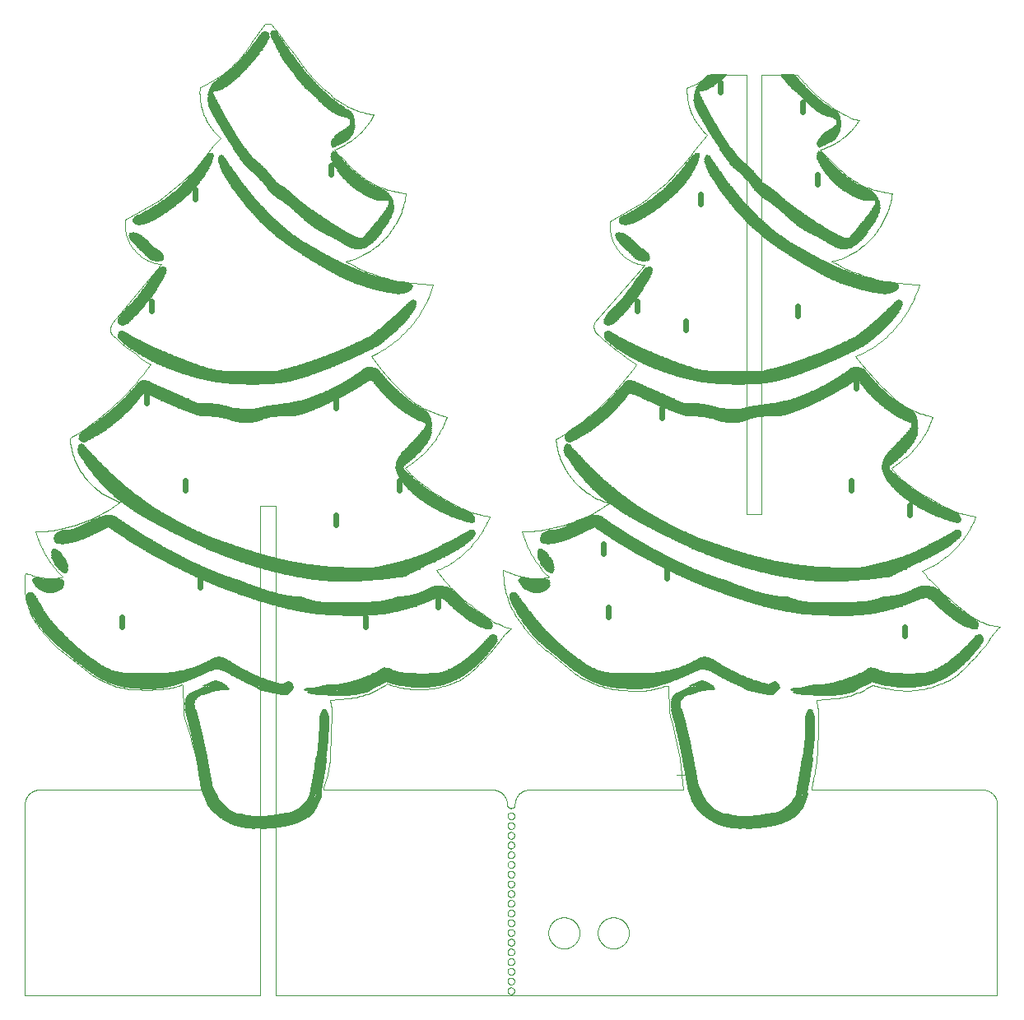
<source format=gbo>
G75*
%MOIN*%
%OFA0B0*%
%FSLAX25Y25*%
%IPPOS*%
%LPD*%
%AMOC8*
5,1,8,0,0,1.08239X$1,22.5*
%
%ADD10C,0.00000*%
%ADD11R,0.01200X0.00100*%
%ADD12R,0.02901X0.00100*%
%ADD13R,0.09102X0.00100*%
%ADD14R,0.11103X0.00100*%
%ADD15R,0.12803X0.00100*%
%ADD16R,0.14804X0.00100*%
%ADD17R,0.15404X0.00100*%
%ADD18R,0.16604X0.00100*%
%ADD19R,0.17705X0.00100*%
%ADD20R,0.18605X0.00100*%
%ADD21R,0.19505X0.00100*%
%ADD22R,0.20305X0.00100*%
%ADD23R,0.21005X0.00100*%
%ADD24R,0.21806X0.00100*%
%ADD25R,0.22506X0.00100*%
%ADD26R,0.23206X0.00100*%
%ADD27R,0.23806X0.00100*%
%ADD28R,0.24406X0.00100*%
%ADD29R,0.24907X0.00100*%
%ADD30R,0.25507X0.00100*%
%ADD31R,0.26107X0.00100*%
%ADD32R,0.26507X0.00100*%
%ADD33R,0.27107X0.00100*%
%ADD34R,0.27607X0.00100*%
%ADD35R,0.28007X0.00100*%
%ADD36R,0.28507X0.00100*%
%ADD37R,0.28907X0.00100*%
%ADD38R,0.29207X0.00100*%
%ADD39R,0.29707X0.00100*%
%ADD40R,0.30108X0.00100*%
%ADD41R,0.30608X0.00100*%
%ADD42R,0.30908X0.00100*%
%ADD43R,0.31308X0.00100*%
%ADD44R,0.31708X0.00100*%
%ADD45R,0.32008X0.00100*%
%ADD46R,0.32308X0.00100*%
%ADD47R,0.32608X0.00100*%
%ADD48R,0.33009X0.00100*%
%ADD49R,0.33209X0.00100*%
%ADD50R,0.33609X0.00100*%
%ADD51R,0.33909X0.00100*%
%ADD52R,0.34309X0.00100*%
%ADD53R,0.34509X0.00100*%
%ADD54R,0.34809X0.00100*%
%ADD55R,0.35009X0.00100*%
%ADD56R,0.35309X0.00100*%
%ADD57R,0.35509X0.00100*%
%ADD58R,0.35909X0.00100*%
%ADD59R,0.36109X0.00100*%
%ADD60R,0.36409X0.00100*%
%ADD61R,0.36609X0.00100*%
%ADD62R,0.14604X0.00100*%
%ADD63R,0.18305X0.00100*%
%ADD64R,0.13203X0.00100*%
%ADD65R,0.17104X0.00100*%
%ADD66R,0.12603X0.00100*%
%ADD67R,0.16204X0.00100*%
%ADD68R,0.12003X0.00100*%
%ADD69R,0.15504X0.00100*%
%ADD70R,0.11603X0.00100*%
%ADD71R,0.14704X0.00100*%
%ADD72R,0.11303X0.00100*%
%ADD73R,0.14004X0.00100*%
%ADD74R,0.11003X0.00100*%
%ADD75R,0.13503X0.00100*%
%ADD76R,0.10803X0.00100*%
%ADD77R,0.13103X0.00100*%
%ADD78R,0.12203X0.00100*%
%ADD79R,0.11803X0.00100*%
%ADD80R,0.11503X0.00100*%
%ADD81R,0.04801X0.00100*%
%ADD82R,0.04801X0.00100*%
%ADD83R,0.04801X0.00100*%
%ADD84R,0.04701X0.00100*%
%ADD85R,0.04701X0.00100*%
%ADD86R,0.04701X0.00100*%
%ADD87R,0.04601X0.00100*%
%ADD88R,0.04601X0.00100*%
%ADD89R,0.04501X0.00100*%
%ADD90R,0.04501X0.00100*%
%ADD91R,0.04601X0.00100*%
%ADD92R,0.04501X0.00100*%
%ADD93R,0.04501X0.00100*%
%ADD94R,0.04501X0.00100*%
%ADD95R,0.04501X0.00100*%
%ADD96R,0.04401X0.00100*%
%ADD97R,0.04401X0.00100*%
%ADD98R,0.04401X0.00100*%
%ADD99R,0.04401X0.00100*%
%ADD100R,0.04301X0.00100*%
%ADD101R,0.04401X0.00100*%
%ADD102R,0.04401X0.00100*%
%ADD103R,0.04301X0.00100*%
%ADD104R,0.04301X0.00100*%
%ADD105R,0.04301X0.00100*%
%ADD106R,0.04301X0.00100*%
%ADD107R,0.04201X0.00100*%
%ADD108R,0.04201X0.00100*%
%ADD109R,0.04201X0.00100*%
%ADD110R,0.04702X0.00100*%
%ADD111R,0.04301X0.00100*%
%ADD112R,0.04101X0.00100*%
%ADD113R,0.04802X0.00100*%
%ADD114R,0.04802X0.00100*%
%ADD115R,0.04802X0.00100*%
%ADD116R,0.04101X0.00100*%
%ADD117R,0.04101X0.00100*%
%ADD118R,0.04001X0.00100*%
%ADD119R,0.04001X0.00100*%
%ADD120R,0.04001X0.00100*%
%ADD121R,0.03901X0.00100*%
%ADD122R,0.03901X0.00100*%
%ADD123R,0.03901X0.00100*%
%ADD124R,0.03701X0.00100*%
%ADD125R,0.03701X0.00100*%
%ADD126R,0.03701X0.00100*%
%ADD127R,0.03601X0.00100*%
%ADD128R,0.03501X0.00100*%
%ADD129R,0.03501X0.00100*%
%ADD130R,0.03401X0.00100*%
%ADD131R,0.03301X0.00100*%
%ADD132R,0.03301X0.00100*%
%ADD133R,0.03301X0.00100*%
%ADD134R,0.03201X0.00100*%
%ADD135R,0.03101X0.00100*%
%ADD136R,0.03101X0.00100*%
%ADD137R,0.03001X0.00100*%
%ADD138R,0.02901X0.00100*%
%ADD139R,0.02901X0.00100*%
%ADD140R,0.02801X0.00100*%
%ADD141R,0.02801X0.00100*%
%ADD142R,0.02501X0.00100*%
%ADD143R,0.02401X0.00100*%
%ADD144R,0.02201X0.00100*%
%ADD145R,0.02201X0.00100*%
%ADD146R,0.02000X0.00100*%
%ADD147R,0.01800X0.00100*%
%ADD148R,0.01800X0.00100*%
%ADD149R,0.01700X0.00100*%
%ADD150R,0.01500X0.00100*%
%ADD151R,0.01200X0.00100*%
%ADD152R,0.01000X0.00100*%
%ADD153R,0.00200X0.00100*%
%ADD154R,0.03901X0.00100*%
%ADD155R,0.03901X0.00100*%
%ADD156R,0.03901X0.00100*%
%ADD157R,0.03801X0.00100*%
%ADD158R,0.03801X0.00100*%
%ADD159R,0.03701X0.00100*%
%ADD160R,0.03701X0.00100*%
%ADD161R,0.03801X0.00100*%
%ADD162R,0.04702X0.00100*%
%ADD163R,0.04901X0.00100*%
%ADD164R,0.04901X0.00100*%
%ADD165R,0.05001X0.00100*%
%ADD166R,0.05101X0.00100*%
%ADD167R,0.05201X0.00100*%
%ADD168R,0.03001X0.00100*%
%ADD169R,0.05201X0.00100*%
%ADD170R,0.06202X0.00100*%
%ADD171R,0.07702X0.00100*%
%ADD172R,0.05301X0.00100*%
%ADD173R,0.09202X0.00100*%
%ADD174R,0.10403X0.00100*%
%ADD175R,0.05402X0.00100*%
%ADD176R,0.11603X0.00100*%
%ADD177R,0.05502X0.00100*%
%ADD178R,0.05902X0.00100*%
%ADD179R,0.14404X0.00100*%
%ADD180R,0.05902X0.00100*%
%ADD181R,0.06102X0.00100*%
%ADD182R,0.16504X0.00100*%
%ADD183R,0.06102X0.00100*%
%ADD184R,0.06302X0.00100*%
%ADD185R,0.06502X0.00100*%
%ADD186R,0.06602X0.00100*%
%ADD187R,0.09002X0.00100*%
%ADD188R,0.11003X0.00100*%
%ADD189R,0.27007X0.00100*%
%ADD190R,0.12603X0.00100*%
%ADD191R,0.25407X0.00100*%
%ADD192R,0.14204X0.00100*%
%ADD193R,0.24606X0.00100*%
%ADD194R,0.15404X0.00100*%
%ADD195R,0.24206X0.00100*%
%ADD196R,0.16504X0.00100*%
%ADD197R,0.23806X0.00100*%
%ADD198R,0.17705X0.00100*%
%ADD199R,0.23406X0.00100*%
%ADD200R,0.07902X0.00100*%
%ADD201R,0.18705X0.00100*%
%ADD202R,0.23206X0.00100*%
%ADD203R,0.09802X0.00100*%
%ADD204R,0.22906X0.00100*%
%ADD205R,0.11503X0.00100*%
%ADD206R,0.20405X0.00100*%
%ADD207R,0.22606X0.00100*%
%ADD208R,0.12903X0.00100*%
%ADD209R,0.21206X0.00100*%
%ADD210R,0.22706X0.00100*%
%ADD211R,0.14104X0.00100*%
%ADD212R,0.22106X0.00100*%
%ADD213R,0.09702X0.00100*%
%ADD214R,0.22706X0.00100*%
%ADD215R,0.15204X0.00100*%
%ADD216R,0.09202X0.00100*%
%ADD217R,0.14304X0.00100*%
%ADD218R,0.22006X0.00100*%
%ADD219R,0.16304X0.00100*%
%ADD220R,0.08902X0.00100*%
%ADD221R,0.14504X0.00100*%
%ADD222R,0.21706X0.00100*%
%ADD223R,0.17205X0.00100*%
%ADD224R,0.24206X0.00100*%
%ADD225R,0.08602X0.00100*%
%ADD226R,0.14704X0.00100*%
%ADD227R,0.21906X0.00100*%
%ADD228R,0.18105X0.00100*%
%ADD229R,0.24906X0.00100*%
%ADD230R,0.08302X0.00100*%
%ADD231R,0.13504X0.00100*%
%ADD232R,0.17905X0.00100*%
%ADD233R,0.19005X0.00100*%
%ADD234R,0.07802X0.00100*%
%ADD235R,0.13304X0.00100*%
%ADD236R,0.17505X0.00100*%
%ADD237R,0.19705X0.00100*%
%ADD238R,0.26107X0.00100*%
%ADD239R,0.07402X0.00100*%
%ADD240R,0.13004X0.00100*%
%ADD241R,0.17104X0.00100*%
%ADD242R,0.20505X0.00100*%
%ADD243R,0.27107X0.00100*%
%ADD244R,0.07102X0.00100*%
%ADD245R,0.13103X0.00100*%
%ADD246R,0.16704X0.00100*%
%ADD247R,0.21106X0.00100*%
%ADD248R,0.27307X0.00100*%
%ADD249R,0.06702X0.00100*%
%ADD250R,0.12703X0.00100*%
%ADD251R,0.16504X0.00100*%
%ADD252R,0.21806X0.00100*%
%ADD253R,0.27807X0.00100*%
%ADD254R,0.06302X0.00100*%
%ADD255R,0.22406X0.00100*%
%ADD256R,0.28507X0.00100*%
%ADD257R,0.06002X0.00100*%
%ADD258R,0.12804X0.00100*%
%ADD259R,0.15904X0.00100*%
%ADD260R,0.23106X0.00100*%
%ADD261R,0.05602X0.00100*%
%ADD262R,0.12403X0.00100*%
%ADD263R,0.15704X0.00100*%
%ADD264R,0.23706X0.00100*%
%ADD265R,0.29407X0.00100*%
%ADD266R,0.12103X0.00100*%
%ADD267R,0.15504X0.00100*%
%ADD268R,0.24106X0.00100*%
%ADD269R,0.30008X0.00100*%
%ADD270R,0.11903X0.00100*%
%ADD271R,0.15304X0.00100*%
%ADD272R,0.24706X0.00100*%
%ADD273R,0.30608X0.00100*%
%ADD274R,0.12103X0.00100*%
%ADD275R,0.15004X0.00100*%
%ADD276R,0.25307X0.00100*%
%ADD277R,0.31008X0.00100*%
%ADD278R,0.14804X0.00100*%
%ADD279R,0.25907X0.00100*%
%ADD280R,0.31508X0.00100*%
%ADD281R,0.11703X0.00100*%
%ADD282R,0.40910X0.00100*%
%ADD283R,0.32008X0.00100*%
%ADD284R,0.02701X0.00100*%
%ADD285R,0.11503X0.00100*%
%ADD286R,0.00300X0.00100*%
%ADD287R,0.40810X0.00100*%
%ADD288R,0.32408X0.00100*%
%ADD289R,0.02100X0.00100*%
%ADD290R,0.11403X0.00100*%
%ADD291R,0.40611X0.00100*%
%ADD292R,0.32909X0.00100*%
%ADD293R,0.01500X0.00100*%
%ADD294R,0.11303X0.00100*%
%ADD295R,0.40511X0.00100*%
%ADD296R,0.33409X0.00100*%
%ADD297R,0.11103X0.00100*%
%ADD298R,0.40410X0.00100*%
%ADD299R,0.40310X0.00100*%
%ADD300R,0.34309X0.00100*%
%ADD301R,0.11003X0.00100*%
%ADD302R,0.40210X0.00100*%
%ADD303R,0.34809X0.00100*%
%ADD304R,0.10903X0.00100*%
%ADD305R,0.40110X0.00100*%
%ADD306R,0.35209X0.00100*%
%ADD307R,0.10903X0.00100*%
%ADD308R,0.40111X0.00100*%
%ADD309R,0.35709X0.00100*%
%ADD310R,0.39910X0.00100*%
%ADD311R,0.36009X0.00100*%
%ADD312R,0.10702X0.00100*%
%ADD313R,0.36509X0.00100*%
%ADD314R,0.10603X0.00100*%
%ADD315R,0.39710X0.00100*%
%ADD316R,0.37009X0.00100*%
%ADD317R,0.10503X0.00100*%
%ADD318R,0.39610X0.00100*%
%ADD319R,0.37209X0.00100*%
%ADD320R,0.10503X0.00100*%
%ADD321R,0.39510X0.00100*%
%ADD322R,0.37709X0.00100*%
%ADD323R,0.39410X0.00100*%
%ADD324R,0.38110X0.00100*%
%ADD325R,0.39410X0.00100*%
%ADD326R,0.38610X0.00100*%
%ADD327R,0.10402X0.00100*%
%ADD328R,0.39510X0.00100*%
%ADD329R,0.39010X0.00100*%
%ADD330R,0.10202X0.00100*%
%ADD331R,0.39610X0.00100*%
%ADD332R,0.10002X0.00100*%
%ADD333R,0.39010X0.00100*%
%ADD334R,0.39810X0.00100*%
%ADD335R,0.09903X0.00100*%
%ADD336R,0.38910X0.00100*%
%ADD337R,0.40110X0.00100*%
%ADD338R,0.09903X0.00100*%
%ADD339R,0.38910X0.00100*%
%ADD340R,0.40510X0.00100*%
%ADD341R,0.09903X0.00100*%
%ADD342R,0.38810X0.00100*%
%ADD343R,0.41011X0.00100*%
%ADD344R,0.09802X0.00100*%
%ADD345R,0.38810X0.00100*%
%ADD346R,0.41311X0.00100*%
%ADD347R,0.38610X0.00100*%
%ADD348R,0.41811X0.00100*%
%ADD349R,0.42211X0.00100*%
%ADD350R,0.09702X0.00100*%
%ADD351R,0.38510X0.00100*%
%ADD352R,0.42511X0.00100*%
%ADD353R,0.09703X0.00100*%
%ADD354R,0.38310X0.00100*%
%ADD355R,0.42911X0.00100*%
%ADD356R,0.09603X0.00100*%
%ADD357R,0.38210X0.00100*%
%ADD358R,0.43311X0.00100*%
%ADD359R,0.09603X0.00100*%
%ADD360R,0.38110X0.00100*%
%ADD361R,0.43711X0.00100*%
%ADD362R,0.09502X0.00100*%
%ADD363R,0.38110X0.00100*%
%ADD364R,0.44011X0.00100*%
%ADD365R,0.09502X0.00100*%
%ADD366R,0.44411X0.00100*%
%ADD367R,0.09302X0.00100*%
%ADD368R,0.37910X0.00100*%
%ADD369R,0.44811X0.00100*%
%ADD370R,0.09302X0.00100*%
%ADD371R,0.38010X0.00100*%
%ADD372R,0.45211X0.00100*%
%ADD373R,0.18005X0.00100*%
%ADD374R,0.15004X0.00100*%
%ADD375R,0.45511X0.00100*%
%ADD376R,0.15804X0.00100*%
%ADD377R,0.13704X0.00100*%
%ADD378R,0.17405X0.00100*%
%ADD379R,0.14504X0.00100*%
%ADD380R,0.13804X0.00100*%
%ADD381R,0.16104X0.00100*%
%ADD382R,0.09102X0.00100*%
%ADD383R,0.12503X0.00100*%
%ADD384R,0.12303X0.00100*%
%ADD385R,0.12904X0.00100*%
%ADD386R,0.15204X0.00100*%
%ADD387R,0.09102X0.00100*%
%ADD388R,0.11503X0.00100*%
%ADD389R,0.11403X0.00100*%
%ADD390R,0.12203X0.00100*%
%ADD391R,0.14604X0.00100*%
%ADD392R,0.10603X0.00100*%
%ADD393R,0.11103X0.00100*%
%ADD394R,0.11603X0.00100*%
%ADD395R,0.14104X0.00100*%
%ADD396R,0.10703X0.00100*%
%ADD397R,0.11203X0.00100*%
%ADD398R,0.13604X0.00100*%
%ADD399R,0.09002X0.00100*%
%ADD400R,0.08902X0.00100*%
%ADD401R,0.10403X0.00100*%
%ADD402R,0.08202X0.00100*%
%ADD403R,0.10303X0.00100*%
%ADD404R,0.12904X0.00100*%
%ADD405R,0.07702X0.00100*%
%ADD406R,0.10103X0.00100*%
%ADD407R,0.10303X0.00100*%
%ADD408R,0.12603X0.00100*%
%ADD409R,0.09002X0.00100*%
%ADD410R,0.07102X0.00100*%
%ADD411R,0.10002X0.00100*%
%ADD412R,0.10002X0.00100*%
%ADD413R,0.12203X0.00100*%
%ADD414R,0.09002X0.00100*%
%ADD415R,0.06702X0.00100*%
%ADD416R,0.09902X0.00100*%
%ADD417R,0.10102X0.00100*%
%ADD418R,0.12103X0.00100*%
%ADD419R,0.06302X0.00100*%
%ADD420R,0.11903X0.00100*%
%ADD421R,0.09602X0.00100*%
%ADD422R,0.11603X0.00100*%
%ADD423R,0.09503X0.00100*%
%ADD424R,0.09402X0.00100*%
%ADD425R,0.11303X0.00100*%
%ADD426R,0.09502X0.00100*%
%ADD427R,0.05202X0.00100*%
%ADD428R,0.09403X0.00100*%
%ADD429R,0.11403X0.00100*%
%ADD430R,0.09803X0.00100*%
%ADD431R,0.10003X0.00100*%
%ADD432R,0.10803X0.00100*%
%ADD433R,0.21906X0.00100*%
%ADD434R,0.03401X0.00100*%
%ADD435R,0.21506X0.00100*%
%ADD436R,0.08802X0.00100*%
%ADD437R,0.20906X0.00100*%
%ADD438R,0.08702X0.00100*%
%ADD439R,0.20405X0.00100*%
%ADD440R,0.01901X0.00100*%
%ADD441R,0.08602X0.00100*%
%ADD442R,0.19805X0.00100*%
%ADD443R,0.08702X0.00100*%
%ADD444R,0.08702X0.00100*%
%ADD445R,0.19305X0.00100*%
%ADD446R,0.00900X0.00100*%
%ADD447R,0.18805X0.00100*%
%ADD448R,0.08602X0.00100*%
%ADD449R,0.18405X0.00100*%
%ADD450R,0.08702X0.00100*%
%ADD451R,0.17904X0.00100*%
%ADD452R,0.08502X0.00100*%
%ADD453R,0.08502X0.00100*%
%ADD454R,0.17404X0.00100*%
%ADD455R,0.08402X0.00100*%
%ADD456R,0.16904X0.00100*%
%ADD457R,0.08302X0.00100*%
%ADD458R,0.08402X0.00100*%
%ADD459R,0.16204X0.00100*%
%ADD460R,0.08202X0.00100*%
%ADD461R,0.15704X0.00100*%
%ADD462R,0.08102X0.00100*%
%ADD463R,0.15304X0.00100*%
%ADD464R,0.08202X0.00100*%
%ADD465R,0.14804X0.00100*%
%ADD466R,0.08002X0.00100*%
%ADD467R,0.14404X0.00100*%
%ADD468R,0.07902X0.00100*%
%ADD469R,0.08102X0.00100*%
%ADD470R,0.13704X0.00100*%
%ADD471R,0.13304X0.00100*%
%ADD472R,0.07802X0.00100*%
%ADD473R,0.08002X0.00100*%
%ADD474R,0.12903X0.00100*%
%ADD475R,0.12503X0.00100*%
%ADD476R,0.08002X0.00100*%
%ADD477R,0.07902X0.00100*%
%ADD478R,0.11703X0.00100*%
%ADD479R,0.07602X0.00100*%
%ADD480R,0.08002X0.00100*%
%ADD481R,0.11303X0.00100*%
%ADD482R,0.07602X0.00100*%
%ADD483R,0.07602X0.00100*%
%ADD484R,0.07502X0.00100*%
%ADD485R,0.07402X0.00100*%
%ADD486R,0.07802X0.00100*%
%ADD487R,0.09302X0.00100*%
%ADD488R,0.07302X0.00100*%
%ADD489R,0.07302X0.00100*%
%ADD490R,0.07202X0.00100*%
%ADD491R,0.08002X0.00100*%
%ADD492R,0.07202X0.00100*%
%ADD493R,0.07202X0.00100*%
%ADD494R,0.07302X0.00100*%
%ADD495R,0.07002X0.00100*%
%ADD496R,0.07702X0.00100*%
%ADD497R,0.07102X0.00100*%
%ADD498R,0.07102X0.00100*%
%ADD499R,0.07002X0.00100*%
%ADD500R,0.07002X0.00100*%
%ADD501R,0.05002X0.00100*%
%ADD502R,0.07602X0.00100*%
%ADD503R,0.06902X0.00100*%
%ADD504R,0.04001X0.00100*%
%ADD505R,0.06802X0.00100*%
%ADD506R,0.07502X0.00100*%
%ADD507R,0.06802X0.00100*%
%ADD508R,0.01600X0.00100*%
%ADD509R,0.06702X0.00100*%
%ADD510R,0.06802X0.00100*%
%ADD511R,0.07502X0.00100*%
%ADD512R,0.07402X0.00100*%
%ADD513R,0.07402X0.00100*%
%ADD514R,0.06502X0.00100*%
%ADD515R,0.07302X0.00100*%
%ADD516R,0.06502X0.00100*%
%ADD517R,0.06402X0.00100*%
%ADD518R,0.06402X0.00100*%
%ADD519R,0.07202X0.00100*%
%ADD520R,0.06202X0.00100*%
%ADD521R,0.06202X0.00100*%
%ADD522R,0.07302X0.00100*%
%ADD523R,0.06102X0.00100*%
%ADD524R,0.06002X0.00100*%
%ADD525R,0.07302X0.00100*%
%ADD526R,0.06002X0.00100*%
%ADD527R,0.05802X0.00100*%
%ADD528R,0.07202X0.00100*%
%ADD529R,0.05802X0.00100*%
%ADD530R,0.05802X0.00100*%
%ADD531R,0.05701X0.00100*%
%ADD532R,0.05701X0.00100*%
%ADD533R,0.05601X0.00100*%
%ADD534R,0.05601X0.00100*%
%ADD535R,0.05601X0.00100*%
%ADD536R,0.07102X0.00100*%
%ADD537R,0.05702X0.00100*%
%ADD538R,0.05702X0.00100*%
%ADD539R,0.05602X0.00100*%
%ADD540R,0.05502X0.00100*%
%ADD541R,0.05401X0.00100*%
%ADD542R,0.05301X0.00100*%
%ADD543R,0.05201X0.00100*%
%ADD544R,0.07202X0.00100*%
%ADD545R,0.05001X0.00100*%
%ADD546R,0.04901X0.00100*%
%ADD547R,0.04201X0.00100*%
%ADD548R,0.04101X0.00100*%
%ADD549R,0.04001X0.00100*%
%ADD550R,0.03801X0.00100*%
%ADD551R,0.03801X0.00100*%
%ADD552R,0.03601X0.00100*%
%ADD553R,0.03401X0.00100*%
%ADD554R,0.02601X0.00100*%
%ADD555R,0.02200X0.00100*%
%ADD556R,0.01900X0.00100*%
%ADD557R,0.07002X0.00100*%
%ADD558R,0.01500X0.00100*%
%ADD559R,0.07002X0.00100*%
%ADD560R,0.07002X0.00100*%
%ADD561R,0.06902X0.00100*%
%ADD562R,0.06902X0.00100*%
%ADD563R,0.06802X0.00100*%
%ADD564R,0.06802X0.00100*%
%ADD565R,0.00900X0.00100*%
%ADD566R,0.06802X0.00100*%
%ADD567R,0.02301X0.00100*%
%ADD568R,0.06702X0.00100*%
%ADD569R,0.06602X0.00100*%
%ADD570R,0.06402X0.00100*%
%ADD571R,0.06502X0.00100*%
%ADD572R,0.06602X0.00100*%
%ADD573R,0.06702X0.00100*%
%ADD574R,0.08302X0.00100*%
%ADD575R,0.06602X0.00100*%
%ADD576R,0.08402X0.00100*%
%ADD577R,0.08502X0.00100*%
%ADD578R,0.08602X0.00100*%
%ADD579R,0.08802X0.00100*%
%ADD580R,0.08902X0.00100*%
%ADD581R,0.08902X0.00100*%
%ADD582R,0.08802X0.00100*%
%ADD583R,0.08802X0.00100*%
%ADD584R,0.15104X0.00100*%
%ADD585R,0.18405X0.00100*%
%ADD586R,0.21106X0.00100*%
%ADD587R,0.25006X0.00100*%
%ADD588R,0.05902X0.00100*%
%ADD589R,0.26807X0.00100*%
%ADD590R,0.08502X0.00100*%
%ADD591R,0.05801X0.00100*%
%ADD592R,0.28407X0.00100*%
%ADD593R,0.05801X0.00100*%
%ADD594R,0.29807X0.00100*%
%ADD595R,0.31308X0.00100*%
%ADD596R,0.32508X0.00100*%
%ADD597R,0.33708X0.00100*%
%ADD598R,0.34909X0.00100*%
%ADD599R,0.05602X0.00100*%
%ADD600R,0.36009X0.00100*%
%ADD601R,0.37109X0.00100*%
%ADD602R,0.08302X0.00100*%
%ADD603R,0.08402X0.00100*%
%ADD604R,0.39210X0.00100*%
%ADD605R,0.40210X0.00100*%
%ADD606R,0.41111X0.00100*%
%ADD607R,0.42011X0.00100*%
%ADD608R,0.05502X0.00100*%
%ADD609R,0.42911X0.00100*%
%ADD610R,0.43811X0.00100*%
%ADD611R,0.08202X0.00100*%
%ADD612R,0.44711X0.00100*%
%ADD613R,0.08102X0.00100*%
%ADD614R,0.45612X0.00100*%
%ADD615R,0.08102X0.00100*%
%ADD616R,0.46312X0.00100*%
%ADD617R,0.47012X0.00100*%
%ADD618R,0.47913X0.00100*%
%ADD619R,0.05501X0.00100*%
%ADD620R,0.48713X0.00100*%
%ADD621R,0.05401X0.00100*%
%ADD622R,0.49413X0.00100*%
%ADD623R,0.05401X0.00100*%
%ADD624R,0.50213X0.00100*%
%ADD625R,0.50913X0.00100*%
%ADD626R,0.51613X0.00100*%
%ADD627R,0.52313X0.00100*%
%ADD628R,0.53013X0.00100*%
%ADD629R,0.54314X0.00100*%
%ADD630R,0.07602X0.00100*%
%ADD631R,0.54514X0.00100*%
%ADD632R,0.07402X0.00100*%
%ADD633R,0.55114X0.00100*%
%ADD634R,0.05101X0.00100*%
%ADD635R,0.56414X0.00100*%
%ADD636R,0.56815X0.00100*%
%ADD637R,0.57215X0.00100*%
%ADD638R,0.57615X0.00100*%
%ADD639R,0.05102X0.00100*%
%ADD640R,0.58315X0.00100*%
%ADD641R,0.05002X0.00100*%
%ADD642R,0.59015X0.00100*%
%ADD643R,0.59715X0.00100*%
%ADD644R,0.05002X0.00100*%
%ADD645R,0.60315X0.00100*%
%ADD646R,0.60815X0.00100*%
%ADD647R,0.61516X0.00100*%
%ADD648R,0.62216X0.00100*%
%ADD649R,0.62816X0.00100*%
%ADD650R,0.63416X0.00100*%
%ADD651R,0.63916X0.00100*%
%ADD652R,0.64517X0.00100*%
%ADD653R,0.25207X0.00100*%
%ADD654R,0.26707X0.00100*%
%ADD655R,0.23806X0.00100*%
%ADD656R,0.23506X0.00100*%
%ADD657R,0.22406X0.00100*%
%ADD658R,0.06902X0.00100*%
%ADD659R,0.23106X0.00100*%
%ADD660R,0.23006X0.00100*%
%ADD661R,0.20705X0.00100*%
%ADD662R,0.22806X0.00100*%
%ADD663R,0.20105X0.00100*%
%ADD664R,0.22606X0.00100*%
%ADD665R,0.19505X0.00100*%
%ADD666R,0.22406X0.00100*%
%ADD667R,0.19205X0.00100*%
%ADD668R,0.18805X0.00100*%
%ADD669R,0.22206X0.00100*%
%ADD670R,0.18605X0.00100*%
%ADD671R,0.22206X0.00100*%
%ADD672R,0.18305X0.00100*%
%ADD673R,0.22306X0.00100*%
%ADD674R,0.18104X0.00100*%
%ADD675R,0.17904X0.00100*%
%ADD676R,0.22106X0.00100*%
%ADD677R,0.17805X0.00100*%
%ADD678R,0.22106X0.00100*%
%ADD679R,0.22106X0.00100*%
%ADD680R,0.17504X0.00100*%
%ADD681R,0.22206X0.00100*%
%ADD682R,0.17304X0.00100*%
%ADD683R,0.17304X0.00100*%
%ADD684R,0.17805X0.00100*%
%ADD685R,0.04101X0.00100*%
%ADD686R,0.26607X0.00100*%
%ADD687R,0.26207X0.00100*%
%ADD688R,0.25807X0.00100*%
%ADD689R,0.22206X0.00100*%
%ADD690R,0.25507X0.00100*%
%ADD691R,0.25207X0.00100*%
%ADD692R,0.21606X0.00100*%
%ADD693R,0.00500X0.00100*%
%ADD694R,0.24807X0.00100*%
%ADD695R,0.19005X0.00100*%
%ADD696R,0.22506X0.00100*%
%ADD697R,0.18405X0.00100*%
%ADD698R,0.21205X0.00100*%
%ADD699R,0.18005X0.00100*%
%ADD700R,0.20405X0.00100*%
%ADD701R,0.17404X0.00100*%
%ADD702R,0.19205X0.00100*%
%ADD703R,0.17104X0.00100*%
%ADD704R,0.18605X0.00100*%
%ADD705R,0.17004X0.00100*%
%ADD706R,0.18205X0.00100*%
%ADD707R,0.16704X0.00100*%
%ADD708R,0.02601X0.00100*%
%ADD709R,0.16804X0.00100*%
%ADD710R,0.02400X0.00100*%
%ADD711R,0.16404X0.00100*%
%ADD712R,0.02300X0.00100*%
%ADD713R,0.16104X0.00100*%
%ADD714R,0.02000X0.00100*%
%ADD715R,0.16304X0.00100*%
%ADD716R,0.15504X0.00100*%
%ADD717R,0.16004X0.00100*%
%ADD718R,0.15104X0.00100*%
%ADD719R,0.02200X0.00100*%
%ADD720R,0.15904X0.00100*%
%ADD721R,0.14804X0.00100*%
%ADD722R,0.01000X0.00100*%
%ADD723R,0.16304X0.00100*%
%ADD724R,0.15804X0.00100*%
%ADD725R,0.14004X0.00100*%
%ADD726R,0.15704X0.00100*%
%ADD727R,0.13904X0.00100*%
%ADD728R,0.15804X0.00100*%
%ADD729R,0.13804X0.00100*%
%ADD730R,0.15604X0.00100*%
%ADD731R,0.12903X0.00100*%
%ADD732R,0.15604X0.00100*%
%ADD733R,0.15604X0.00100*%
%ADD734R,0.11803X0.00100*%
%ADD735R,0.15604X0.00100*%
%ADD736R,0.10703X0.00100*%
%ADD737R,0.08802X0.00100*%
%ADD738R,0.09002X0.00100*%
%ADD739R,0.15404X0.00100*%
%ADD740R,0.09702X0.00100*%
%ADD741R,0.10103X0.00100*%
%ADD742R,0.10403X0.00100*%
%ADD743R,0.15204X0.00100*%
%ADD744R,0.06902X0.00100*%
%ADD745R,0.15004X0.00100*%
%ADD746R,0.05402X0.00100*%
%ADD747R,0.15004X0.00100*%
%ADD748R,0.11503X0.00100*%
%ADD749R,0.11703X0.00100*%
%ADD750R,0.14904X0.00100*%
%ADD751R,0.11803X0.00100*%
%ADD752R,0.11803X0.00100*%
%ADD753R,0.14904X0.00100*%
%ADD754R,0.11903X0.00100*%
%ADD755R,0.14904X0.00100*%
%ADD756R,0.11903X0.00100*%
%ADD757R,0.14904X0.00100*%
%ADD758R,0.12003X0.00100*%
%ADD759R,0.14704X0.00100*%
%ADD760R,0.14704X0.00100*%
%ADD761R,0.12303X0.00100*%
%ADD762R,0.12303X0.00100*%
%ADD763R,0.14704X0.00100*%
%ADD764R,0.14704X0.00100*%
%ADD765R,0.12503X0.00100*%
%ADD766R,0.14604X0.00100*%
%ADD767R,0.14504X0.00100*%
%ADD768R,0.14504X0.00100*%
%ADD769R,0.14404X0.00100*%
%ADD770R,0.12403X0.00100*%
%ADD771R,0.21906X0.00100*%
%ADD772R,0.14304X0.00100*%
%ADD773R,0.26007X0.00100*%
%ADD774R,0.27507X0.00100*%
%ADD775R,0.13804X0.00100*%
%ADD776R,0.30708X0.00100*%
%ADD777R,0.13504X0.00100*%
%ADD778R,0.33709X0.00100*%
%ADD779R,0.13404X0.00100*%
%ADD780R,0.35309X0.00100*%
%ADD781R,0.02401X0.00100*%
%ADD782R,0.13303X0.00100*%
%ADD783R,0.36809X0.00100*%
%ADD784R,0.13303X0.00100*%
%ADD785R,0.13204X0.00100*%
%ADD786R,0.39510X0.00100*%
%ADD787R,0.40911X0.00100*%
%ADD788R,0.42111X0.00100*%
%ADD789R,0.13003X0.00100*%
%ADD790R,0.43411X0.00100*%
%ADD791R,0.44611X0.00100*%
%ADD792R,0.13003X0.00100*%
%ADD793R,0.45311X0.00100*%
%ADD794R,0.12803X0.00100*%
%ADD795R,0.46012X0.00100*%
%ADD796R,0.12704X0.00100*%
%ADD797R,0.46712X0.00100*%
%ADD798R,0.47412X0.00100*%
%ADD799R,0.48313X0.00100*%
%ADD800R,0.49313X0.00100*%
%ADD801R,0.50013X0.00100*%
%ADD802R,0.12403X0.00100*%
%ADD803R,0.50613X0.00100*%
%ADD804R,0.51213X0.00100*%
%ADD805R,0.51713X0.00100*%
%ADD806R,0.52314X0.00100*%
%ADD807R,0.53014X0.00100*%
%ADD808R,0.01100X0.00100*%
%ADD809R,0.53914X0.00100*%
%ADD810R,0.01600X0.00100*%
%ADD811R,0.54314X0.00100*%
%ADD812R,0.01900X0.00100*%
%ADD813R,0.12003X0.00100*%
%ADD814R,0.54914X0.00100*%
%ADD815R,0.02100X0.00100*%
%ADD816R,0.12003X0.00100*%
%ADD817R,0.55714X0.00100*%
%ADD818R,0.56014X0.00100*%
%ADD819R,0.02300X0.00100*%
%ADD820R,0.56514X0.00100*%
%ADD821R,0.57715X0.00100*%
%ADD822R,0.58115X0.00100*%
%ADD823R,0.58515X0.00100*%
%ADD824R,0.59415X0.00100*%
%ADD825R,0.03201X0.00100*%
%ADD826R,0.11803X0.00100*%
%ADD827R,0.59815X0.00100*%
%ADD828R,0.03201X0.00100*%
%ADD829R,0.60215X0.00100*%
%ADD830R,0.11703X0.00100*%
%ADD831R,0.61116X0.00100*%
%ADD832R,0.61816X0.00100*%
%ADD833R,0.63116X0.00100*%
%ADD834R,0.63516X0.00100*%
%ADD835R,0.63816X0.00100*%
%ADD836R,0.11503X0.00100*%
%ADD837R,0.64117X0.00100*%
%ADD838R,0.64617X0.00100*%
%ADD839R,0.65217X0.00100*%
%ADD840R,0.37709X0.00100*%
%ADD841R,0.19305X0.00100*%
%ADD842R,0.34709X0.00100*%
%ADD843R,0.19105X0.00100*%
%ADD844R,0.32909X0.00100*%
%ADD845R,0.31608X0.00100*%
%ADD846R,0.18505X0.00100*%
%ADD847R,0.11403X0.00100*%
%ADD848R,0.30508X0.00100*%
%ADD849R,0.11303X0.00100*%
%ADD850R,0.29407X0.00100*%
%ADD851R,0.18105X0.00100*%
%ADD852R,0.28707X0.00100*%
%ADD853R,0.17804X0.00100*%
%ADD854R,0.11203X0.00100*%
%ADD855R,0.27907X0.00100*%
%ADD856R,0.17504X0.00100*%
%ADD857R,0.11203X0.00100*%
%ADD858R,0.27207X0.00100*%
%ADD859R,0.26707X0.00100*%
%ADD860R,0.16804X0.00100*%
%ADD861R,0.25607X0.00100*%
%ADD862R,0.16704X0.00100*%
%ADD863R,0.05101X0.00100*%
%ADD864R,0.11103X0.00100*%
%ADD865R,0.25106X0.00100*%
%ADD866R,0.11103X0.00100*%
%ADD867R,0.16204X0.00100*%
%ADD868R,0.11003X0.00100*%
%ADD869R,0.24906X0.00100*%
%ADD870R,0.16304X0.00100*%
%ADD871R,0.23906X0.00100*%
%ADD872R,0.23506X0.00100*%
%ADD873R,0.11003X0.00100*%
%ADD874R,0.23106X0.00100*%
%ADD875R,0.23006X0.00100*%
%ADD876R,0.05301X0.00100*%
%ADD877R,0.22306X0.00100*%
%ADD878R,0.14904X0.00100*%
%ADD879R,0.10903X0.00100*%
%ADD880R,0.22006X0.00100*%
%ADD881R,0.14304X0.00100*%
%ADD882R,0.14504X0.00100*%
%ADD883R,0.20805X0.00100*%
%ADD884R,0.20506X0.00100*%
%ADD885R,0.10903X0.00100*%
%ADD886R,0.20305X0.00100*%
%ADD887R,0.13604X0.00100*%
%ADD888R,0.20205X0.00100*%
%ADD889R,0.05302X0.00100*%
%ADD890R,0.20005X0.00100*%
%ADD891R,0.13104X0.00100*%
%ADD892R,0.05202X0.00100*%
%ADD893R,0.19805X0.00100*%
%ADD894R,0.13204X0.00100*%
%ADD895R,0.05302X0.00100*%
%ADD896R,0.19605X0.00100*%
%ADD897R,0.13004X0.00100*%
%ADD898R,0.19505X0.00100*%
%ADD899R,0.19405X0.00100*%
%ADD900R,0.19205X0.00100*%
%ADD901R,0.12703X0.00100*%
%ADD902R,0.05202X0.00100*%
%ADD903R,0.10803X0.00100*%
%ADD904R,0.19105X0.00100*%
%ADD905R,0.18905X0.00100*%
%ADD906R,0.12404X0.00100*%
%ADD907R,0.18805X0.00100*%
%ADD908R,0.18304X0.00100*%
%ADD909R,0.10603X0.00100*%
%ADD910R,0.10602X0.00100*%
%ADD911R,0.17905X0.00100*%
%ADD912R,0.17704X0.00100*%
%ADD913R,0.17504X0.00100*%
%ADD914R,0.17305X0.00100*%
%ADD915R,0.17204X0.00100*%
%ADD916R,0.11203X0.00100*%
%ADD917R,0.10502X0.00100*%
%ADD918R,0.17004X0.00100*%
%ADD919R,0.16604X0.00100*%
%ADD920R,0.10503X0.00100*%
%ADD921R,0.03801X0.00100*%
%ADD922R,0.10703X0.00100*%
%ADD923R,0.16404X0.00100*%
%ADD924R,0.10502X0.00100*%
%ADD925R,0.10402X0.00100*%
%ADD926R,0.16204X0.00100*%
%ADD927R,0.16004X0.00100*%
%ADD928R,0.10203X0.00100*%
%ADD929R,0.10203X0.00100*%
%ADD930R,0.03001X0.00100*%
%ADD931R,0.16304X0.00100*%
%ADD932R,0.10102X0.00100*%
%ADD933R,0.15904X0.00100*%
%ADD934R,0.10302X0.00100*%
%ADD935R,0.02401X0.00100*%
%ADD936R,0.09803X0.00100*%
%ADD937R,0.10202X0.00100*%
%ADD938R,0.02001X0.00100*%
%ADD939R,0.01800X0.00100*%
%ADD940R,0.01600X0.00100*%
%ADD941R,0.10303X0.00100*%
%ADD942R,0.15304X0.00100*%
%ADD943R,0.09802X0.00100*%
%ADD944R,0.01400X0.00100*%
%ADD945R,0.16104X0.00100*%
%ADD946R,0.00800X0.00100*%
%ADD947R,0.10302X0.00100*%
%ADD948R,0.14904X0.00100*%
%ADD949R,0.10203X0.00100*%
%ADD950R,0.10102X0.00100*%
%ADD951R,0.14304X0.00100*%
%ADD952R,0.14204X0.00100*%
%ADD953R,0.14104X0.00100*%
%ADD954R,0.14104X0.00100*%
%ADD955R,0.10003X0.00100*%
%ADD956R,0.13703X0.00100*%
%ADD957R,0.09902X0.00100*%
%ADD958R,0.13604X0.00100*%
%ADD959R,0.01100X0.00100*%
%ADD960R,0.13404X0.00100*%
%ADD961R,0.08902X0.00100*%
%ADD962R,0.08502X0.00100*%
%ADD963R,0.13203X0.00100*%
%ADD964R,0.13104X0.00100*%
%ADD965R,0.08202X0.00100*%
%ADD966R,0.09902X0.00100*%
%ADD967R,0.08102X0.00100*%
%ADD968R,0.12803X0.00100*%
%ADD969R,0.12504X0.00100*%
%ADD970R,0.07502X0.00100*%
%ADD971R,0.12003X0.00100*%
%ADD972R,0.09602X0.00100*%
%ADD973R,0.11703X0.00100*%
%ADD974R,0.12703X0.00100*%
%ADD975R,0.09603X0.00100*%
%ADD976R,0.13003X0.00100*%
%ADD977R,0.11603X0.00100*%
%ADD978R,0.11403X0.00100*%
%ADD979R,0.06001X0.00100*%
%ADD980R,0.05901X0.00100*%
%ADD981R,0.05901X0.00100*%
%ADD982R,0.09402X0.00100*%
%ADD983R,0.09402X0.00100*%
%ADD984R,0.15604X0.00100*%
%ADD985R,0.09403X0.00100*%
%ADD986R,0.15804X0.00100*%
%ADD987R,0.16004X0.00100*%
%ADD988R,0.16104X0.00100*%
%ADD989R,0.15904X0.00100*%
%ADD990R,0.16104X0.00100*%
%ADD991R,0.02800X0.00100*%
%ADD992R,0.02500X0.00100*%
%ADD993R,0.09303X0.00100*%
%ADD994R,0.09202X0.00100*%
%ADD995R,0.01700X0.00100*%
%ADD996R,0.12804X0.00100*%
%ADD997R,0.12404X0.00100*%
%ADD998R,0.21506X0.00100*%
%ADD999R,0.21206X0.00100*%
%ADD1000R,0.20806X0.00100*%
%ADD1001R,0.20406X0.00100*%
%ADD1002R,0.20106X0.00100*%
%ADD1003R,0.19705X0.00100*%
%ADD1004R,0.19305X0.00100*%
%ADD1005R,0.17905X0.00100*%
%ADD1006R,0.17605X0.00100*%
%ADD1007R,0.10602X0.00100*%
%ADD1008R,0.02100X0.00100*%
%ADD1009R,0.07502X0.00100*%
%ADD1010R,0.08802X0.00100*%
%ADD1011R,0.02801X0.00100*%
%ADD1012R,0.10402X0.00100*%
%ADD1013R,0.02101X0.00100*%
%ADD1014R,0.11203X0.00100*%
%ADD1015R,0.10202X0.00100*%
%ADD1016R,0.10103X0.00100*%
%ADD1017R,0.09102X0.00100*%
%ADD1018R,0.09602X0.00100*%
%ADD1019R,0.09703X0.00100*%
%ADD1020R,0.08602X0.00100*%
%ADD1021R,0.09403X0.00100*%
%ADD1022R,0.08302X0.00100*%
%ADD1023R,0.08002X0.00100*%
%ADD1024R,0.09202X0.00100*%
%ADD1025R,0.07502X0.00100*%
%ADD1026R,0.06902X0.00100*%
%ADD1027R,0.08602X0.00100*%
%ADD1028R,0.06602X0.00100*%
%ADD1029R,0.06402X0.00100*%
%ADD1030R,0.08202X0.00100*%
%ADD1031R,0.07902X0.00100*%
%ADD1032R,0.07902X0.00100*%
%ADD1033R,0.04902X0.00100*%
%ADD1034R,0.03101X0.00100*%
%ADD1035R,0.06502X0.00100*%
%ADD1036R,0.06302X0.00100*%
%ADD1037R,0.05001X0.00100*%
%ADD1038R,0.02001X0.00100*%
%ADD1039R,0.01300X0.00100*%
%ADD1040R,0.00900X0.00100*%
%ADD1041R,0.01300X0.00100*%
%ADD1042R,0.02000X0.00100*%
%ADD1043R,0.02300X0.00100*%
%ADD1044R,0.02600X0.00100*%
%ADD1045R,0.02900X0.00100*%
%ADD1046R,0.03101X0.00100*%
%ADD1047R,0.03301X0.00100*%
%ADD1048R,0.03601X0.00100*%
%ADD1049R,0.05901X0.00100*%
%ADD1050R,0.08902X0.00100*%
%ADD1051R,0.03501X0.00100*%
%ADD1052R,0.08702X0.00100*%
%ADD1053R,0.02501X0.00100*%
%ADD1054R,0.02501X0.00100*%
%ADD1055R,0.08402X0.00100*%
%ADD1056R,0.08402X0.00100*%
%ADD1057R,0.02701X0.00100*%
%ADD1058R,0.14304X0.00100*%
%ADD1059R,0.19905X0.00100*%
%ADD1060R,0.22306X0.00100*%
%ADD1061R,0.23706X0.00100*%
%ADD1062R,0.26407X0.00100*%
%ADD1063R,0.28107X0.00100*%
%ADD1064R,0.32208X0.00100*%
%ADD1065R,0.34009X0.00100*%
%ADD1066R,0.41211X0.00100*%
%ADD1067R,0.41811X0.00100*%
%ADD1068R,0.42511X0.00100*%
%ADD1069R,0.43211X0.00100*%
%ADD1070R,0.43811X0.00100*%
%ADD1071R,0.44311X0.00100*%
%ADD1072R,0.45011X0.00100*%
%ADD1073R,0.46212X0.00100*%
%ADD1074R,0.47012X0.00100*%
%ADD1075R,0.47812X0.00100*%
%ADD1076R,0.48313X0.00100*%
%ADD1077R,0.48913X0.00100*%
%ADD1078R,0.49513X0.00100*%
%ADD1079R,0.50113X0.00100*%
%ADD1080R,0.51013X0.00100*%
%ADD1081R,0.51513X0.00100*%
%ADD1082R,0.52113X0.00100*%
%ADD1083R,0.52513X0.00100*%
%ADD1084R,0.53113X0.00100*%
%ADD1085R,0.53714X0.00100*%
%ADD1086R,0.54014X0.00100*%
%ADD1087R,0.24706X0.00100*%
%ADD1088R,0.24506X0.00100*%
%ADD1089R,0.24306X0.00100*%
%ADD1090R,0.09102X0.00100*%
%ADD1091R,0.22706X0.00100*%
%ADD1092R,0.22406X0.00100*%
%ADD1093R,0.24306X0.00100*%
%ADD1094R,0.22206X0.00100*%
%ADD1095R,0.24106X0.00100*%
%ADD1096R,0.24006X0.00100*%
%ADD1097R,0.21806X0.00100*%
%ADD1098R,0.23806X0.00100*%
%ADD1099R,0.21706X0.00100*%
%ADD1100R,0.23506X0.00100*%
%ADD1101R,0.21406X0.00100*%
%ADD1102R,0.21306X0.00100*%
%ADD1103R,0.06702X0.00100*%
%ADD1104R,0.20605X0.00100*%
%ADD1105R,0.21106X0.00100*%
%ADD1106R,0.20505X0.00100*%
%ADD1107R,0.20005X0.00100*%
%ADD1108R,0.18905X0.00100*%
%ADD1109R,0.17604X0.00100*%
%ADD1110R,0.17505X0.00100*%
%ADD1111R,0.16704X0.00100*%
%ADD1112R,0.17004X0.00100*%
%ADD1113R,0.06502X0.00100*%
%ADD1114R,0.14404X0.00100*%
%ADD1115R,0.14204X0.00100*%
%ADD1116R,0.06402X0.00100*%
%ADD1117R,0.12103X0.00100*%
%ADD1118R,0.12203X0.00100*%
%ADD1119R,0.12003X0.00100*%
%ADD1120R,0.06101X0.00100*%
%ADD1121R,0.12103X0.00100*%
%ADD1122R,0.19005X0.00100*%
%ADD1123R,0.18705X0.00100*%
%ADD1124R,0.18004X0.00100*%
%ADD1125R,0.17804X0.00100*%
%ADD1126R,0.14604X0.00100*%
%ADD1127R,0.13904X0.00100*%
%ADD1128R,0.18805X0.00100*%
%ADD1129R,0.20806X0.00100*%
%ADD1130R,0.26507X0.00100*%
%ADD1131R,0.27907X0.00100*%
%ADD1132R,0.29207X0.00100*%
%ADD1133R,0.30007X0.00100*%
%ADD1134R,0.31108X0.00100*%
%ADD1135R,0.03401X0.00100*%
%ADD1136R,0.31908X0.00100*%
%ADD1137R,0.02400X0.00100*%
%ADD1138R,0.32808X0.00100*%
%ADD1139R,0.33709X0.00100*%
%ADD1140R,0.06602X0.00100*%
%ADD1141R,0.34609X0.00100*%
%ADD1142R,0.16504X0.00100*%
%ADD1143R,0.35509X0.00100*%
%ADD1144R,0.36309X0.00100*%
%ADD1145R,0.37009X0.00100*%
%ADD1146R,0.37810X0.00100*%
%ADD1147R,0.39410X0.00100*%
%ADD1148R,0.40110X0.00100*%
%ADD1149R,0.14604X0.00100*%
%ADD1150R,0.41611X0.00100*%
%ADD1151R,0.42311X0.00100*%
%ADD1152R,0.43011X0.00100*%
%ADD1153R,0.43611X0.00100*%
%ADD1154R,0.44311X0.00100*%
%ADD1155R,0.45112X0.00100*%
%ADD1156R,0.13004X0.00100*%
%ADD1157R,0.45812X0.00100*%
%ADD1158R,0.12804X0.00100*%
%ADD1159R,0.46512X0.00100*%
%ADD1160R,0.47713X0.00100*%
%ADD1161R,0.49213X0.00100*%
%ADD1162R,0.49513X0.00100*%
%ADD1163R,0.11203X0.00100*%
%ADD1164R,0.50813X0.00100*%
%ADD1165R,0.52013X0.00100*%
%ADD1166R,0.52613X0.00100*%
%ADD1167R,0.53313X0.00100*%
%ADD1168R,0.54314X0.00100*%
%ADD1169R,0.54814X0.00100*%
%ADD1170R,0.55414X0.00100*%
%ADD1171R,0.56014X0.00100*%
%ADD1172R,0.56715X0.00100*%
%ADD1173R,0.57215X0.00100*%
%ADD1174R,0.57815X0.00100*%
%ADD1175R,0.18905X0.00100*%
%ADD1176R,0.19205X0.00100*%
%ADD1177R,0.18004X0.00100*%
%ADD1178R,0.16804X0.00100*%
%ADD1179R,0.17304X0.00100*%
%ADD1180R,0.16404X0.00100*%
%ADD1181R,0.16404X0.00100*%
%ADD1182R,0.16004X0.00100*%
%ADD1183R,0.15204X0.00100*%
%ADD1184R,0.15104X0.00100*%
%ADD1185R,0.14104X0.00100*%
%ADD1186R,0.14204X0.00100*%
%ADD1187R,0.14004X0.00100*%
%ADD1188R,0.13703X0.00100*%
%ADD1189R,0.13803X0.00100*%
%ADD1190R,0.13404X0.00100*%
%ADD1191R,0.13403X0.00100*%
%ADD1192R,0.13504X0.00100*%
%ADD1193R,0.12704X0.00100*%
%ADD1194R,0.12604X0.00100*%
%ADD1195R,0.12604X0.00100*%
%ADD1196R,0.11803X0.00100*%
%ADD1197R,0.11903X0.00100*%
%ADD1198R,0.11703X0.00100*%
%ADD1199R,0.11603X0.00100*%
%ADD1200R,0.09503X0.00100*%
%ADD1201R,0.10803X0.00100*%
%ADD1202R,0.06001X0.00100*%
%ADD1203R,0.08102X0.00100*%
%ADD1204R,0.07802X0.00100*%
%ADD1205R,0.00900X0.00100*%
%ADD1206R,0.01700X0.00100*%
%ADD1207R,0.04201X0.00100*%
%ADD1208R,0.07102X0.00100*%
%ADD1209R,0.05702X0.00100*%
%ADD1210R,0.06202X0.00100*%
%ADD1211R,0.05102X0.00100*%
%ADD1212R,0.04902X0.00100*%
%ADD1213R,0.06302X0.00100*%
%ADD1214R,0.02201X0.00100*%
%ADD1215R,0.00800X0.00100*%
%ADD1216R,0.05501X0.00100*%
%ADD1217R,0.03501X0.00100*%
%ADD1218R,0.13403X0.00100*%
%ADD1219R,0.13904X0.00100*%
%ADD1220R,0.14504X0.00100*%
%ADD1221R,0.16504X0.00100*%
%ADD1222R,0.18205X0.00100*%
%ADD1223R,0.19105X0.00100*%
%ADD1224R,0.19205X0.00100*%
%ADD1225R,0.20505X0.00100*%
%ADD1226R,0.22306X0.00100*%
%ADD1227R,0.22806X0.00100*%
%ADD1228R,0.22606X0.00100*%
%ADD1229R,0.21706X0.00100*%
%ADD1230R,0.20906X0.00100*%
%ADD1231R,0.20205X0.00100*%
%ADD1232R,0.05302X0.00100*%
%ADD1233R,0.19905X0.00100*%
%ADD1234R,0.19105X0.00100*%
%ADD1235R,0.18505X0.00100*%
%ADD1236R,0.17105X0.00100*%
%ADD1237R,0.15404X0.00100*%
%ADD1238R,0.14804X0.00100*%
%ADD1239R,0.13904X0.00100*%
%ADD1240R,0.13603X0.00100*%
%ADD1241R,0.13104X0.00100*%
%ADD1242R,0.01000X0.00100*%
%ADD1243R,0.11403X0.00100*%
%ADD1244R,0.11003X0.00100*%
%ADD1245R,0.10602X0.00100*%
%ADD1246R,0.00800X0.00100*%
%ADD1247R,0.02301X0.00100*%
%ADD1248R,0.00300X0.00100*%
%ADD1249R,0.05501X0.00100*%
%ADD1250R,0.09803X0.00100*%
%ADD1251R,0.09703X0.00100*%
%ADD1252R,0.01400X0.00100*%
%ADD1253R,0.09002X0.00100*%
%ADD1254R,0.08702X0.00100*%
%ADD1255R,0.13204X0.00100*%
%ADD1256R,0.16104X0.00100*%
%ADD1257R,0.16404X0.00100*%
%ADD1258R,0.17205X0.00100*%
%ADD1259R,0.02600X0.00100*%
%ADD1260R,0.07402X0.00100*%
%ADD1261R,0.01100X0.00100*%
%ADD1262R,0.02601X0.00100*%
%ADD1263R,0.02500X0.00100*%
%ADD1264R,0.06202X0.00100*%
%ADD1265R,0.00700X0.00100*%
%ADD1266R,0.04101X0.00100*%
%ADD1267R,0.03401X0.00100*%
%ADD1268R,0.03301X0.00100*%
%ADD1269R,0.01400X0.00100*%
%ADD1270R,0.01100X0.00100*%
%ADD1271R,0.00400X0.00100*%
%ADD1272R,0.02900X0.00100*%
%ADD1273R,0.02900X0.00100*%
%ADD1274R,0.02800X0.00100*%
%ADD1275R,0.02101X0.00100*%
%ADD1276R,0.01901X0.00100*%
%ADD1277R,0.01801X0.00100*%
%ADD1278R,0.00900X0.00100*%
%ADD1279R,0.01200X0.00100*%
%ADD1280R,0.00100X0.00100*%
%ADD1281R,0.00200X0.00100*%
%ADD1282R,0.02600X0.00100*%
%ADD1283R,0.05801X0.00100*%
%ADD1284R,0.04702X0.00100*%
%ADD1285R,0.03501X0.00100*%
%ADD1286R,0.02701X0.00100*%
%ADD1287R,0.06001X0.00100*%
%ADD1288R,0.07802X0.00100*%
%ADD1289R,0.03601X0.00100*%
%ADD1290R,0.02301X0.00100*%
%ADD1291R,0.02101X0.00100*%
%ADD1292R,0.02001X0.00100*%
%ADD1293R,0.00600X0.00100*%
%ADD1294R,0.06101X0.00100*%
%ADD1295R,0.06101X0.00100*%
%ADD1296R,0.05701X0.00100*%
%ADD1297R,0.04902X0.00100*%
%ADD1298R,0.04001X0.00100*%
%ADD1299C,0.01000*%
%ADD1300C,0.02400*%
D10*
X0255902Y0195547D02*
X0266138Y0187279D01*
X0240942Y0204995D02*
X0240367Y0204475D01*
X0239804Y0203943D01*
X0239253Y0203397D01*
X0238715Y0202840D01*
X0238189Y0202270D01*
X0237676Y0201689D01*
X0237176Y0201096D01*
X0236690Y0200492D01*
X0236218Y0199877D01*
X0238186Y0205783D02*
X0240942Y0204996D01*
X0242123Y0227043D02*
X0237792Y0228618D01*
X0237792Y0228224D01*
X0229918Y0210508D02*
X0230453Y0210083D01*
X0230998Y0209670D01*
X0231552Y0209271D01*
X0232116Y0208884D01*
X0232688Y0208511D01*
X0233269Y0208151D01*
X0233858Y0207806D01*
X0234455Y0207474D01*
X0235060Y0207156D01*
X0235672Y0206852D01*
X0236291Y0206563D01*
X0236917Y0206288D01*
X0237548Y0206028D01*
X0238186Y0205783D01*
X0256296Y0225862D02*
X0255902Y0226256D01*
X0237792Y0228224D02*
X0237807Y0227372D01*
X0237842Y0226521D01*
X0237898Y0225670D01*
X0237975Y0224822D01*
X0238072Y0223975D01*
X0238189Y0223131D01*
X0238327Y0222290D01*
X0238485Y0221452D01*
X0238663Y0220619D01*
X0238861Y0219790D01*
X0239079Y0218966D01*
X0239316Y0218148D01*
X0239574Y0217336D01*
X0239851Y0216530D01*
X0240147Y0215731D01*
X0240462Y0214939D01*
X0240797Y0214155D01*
X0241150Y0213380D01*
X0241522Y0212613D01*
X0241912Y0211855D01*
X0242320Y0211107D01*
X0242747Y0210370D01*
X0243191Y0209642D01*
X0243652Y0208926D01*
X0244130Y0208220D01*
X0244626Y0207527D01*
X0245137Y0206846D01*
X0245666Y0206177D01*
X0245272Y0244366D02*
X0248028Y0244366D01*
X0242123Y0227044D02*
X0242685Y0226829D01*
X0243251Y0226628D01*
X0243823Y0226442D01*
X0244399Y0226269D01*
X0244978Y0226110D01*
X0245562Y0225966D01*
X0246149Y0225836D01*
X0246739Y0225720D01*
X0247332Y0225619D01*
X0247927Y0225533D01*
X0248524Y0225461D01*
X0249122Y0225404D01*
X0249722Y0225361D01*
X0250322Y0225333D01*
X0250923Y0225320D01*
X0251524Y0225322D01*
X0252125Y0225338D01*
X0252726Y0225369D01*
X0253325Y0225415D01*
X0253923Y0225475D01*
X0254520Y0225550D01*
X0255114Y0225640D01*
X0255707Y0225744D01*
X0256296Y0225862D01*
X0232280Y0250272D02*
X0228737Y0251059D01*
X0212989Y0229406D02*
X0210627Y0228618D01*
X0218500Y0183342D02*
X0217650Y0182992D01*
X0216792Y0182662D01*
X0215926Y0182354D01*
X0215053Y0182066D01*
X0214173Y0181800D01*
X0213287Y0181556D01*
X0212395Y0181333D01*
X0211498Y0181132D01*
X0210596Y0180952D01*
X0209691Y0180795D01*
X0208781Y0180660D01*
X0207869Y0180547D01*
X0206954Y0180456D01*
X0206037Y0180388D01*
X0205119Y0180341D01*
X0204200Y0180318D01*
X0203281Y0180316D01*
X0202362Y0180337D01*
X0201444Y0180380D01*
X0200527Y0180446D01*
X0199611Y0180534D01*
X0198699Y0180644D01*
X0197789Y0180776D01*
X0196883Y0180931D01*
X0195981Y0181107D01*
X0195083Y0181306D01*
X0194190Y0181526D01*
X0193303Y0181767D01*
X0193304Y0181768D02*
X0190548Y0182555D01*
X0175194Y0176650D02*
X0167713Y0175862D01*
X0167854Y0175304D01*
X0167983Y0174742D01*
X0168097Y0174177D01*
X0168199Y0173609D01*
X0168286Y0173039D01*
X0168360Y0172468D01*
X0168421Y0171894D01*
X0168467Y0171320D01*
X0168500Y0170744D01*
X0165745Y0142791D02*
X0165351Y0141610D01*
X0164957Y0139642D02*
X0233461Y0139642D01*
X0233613Y0139640D01*
X0233765Y0139634D01*
X0233917Y0139624D01*
X0234068Y0139611D01*
X0234219Y0139593D01*
X0234370Y0139572D01*
X0234520Y0139546D01*
X0234669Y0139517D01*
X0234818Y0139484D01*
X0234965Y0139447D01*
X0235112Y0139407D01*
X0235257Y0139362D01*
X0235401Y0139314D01*
X0235544Y0139262D01*
X0235686Y0139207D01*
X0235826Y0139148D01*
X0235965Y0139085D01*
X0236102Y0139019D01*
X0236237Y0138949D01*
X0236370Y0138876D01*
X0236501Y0138799D01*
X0236631Y0138719D01*
X0236758Y0138636D01*
X0236883Y0138550D01*
X0237006Y0138460D01*
X0237126Y0138367D01*
X0237244Y0138271D01*
X0237360Y0138172D01*
X0237473Y0138070D01*
X0237583Y0137966D01*
X0237691Y0137858D01*
X0237795Y0137748D01*
X0237897Y0137635D01*
X0237996Y0137519D01*
X0238092Y0137401D01*
X0238185Y0137281D01*
X0238275Y0137158D01*
X0238361Y0137033D01*
X0238444Y0136906D01*
X0238524Y0136776D01*
X0238601Y0136645D01*
X0238674Y0136512D01*
X0238744Y0136377D01*
X0238810Y0136240D01*
X0238873Y0136101D01*
X0238932Y0135961D01*
X0238987Y0135819D01*
X0239039Y0135676D01*
X0239087Y0135532D01*
X0239132Y0135387D01*
X0239172Y0135240D01*
X0239209Y0135093D01*
X0239242Y0134944D01*
X0239271Y0134795D01*
X0239297Y0134645D01*
X0239318Y0134494D01*
X0239336Y0134343D01*
X0239349Y0134192D01*
X0239359Y0134040D01*
X0239365Y0133888D01*
X0239367Y0133736D01*
X0240942Y0132161D02*
X0241019Y0132163D01*
X0241096Y0132169D01*
X0241173Y0132178D01*
X0241249Y0132191D01*
X0241325Y0132208D01*
X0241399Y0132229D01*
X0241473Y0132253D01*
X0241545Y0132281D01*
X0241615Y0132312D01*
X0241684Y0132347D01*
X0241752Y0132385D01*
X0241817Y0132426D01*
X0241880Y0132471D01*
X0241941Y0132519D01*
X0242000Y0132569D01*
X0242056Y0132622D01*
X0242109Y0132678D01*
X0242159Y0132737D01*
X0242207Y0132798D01*
X0242252Y0132861D01*
X0242293Y0132926D01*
X0242331Y0132994D01*
X0242366Y0133063D01*
X0242397Y0133133D01*
X0242425Y0133205D01*
X0242449Y0133279D01*
X0242470Y0133353D01*
X0242487Y0133429D01*
X0242500Y0133505D01*
X0242509Y0133582D01*
X0242515Y0133659D01*
X0242517Y0133736D01*
X0240942Y0132161D02*
X0240865Y0132163D01*
X0240788Y0132169D01*
X0240711Y0132178D01*
X0240635Y0132191D01*
X0240559Y0132208D01*
X0240485Y0132229D01*
X0240411Y0132253D01*
X0240339Y0132281D01*
X0240269Y0132312D01*
X0240200Y0132347D01*
X0240132Y0132385D01*
X0240067Y0132426D01*
X0240004Y0132471D01*
X0239943Y0132519D01*
X0239884Y0132569D01*
X0239828Y0132622D01*
X0239775Y0132678D01*
X0239725Y0132737D01*
X0239677Y0132798D01*
X0239632Y0132861D01*
X0239591Y0132926D01*
X0239553Y0132994D01*
X0239518Y0133063D01*
X0239487Y0133133D01*
X0239459Y0133205D01*
X0239435Y0133279D01*
X0239414Y0133353D01*
X0239397Y0133429D01*
X0239384Y0133505D01*
X0239375Y0133582D01*
X0239369Y0133659D01*
X0239367Y0133736D01*
X0239564Y0129012D02*
X0239566Y0129086D01*
X0239572Y0129160D01*
X0239582Y0129233D01*
X0239596Y0129306D01*
X0239613Y0129378D01*
X0239635Y0129448D01*
X0239660Y0129518D01*
X0239689Y0129586D01*
X0239722Y0129652D01*
X0239758Y0129717D01*
X0239798Y0129779D01*
X0239840Y0129840D01*
X0239886Y0129898D01*
X0239935Y0129953D01*
X0239987Y0130006D01*
X0240042Y0130056D01*
X0240099Y0130102D01*
X0240159Y0130146D01*
X0240221Y0130186D01*
X0240285Y0130223D01*
X0240351Y0130257D01*
X0240419Y0130287D01*
X0240488Y0130313D01*
X0240559Y0130336D01*
X0240630Y0130354D01*
X0240703Y0130369D01*
X0240776Y0130380D01*
X0240850Y0130387D01*
X0240924Y0130390D01*
X0240997Y0130389D01*
X0241071Y0130384D01*
X0241145Y0130375D01*
X0241218Y0130362D01*
X0241290Y0130345D01*
X0241361Y0130325D01*
X0241431Y0130300D01*
X0241499Y0130272D01*
X0241566Y0130241D01*
X0241631Y0130205D01*
X0241694Y0130167D01*
X0241755Y0130125D01*
X0241814Y0130079D01*
X0241870Y0130031D01*
X0241923Y0129980D01*
X0241973Y0129926D01*
X0242021Y0129869D01*
X0242065Y0129810D01*
X0242107Y0129748D01*
X0242145Y0129685D01*
X0242179Y0129619D01*
X0242210Y0129552D01*
X0242237Y0129483D01*
X0242260Y0129413D01*
X0242280Y0129342D01*
X0242296Y0129269D01*
X0242308Y0129196D01*
X0242316Y0129123D01*
X0242320Y0129049D01*
X0242320Y0128975D01*
X0242316Y0128901D01*
X0242308Y0128828D01*
X0242296Y0128755D01*
X0242280Y0128682D01*
X0242260Y0128611D01*
X0242237Y0128541D01*
X0242210Y0128472D01*
X0242179Y0128405D01*
X0242145Y0128339D01*
X0242107Y0128276D01*
X0242065Y0128214D01*
X0242021Y0128155D01*
X0241973Y0128098D01*
X0241923Y0128044D01*
X0241870Y0127993D01*
X0241814Y0127945D01*
X0241755Y0127899D01*
X0241694Y0127857D01*
X0241631Y0127819D01*
X0241566Y0127783D01*
X0241499Y0127752D01*
X0241431Y0127724D01*
X0241361Y0127699D01*
X0241290Y0127679D01*
X0241218Y0127662D01*
X0241145Y0127649D01*
X0241071Y0127640D01*
X0240997Y0127635D01*
X0240924Y0127634D01*
X0240850Y0127637D01*
X0240776Y0127644D01*
X0240703Y0127655D01*
X0240630Y0127670D01*
X0240559Y0127688D01*
X0240488Y0127711D01*
X0240419Y0127737D01*
X0240351Y0127767D01*
X0240285Y0127801D01*
X0240221Y0127838D01*
X0240159Y0127878D01*
X0240099Y0127922D01*
X0240042Y0127968D01*
X0239987Y0128018D01*
X0239935Y0128071D01*
X0239886Y0128126D01*
X0239840Y0128184D01*
X0239798Y0128245D01*
X0239758Y0128307D01*
X0239722Y0128372D01*
X0239689Y0128438D01*
X0239660Y0128506D01*
X0239635Y0128576D01*
X0239613Y0128646D01*
X0239596Y0128718D01*
X0239582Y0128791D01*
X0239572Y0128864D01*
X0239566Y0128938D01*
X0239564Y0129012D01*
X0239564Y0125075D02*
X0239566Y0125149D01*
X0239572Y0125223D01*
X0239582Y0125296D01*
X0239596Y0125369D01*
X0239613Y0125441D01*
X0239635Y0125511D01*
X0239660Y0125581D01*
X0239689Y0125649D01*
X0239722Y0125715D01*
X0239758Y0125780D01*
X0239798Y0125842D01*
X0239840Y0125903D01*
X0239886Y0125961D01*
X0239935Y0126016D01*
X0239987Y0126069D01*
X0240042Y0126119D01*
X0240099Y0126165D01*
X0240159Y0126209D01*
X0240221Y0126249D01*
X0240285Y0126286D01*
X0240351Y0126320D01*
X0240419Y0126350D01*
X0240488Y0126376D01*
X0240559Y0126399D01*
X0240630Y0126417D01*
X0240703Y0126432D01*
X0240776Y0126443D01*
X0240850Y0126450D01*
X0240924Y0126453D01*
X0240997Y0126452D01*
X0241071Y0126447D01*
X0241145Y0126438D01*
X0241218Y0126425D01*
X0241290Y0126408D01*
X0241361Y0126388D01*
X0241431Y0126363D01*
X0241499Y0126335D01*
X0241566Y0126304D01*
X0241631Y0126268D01*
X0241694Y0126230D01*
X0241755Y0126188D01*
X0241814Y0126142D01*
X0241870Y0126094D01*
X0241923Y0126043D01*
X0241973Y0125989D01*
X0242021Y0125932D01*
X0242065Y0125873D01*
X0242107Y0125811D01*
X0242145Y0125748D01*
X0242179Y0125682D01*
X0242210Y0125615D01*
X0242237Y0125546D01*
X0242260Y0125476D01*
X0242280Y0125405D01*
X0242296Y0125332D01*
X0242308Y0125259D01*
X0242316Y0125186D01*
X0242320Y0125112D01*
X0242320Y0125038D01*
X0242316Y0124964D01*
X0242308Y0124891D01*
X0242296Y0124818D01*
X0242280Y0124745D01*
X0242260Y0124674D01*
X0242237Y0124604D01*
X0242210Y0124535D01*
X0242179Y0124468D01*
X0242145Y0124402D01*
X0242107Y0124339D01*
X0242065Y0124277D01*
X0242021Y0124218D01*
X0241973Y0124161D01*
X0241923Y0124107D01*
X0241870Y0124056D01*
X0241814Y0124008D01*
X0241755Y0123962D01*
X0241694Y0123920D01*
X0241631Y0123882D01*
X0241566Y0123846D01*
X0241499Y0123815D01*
X0241431Y0123787D01*
X0241361Y0123762D01*
X0241290Y0123742D01*
X0241218Y0123725D01*
X0241145Y0123712D01*
X0241071Y0123703D01*
X0240997Y0123698D01*
X0240924Y0123697D01*
X0240850Y0123700D01*
X0240776Y0123707D01*
X0240703Y0123718D01*
X0240630Y0123733D01*
X0240559Y0123751D01*
X0240488Y0123774D01*
X0240419Y0123800D01*
X0240351Y0123830D01*
X0240285Y0123864D01*
X0240221Y0123901D01*
X0240159Y0123941D01*
X0240099Y0123985D01*
X0240042Y0124031D01*
X0239987Y0124081D01*
X0239935Y0124134D01*
X0239886Y0124189D01*
X0239840Y0124247D01*
X0239798Y0124308D01*
X0239758Y0124370D01*
X0239722Y0124435D01*
X0239689Y0124501D01*
X0239660Y0124569D01*
X0239635Y0124639D01*
X0239613Y0124709D01*
X0239596Y0124781D01*
X0239582Y0124854D01*
X0239572Y0124927D01*
X0239566Y0125001D01*
X0239564Y0125075D01*
X0239564Y0121138D02*
X0239566Y0121212D01*
X0239572Y0121286D01*
X0239582Y0121359D01*
X0239596Y0121432D01*
X0239613Y0121504D01*
X0239635Y0121574D01*
X0239660Y0121644D01*
X0239689Y0121712D01*
X0239722Y0121778D01*
X0239758Y0121843D01*
X0239798Y0121905D01*
X0239840Y0121966D01*
X0239886Y0122024D01*
X0239935Y0122079D01*
X0239987Y0122132D01*
X0240042Y0122182D01*
X0240099Y0122228D01*
X0240159Y0122272D01*
X0240221Y0122312D01*
X0240285Y0122349D01*
X0240351Y0122383D01*
X0240419Y0122413D01*
X0240488Y0122439D01*
X0240559Y0122462D01*
X0240630Y0122480D01*
X0240703Y0122495D01*
X0240776Y0122506D01*
X0240850Y0122513D01*
X0240924Y0122516D01*
X0240997Y0122515D01*
X0241071Y0122510D01*
X0241145Y0122501D01*
X0241218Y0122488D01*
X0241290Y0122471D01*
X0241361Y0122451D01*
X0241431Y0122426D01*
X0241499Y0122398D01*
X0241566Y0122367D01*
X0241631Y0122331D01*
X0241694Y0122293D01*
X0241755Y0122251D01*
X0241814Y0122205D01*
X0241870Y0122157D01*
X0241923Y0122106D01*
X0241973Y0122052D01*
X0242021Y0121995D01*
X0242065Y0121936D01*
X0242107Y0121874D01*
X0242145Y0121811D01*
X0242179Y0121745D01*
X0242210Y0121678D01*
X0242237Y0121609D01*
X0242260Y0121539D01*
X0242280Y0121468D01*
X0242296Y0121395D01*
X0242308Y0121322D01*
X0242316Y0121249D01*
X0242320Y0121175D01*
X0242320Y0121101D01*
X0242316Y0121027D01*
X0242308Y0120954D01*
X0242296Y0120881D01*
X0242280Y0120808D01*
X0242260Y0120737D01*
X0242237Y0120667D01*
X0242210Y0120598D01*
X0242179Y0120531D01*
X0242145Y0120465D01*
X0242107Y0120402D01*
X0242065Y0120340D01*
X0242021Y0120281D01*
X0241973Y0120224D01*
X0241923Y0120170D01*
X0241870Y0120119D01*
X0241814Y0120071D01*
X0241755Y0120025D01*
X0241694Y0119983D01*
X0241631Y0119945D01*
X0241566Y0119909D01*
X0241499Y0119878D01*
X0241431Y0119850D01*
X0241361Y0119825D01*
X0241290Y0119805D01*
X0241218Y0119788D01*
X0241145Y0119775D01*
X0241071Y0119766D01*
X0240997Y0119761D01*
X0240924Y0119760D01*
X0240850Y0119763D01*
X0240776Y0119770D01*
X0240703Y0119781D01*
X0240630Y0119796D01*
X0240559Y0119814D01*
X0240488Y0119837D01*
X0240419Y0119863D01*
X0240351Y0119893D01*
X0240285Y0119927D01*
X0240221Y0119964D01*
X0240159Y0120004D01*
X0240099Y0120048D01*
X0240042Y0120094D01*
X0239987Y0120144D01*
X0239935Y0120197D01*
X0239886Y0120252D01*
X0239840Y0120310D01*
X0239798Y0120371D01*
X0239758Y0120433D01*
X0239722Y0120498D01*
X0239689Y0120564D01*
X0239660Y0120632D01*
X0239635Y0120702D01*
X0239613Y0120772D01*
X0239596Y0120844D01*
X0239582Y0120917D01*
X0239572Y0120990D01*
X0239566Y0121064D01*
X0239564Y0121138D01*
X0239564Y0117201D02*
X0239566Y0117275D01*
X0239572Y0117349D01*
X0239582Y0117422D01*
X0239596Y0117495D01*
X0239613Y0117567D01*
X0239635Y0117637D01*
X0239660Y0117707D01*
X0239689Y0117775D01*
X0239722Y0117841D01*
X0239758Y0117906D01*
X0239798Y0117968D01*
X0239840Y0118029D01*
X0239886Y0118087D01*
X0239935Y0118142D01*
X0239987Y0118195D01*
X0240042Y0118245D01*
X0240099Y0118291D01*
X0240159Y0118335D01*
X0240221Y0118375D01*
X0240285Y0118412D01*
X0240351Y0118446D01*
X0240419Y0118476D01*
X0240488Y0118502D01*
X0240559Y0118525D01*
X0240630Y0118543D01*
X0240703Y0118558D01*
X0240776Y0118569D01*
X0240850Y0118576D01*
X0240924Y0118579D01*
X0240997Y0118578D01*
X0241071Y0118573D01*
X0241145Y0118564D01*
X0241218Y0118551D01*
X0241290Y0118534D01*
X0241361Y0118514D01*
X0241431Y0118489D01*
X0241499Y0118461D01*
X0241566Y0118430D01*
X0241631Y0118394D01*
X0241694Y0118356D01*
X0241755Y0118314D01*
X0241814Y0118268D01*
X0241870Y0118220D01*
X0241923Y0118169D01*
X0241973Y0118115D01*
X0242021Y0118058D01*
X0242065Y0117999D01*
X0242107Y0117937D01*
X0242145Y0117874D01*
X0242179Y0117808D01*
X0242210Y0117741D01*
X0242237Y0117672D01*
X0242260Y0117602D01*
X0242280Y0117531D01*
X0242296Y0117458D01*
X0242308Y0117385D01*
X0242316Y0117312D01*
X0242320Y0117238D01*
X0242320Y0117164D01*
X0242316Y0117090D01*
X0242308Y0117017D01*
X0242296Y0116944D01*
X0242280Y0116871D01*
X0242260Y0116800D01*
X0242237Y0116730D01*
X0242210Y0116661D01*
X0242179Y0116594D01*
X0242145Y0116528D01*
X0242107Y0116465D01*
X0242065Y0116403D01*
X0242021Y0116344D01*
X0241973Y0116287D01*
X0241923Y0116233D01*
X0241870Y0116182D01*
X0241814Y0116134D01*
X0241755Y0116088D01*
X0241694Y0116046D01*
X0241631Y0116008D01*
X0241566Y0115972D01*
X0241499Y0115941D01*
X0241431Y0115913D01*
X0241361Y0115888D01*
X0241290Y0115868D01*
X0241218Y0115851D01*
X0241145Y0115838D01*
X0241071Y0115829D01*
X0240997Y0115824D01*
X0240924Y0115823D01*
X0240850Y0115826D01*
X0240776Y0115833D01*
X0240703Y0115844D01*
X0240630Y0115859D01*
X0240559Y0115877D01*
X0240488Y0115900D01*
X0240419Y0115926D01*
X0240351Y0115956D01*
X0240285Y0115990D01*
X0240221Y0116027D01*
X0240159Y0116067D01*
X0240099Y0116111D01*
X0240042Y0116157D01*
X0239987Y0116207D01*
X0239935Y0116260D01*
X0239886Y0116315D01*
X0239840Y0116373D01*
X0239798Y0116434D01*
X0239758Y0116496D01*
X0239722Y0116561D01*
X0239689Y0116627D01*
X0239660Y0116695D01*
X0239635Y0116765D01*
X0239613Y0116835D01*
X0239596Y0116907D01*
X0239582Y0116980D01*
X0239572Y0117053D01*
X0239566Y0117127D01*
X0239564Y0117201D01*
X0239564Y0113264D02*
X0239566Y0113338D01*
X0239572Y0113412D01*
X0239582Y0113485D01*
X0239596Y0113558D01*
X0239613Y0113630D01*
X0239635Y0113700D01*
X0239660Y0113770D01*
X0239689Y0113838D01*
X0239722Y0113904D01*
X0239758Y0113969D01*
X0239798Y0114031D01*
X0239840Y0114092D01*
X0239886Y0114150D01*
X0239935Y0114205D01*
X0239987Y0114258D01*
X0240042Y0114308D01*
X0240099Y0114354D01*
X0240159Y0114398D01*
X0240221Y0114438D01*
X0240285Y0114475D01*
X0240351Y0114509D01*
X0240419Y0114539D01*
X0240488Y0114565D01*
X0240559Y0114588D01*
X0240630Y0114606D01*
X0240703Y0114621D01*
X0240776Y0114632D01*
X0240850Y0114639D01*
X0240924Y0114642D01*
X0240997Y0114641D01*
X0241071Y0114636D01*
X0241145Y0114627D01*
X0241218Y0114614D01*
X0241290Y0114597D01*
X0241361Y0114577D01*
X0241431Y0114552D01*
X0241499Y0114524D01*
X0241566Y0114493D01*
X0241631Y0114457D01*
X0241694Y0114419D01*
X0241755Y0114377D01*
X0241814Y0114331D01*
X0241870Y0114283D01*
X0241923Y0114232D01*
X0241973Y0114178D01*
X0242021Y0114121D01*
X0242065Y0114062D01*
X0242107Y0114000D01*
X0242145Y0113937D01*
X0242179Y0113871D01*
X0242210Y0113804D01*
X0242237Y0113735D01*
X0242260Y0113665D01*
X0242280Y0113594D01*
X0242296Y0113521D01*
X0242308Y0113448D01*
X0242316Y0113375D01*
X0242320Y0113301D01*
X0242320Y0113227D01*
X0242316Y0113153D01*
X0242308Y0113080D01*
X0242296Y0113007D01*
X0242280Y0112934D01*
X0242260Y0112863D01*
X0242237Y0112793D01*
X0242210Y0112724D01*
X0242179Y0112657D01*
X0242145Y0112591D01*
X0242107Y0112528D01*
X0242065Y0112466D01*
X0242021Y0112407D01*
X0241973Y0112350D01*
X0241923Y0112296D01*
X0241870Y0112245D01*
X0241814Y0112197D01*
X0241755Y0112151D01*
X0241694Y0112109D01*
X0241631Y0112071D01*
X0241566Y0112035D01*
X0241499Y0112004D01*
X0241431Y0111976D01*
X0241361Y0111951D01*
X0241290Y0111931D01*
X0241218Y0111914D01*
X0241145Y0111901D01*
X0241071Y0111892D01*
X0240997Y0111887D01*
X0240924Y0111886D01*
X0240850Y0111889D01*
X0240776Y0111896D01*
X0240703Y0111907D01*
X0240630Y0111922D01*
X0240559Y0111940D01*
X0240488Y0111963D01*
X0240419Y0111989D01*
X0240351Y0112019D01*
X0240285Y0112053D01*
X0240221Y0112090D01*
X0240159Y0112130D01*
X0240099Y0112174D01*
X0240042Y0112220D01*
X0239987Y0112270D01*
X0239935Y0112323D01*
X0239886Y0112378D01*
X0239840Y0112436D01*
X0239798Y0112497D01*
X0239758Y0112559D01*
X0239722Y0112624D01*
X0239689Y0112690D01*
X0239660Y0112758D01*
X0239635Y0112828D01*
X0239613Y0112898D01*
X0239596Y0112970D01*
X0239582Y0113043D01*
X0239572Y0113116D01*
X0239566Y0113190D01*
X0239564Y0113264D01*
X0239564Y0109327D02*
X0239566Y0109401D01*
X0239572Y0109475D01*
X0239582Y0109548D01*
X0239596Y0109621D01*
X0239613Y0109693D01*
X0239635Y0109763D01*
X0239660Y0109833D01*
X0239689Y0109901D01*
X0239722Y0109967D01*
X0239758Y0110032D01*
X0239798Y0110094D01*
X0239840Y0110155D01*
X0239886Y0110213D01*
X0239935Y0110268D01*
X0239987Y0110321D01*
X0240042Y0110371D01*
X0240099Y0110417D01*
X0240159Y0110461D01*
X0240221Y0110501D01*
X0240285Y0110538D01*
X0240351Y0110572D01*
X0240419Y0110602D01*
X0240488Y0110628D01*
X0240559Y0110651D01*
X0240630Y0110669D01*
X0240703Y0110684D01*
X0240776Y0110695D01*
X0240850Y0110702D01*
X0240924Y0110705D01*
X0240997Y0110704D01*
X0241071Y0110699D01*
X0241145Y0110690D01*
X0241218Y0110677D01*
X0241290Y0110660D01*
X0241361Y0110640D01*
X0241431Y0110615D01*
X0241499Y0110587D01*
X0241566Y0110556D01*
X0241631Y0110520D01*
X0241694Y0110482D01*
X0241755Y0110440D01*
X0241814Y0110394D01*
X0241870Y0110346D01*
X0241923Y0110295D01*
X0241973Y0110241D01*
X0242021Y0110184D01*
X0242065Y0110125D01*
X0242107Y0110063D01*
X0242145Y0110000D01*
X0242179Y0109934D01*
X0242210Y0109867D01*
X0242237Y0109798D01*
X0242260Y0109728D01*
X0242280Y0109657D01*
X0242296Y0109584D01*
X0242308Y0109511D01*
X0242316Y0109438D01*
X0242320Y0109364D01*
X0242320Y0109290D01*
X0242316Y0109216D01*
X0242308Y0109143D01*
X0242296Y0109070D01*
X0242280Y0108997D01*
X0242260Y0108926D01*
X0242237Y0108856D01*
X0242210Y0108787D01*
X0242179Y0108720D01*
X0242145Y0108654D01*
X0242107Y0108591D01*
X0242065Y0108529D01*
X0242021Y0108470D01*
X0241973Y0108413D01*
X0241923Y0108359D01*
X0241870Y0108308D01*
X0241814Y0108260D01*
X0241755Y0108214D01*
X0241694Y0108172D01*
X0241631Y0108134D01*
X0241566Y0108098D01*
X0241499Y0108067D01*
X0241431Y0108039D01*
X0241361Y0108014D01*
X0241290Y0107994D01*
X0241218Y0107977D01*
X0241145Y0107964D01*
X0241071Y0107955D01*
X0240997Y0107950D01*
X0240924Y0107949D01*
X0240850Y0107952D01*
X0240776Y0107959D01*
X0240703Y0107970D01*
X0240630Y0107985D01*
X0240559Y0108003D01*
X0240488Y0108026D01*
X0240419Y0108052D01*
X0240351Y0108082D01*
X0240285Y0108116D01*
X0240221Y0108153D01*
X0240159Y0108193D01*
X0240099Y0108237D01*
X0240042Y0108283D01*
X0239987Y0108333D01*
X0239935Y0108386D01*
X0239886Y0108441D01*
X0239840Y0108499D01*
X0239798Y0108560D01*
X0239758Y0108622D01*
X0239722Y0108687D01*
X0239689Y0108753D01*
X0239660Y0108821D01*
X0239635Y0108891D01*
X0239613Y0108961D01*
X0239596Y0109033D01*
X0239582Y0109106D01*
X0239572Y0109179D01*
X0239566Y0109253D01*
X0239564Y0109327D01*
X0239564Y0105390D02*
X0239566Y0105464D01*
X0239572Y0105538D01*
X0239582Y0105611D01*
X0239596Y0105684D01*
X0239613Y0105756D01*
X0239635Y0105826D01*
X0239660Y0105896D01*
X0239689Y0105964D01*
X0239722Y0106030D01*
X0239758Y0106095D01*
X0239798Y0106157D01*
X0239840Y0106218D01*
X0239886Y0106276D01*
X0239935Y0106331D01*
X0239987Y0106384D01*
X0240042Y0106434D01*
X0240099Y0106480D01*
X0240159Y0106524D01*
X0240221Y0106564D01*
X0240285Y0106601D01*
X0240351Y0106635D01*
X0240419Y0106665D01*
X0240488Y0106691D01*
X0240559Y0106714D01*
X0240630Y0106732D01*
X0240703Y0106747D01*
X0240776Y0106758D01*
X0240850Y0106765D01*
X0240924Y0106768D01*
X0240997Y0106767D01*
X0241071Y0106762D01*
X0241145Y0106753D01*
X0241218Y0106740D01*
X0241290Y0106723D01*
X0241361Y0106703D01*
X0241431Y0106678D01*
X0241499Y0106650D01*
X0241566Y0106619D01*
X0241631Y0106583D01*
X0241694Y0106545D01*
X0241755Y0106503D01*
X0241814Y0106457D01*
X0241870Y0106409D01*
X0241923Y0106358D01*
X0241973Y0106304D01*
X0242021Y0106247D01*
X0242065Y0106188D01*
X0242107Y0106126D01*
X0242145Y0106063D01*
X0242179Y0105997D01*
X0242210Y0105930D01*
X0242237Y0105861D01*
X0242260Y0105791D01*
X0242280Y0105720D01*
X0242296Y0105647D01*
X0242308Y0105574D01*
X0242316Y0105501D01*
X0242320Y0105427D01*
X0242320Y0105353D01*
X0242316Y0105279D01*
X0242308Y0105206D01*
X0242296Y0105133D01*
X0242280Y0105060D01*
X0242260Y0104989D01*
X0242237Y0104919D01*
X0242210Y0104850D01*
X0242179Y0104783D01*
X0242145Y0104717D01*
X0242107Y0104654D01*
X0242065Y0104592D01*
X0242021Y0104533D01*
X0241973Y0104476D01*
X0241923Y0104422D01*
X0241870Y0104371D01*
X0241814Y0104323D01*
X0241755Y0104277D01*
X0241694Y0104235D01*
X0241631Y0104197D01*
X0241566Y0104161D01*
X0241499Y0104130D01*
X0241431Y0104102D01*
X0241361Y0104077D01*
X0241290Y0104057D01*
X0241218Y0104040D01*
X0241145Y0104027D01*
X0241071Y0104018D01*
X0240997Y0104013D01*
X0240924Y0104012D01*
X0240850Y0104015D01*
X0240776Y0104022D01*
X0240703Y0104033D01*
X0240630Y0104048D01*
X0240559Y0104066D01*
X0240488Y0104089D01*
X0240419Y0104115D01*
X0240351Y0104145D01*
X0240285Y0104179D01*
X0240221Y0104216D01*
X0240159Y0104256D01*
X0240099Y0104300D01*
X0240042Y0104346D01*
X0239987Y0104396D01*
X0239935Y0104449D01*
X0239886Y0104504D01*
X0239840Y0104562D01*
X0239798Y0104623D01*
X0239758Y0104685D01*
X0239722Y0104750D01*
X0239689Y0104816D01*
X0239660Y0104884D01*
X0239635Y0104954D01*
X0239613Y0105024D01*
X0239596Y0105096D01*
X0239582Y0105169D01*
X0239572Y0105242D01*
X0239566Y0105316D01*
X0239564Y0105390D01*
X0239564Y0101453D02*
X0239566Y0101527D01*
X0239572Y0101601D01*
X0239582Y0101674D01*
X0239596Y0101747D01*
X0239613Y0101819D01*
X0239635Y0101889D01*
X0239660Y0101959D01*
X0239689Y0102027D01*
X0239722Y0102093D01*
X0239758Y0102158D01*
X0239798Y0102220D01*
X0239840Y0102281D01*
X0239886Y0102339D01*
X0239935Y0102394D01*
X0239987Y0102447D01*
X0240042Y0102497D01*
X0240099Y0102543D01*
X0240159Y0102587D01*
X0240221Y0102627D01*
X0240285Y0102664D01*
X0240351Y0102698D01*
X0240419Y0102728D01*
X0240488Y0102754D01*
X0240559Y0102777D01*
X0240630Y0102795D01*
X0240703Y0102810D01*
X0240776Y0102821D01*
X0240850Y0102828D01*
X0240924Y0102831D01*
X0240997Y0102830D01*
X0241071Y0102825D01*
X0241145Y0102816D01*
X0241218Y0102803D01*
X0241290Y0102786D01*
X0241361Y0102766D01*
X0241431Y0102741D01*
X0241499Y0102713D01*
X0241566Y0102682D01*
X0241631Y0102646D01*
X0241694Y0102608D01*
X0241755Y0102566D01*
X0241814Y0102520D01*
X0241870Y0102472D01*
X0241923Y0102421D01*
X0241973Y0102367D01*
X0242021Y0102310D01*
X0242065Y0102251D01*
X0242107Y0102189D01*
X0242145Y0102126D01*
X0242179Y0102060D01*
X0242210Y0101993D01*
X0242237Y0101924D01*
X0242260Y0101854D01*
X0242280Y0101783D01*
X0242296Y0101710D01*
X0242308Y0101637D01*
X0242316Y0101564D01*
X0242320Y0101490D01*
X0242320Y0101416D01*
X0242316Y0101342D01*
X0242308Y0101269D01*
X0242296Y0101196D01*
X0242280Y0101123D01*
X0242260Y0101052D01*
X0242237Y0100982D01*
X0242210Y0100913D01*
X0242179Y0100846D01*
X0242145Y0100780D01*
X0242107Y0100717D01*
X0242065Y0100655D01*
X0242021Y0100596D01*
X0241973Y0100539D01*
X0241923Y0100485D01*
X0241870Y0100434D01*
X0241814Y0100386D01*
X0241755Y0100340D01*
X0241694Y0100298D01*
X0241631Y0100260D01*
X0241566Y0100224D01*
X0241499Y0100193D01*
X0241431Y0100165D01*
X0241361Y0100140D01*
X0241290Y0100120D01*
X0241218Y0100103D01*
X0241145Y0100090D01*
X0241071Y0100081D01*
X0240997Y0100076D01*
X0240924Y0100075D01*
X0240850Y0100078D01*
X0240776Y0100085D01*
X0240703Y0100096D01*
X0240630Y0100111D01*
X0240559Y0100129D01*
X0240488Y0100152D01*
X0240419Y0100178D01*
X0240351Y0100208D01*
X0240285Y0100242D01*
X0240221Y0100279D01*
X0240159Y0100319D01*
X0240099Y0100363D01*
X0240042Y0100409D01*
X0239987Y0100459D01*
X0239935Y0100512D01*
X0239886Y0100567D01*
X0239840Y0100625D01*
X0239798Y0100686D01*
X0239758Y0100748D01*
X0239722Y0100813D01*
X0239689Y0100879D01*
X0239660Y0100947D01*
X0239635Y0101017D01*
X0239613Y0101087D01*
X0239596Y0101159D01*
X0239582Y0101232D01*
X0239572Y0101305D01*
X0239566Y0101379D01*
X0239564Y0101453D01*
X0239564Y0097516D02*
X0239566Y0097590D01*
X0239572Y0097664D01*
X0239582Y0097737D01*
X0239596Y0097810D01*
X0239613Y0097882D01*
X0239635Y0097952D01*
X0239660Y0098022D01*
X0239689Y0098090D01*
X0239722Y0098156D01*
X0239758Y0098221D01*
X0239798Y0098283D01*
X0239840Y0098344D01*
X0239886Y0098402D01*
X0239935Y0098457D01*
X0239987Y0098510D01*
X0240042Y0098560D01*
X0240099Y0098606D01*
X0240159Y0098650D01*
X0240221Y0098690D01*
X0240285Y0098727D01*
X0240351Y0098761D01*
X0240419Y0098791D01*
X0240488Y0098817D01*
X0240559Y0098840D01*
X0240630Y0098858D01*
X0240703Y0098873D01*
X0240776Y0098884D01*
X0240850Y0098891D01*
X0240924Y0098894D01*
X0240997Y0098893D01*
X0241071Y0098888D01*
X0241145Y0098879D01*
X0241218Y0098866D01*
X0241290Y0098849D01*
X0241361Y0098829D01*
X0241431Y0098804D01*
X0241499Y0098776D01*
X0241566Y0098745D01*
X0241631Y0098709D01*
X0241694Y0098671D01*
X0241755Y0098629D01*
X0241814Y0098583D01*
X0241870Y0098535D01*
X0241923Y0098484D01*
X0241973Y0098430D01*
X0242021Y0098373D01*
X0242065Y0098314D01*
X0242107Y0098252D01*
X0242145Y0098189D01*
X0242179Y0098123D01*
X0242210Y0098056D01*
X0242237Y0097987D01*
X0242260Y0097917D01*
X0242280Y0097846D01*
X0242296Y0097773D01*
X0242308Y0097700D01*
X0242316Y0097627D01*
X0242320Y0097553D01*
X0242320Y0097479D01*
X0242316Y0097405D01*
X0242308Y0097332D01*
X0242296Y0097259D01*
X0242280Y0097186D01*
X0242260Y0097115D01*
X0242237Y0097045D01*
X0242210Y0096976D01*
X0242179Y0096909D01*
X0242145Y0096843D01*
X0242107Y0096780D01*
X0242065Y0096718D01*
X0242021Y0096659D01*
X0241973Y0096602D01*
X0241923Y0096548D01*
X0241870Y0096497D01*
X0241814Y0096449D01*
X0241755Y0096403D01*
X0241694Y0096361D01*
X0241631Y0096323D01*
X0241566Y0096287D01*
X0241499Y0096256D01*
X0241431Y0096228D01*
X0241361Y0096203D01*
X0241290Y0096183D01*
X0241218Y0096166D01*
X0241145Y0096153D01*
X0241071Y0096144D01*
X0240997Y0096139D01*
X0240924Y0096138D01*
X0240850Y0096141D01*
X0240776Y0096148D01*
X0240703Y0096159D01*
X0240630Y0096174D01*
X0240559Y0096192D01*
X0240488Y0096215D01*
X0240419Y0096241D01*
X0240351Y0096271D01*
X0240285Y0096305D01*
X0240221Y0096342D01*
X0240159Y0096382D01*
X0240099Y0096426D01*
X0240042Y0096472D01*
X0239987Y0096522D01*
X0239935Y0096575D01*
X0239886Y0096630D01*
X0239840Y0096688D01*
X0239798Y0096749D01*
X0239758Y0096811D01*
X0239722Y0096876D01*
X0239689Y0096942D01*
X0239660Y0097010D01*
X0239635Y0097080D01*
X0239613Y0097150D01*
X0239596Y0097222D01*
X0239582Y0097295D01*
X0239572Y0097368D01*
X0239566Y0097442D01*
X0239564Y0097516D01*
X0239564Y0093579D02*
X0239566Y0093653D01*
X0239572Y0093727D01*
X0239582Y0093800D01*
X0239596Y0093873D01*
X0239613Y0093945D01*
X0239635Y0094015D01*
X0239660Y0094085D01*
X0239689Y0094153D01*
X0239722Y0094219D01*
X0239758Y0094284D01*
X0239798Y0094346D01*
X0239840Y0094407D01*
X0239886Y0094465D01*
X0239935Y0094520D01*
X0239987Y0094573D01*
X0240042Y0094623D01*
X0240099Y0094669D01*
X0240159Y0094713D01*
X0240221Y0094753D01*
X0240285Y0094790D01*
X0240351Y0094824D01*
X0240419Y0094854D01*
X0240488Y0094880D01*
X0240559Y0094903D01*
X0240630Y0094921D01*
X0240703Y0094936D01*
X0240776Y0094947D01*
X0240850Y0094954D01*
X0240924Y0094957D01*
X0240997Y0094956D01*
X0241071Y0094951D01*
X0241145Y0094942D01*
X0241218Y0094929D01*
X0241290Y0094912D01*
X0241361Y0094892D01*
X0241431Y0094867D01*
X0241499Y0094839D01*
X0241566Y0094808D01*
X0241631Y0094772D01*
X0241694Y0094734D01*
X0241755Y0094692D01*
X0241814Y0094646D01*
X0241870Y0094598D01*
X0241923Y0094547D01*
X0241973Y0094493D01*
X0242021Y0094436D01*
X0242065Y0094377D01*
X0242107Y0094315D01*
X0242145Y0094252D01*
X0242179Y0094186D01*
X0242210Y0094119D01*
X0242237Y0094050D01*
X0242260Y0093980D01*
X0242280Y0093909D01*
X0242296Y0093836D01*
X0242308Y0093763D01*
X0242316Y0093690D01*
X0242320Y0093616D01*
X0242320Y0093542D01*
X0242316Y0093468D01*
X0242308Y0093395D01*
X0242296Y0093322D01*
X0242280Y0093249D01*
X0242260Y0093178D01*
X0242237Y0093108D01*
X0242210Y0093039D01*
X0242179Y0092972D01*
X0242145Y0092906D01*
X0242107Y0092843D01*
X0242065Y0092781D01*
X0242021Y0092722D01*
X0241973Y0092665D01*
X0241923Y0092611D01*
X0241870Y0092560D01*
X0241814Y0092512D01*
X0241755Y0092466D01*
X0241694Y0092424D01*
X0241631Y0092386D01*
X0241566Y0092350D01*
X0241499Y0092319D01*
X0241431Y0092291D01*
X0241361Y0092266D01*
X0241290Y0092246D01*
X0241218Y0092229D01*
X0241145Y0092216D01*
X0241071Y0092207D01*
X0240997Y0092202D01*
X0240924Y0092201D01*
X0240850Y0092204D01*
X0240776Y0092211D01*
X0240703Y0092222D01*
X0240630Y0092237D01*
X0240559Y0092255D01*
X0240488Y0092278D01*
X0240419Y0092304D01*
X0240351Y0092334D01*
X0240285Y0092368D01*
X0240221Y0092405D01*
X0240159Y0092445D01*
X0240099Y0092489D01*
X0240042Y0092535D01*
X0239987Y0092585D01*
X0239935Y0092638D01*
X0239886Y0092693D01*
X0239840Y0092751D01*
X0239798Y0092812D01*
X0239758Y0092874D01*
X0239722Y0092939D01*
X0239689Y0093005D01*
X0239660Y0093073D01*
X0239635Y0093143D01*
X0239613Y0093213D01*
X0239596Y0093285D01*
X0239582Y0093358D01*
X0239572Y0093431D01*
X0239566Y0093505D01*
X0239564Y0093579D01*
X0239564Y0089642D02*
X0239566Y0089716D01*
X0239572Y0089790D01*
X0239582Y0089863D01*
X0239596Y0089936D01*
X0239613Y0090008D01*
X0239635Y0090078D01*
X0239660Y0090148D01*
X0239689Y0090216D01*
X0239722Y0090282D01*
X0239758Y0090347D01*
X0239798Y0090409D01*
X0239840Y0090470D01*
X0239886Y0090528D01*
X0239935Y0090583D01*
X0239987Y0090636D01*
X0240042Y0090686D01*
X0240099Y0090732D01*
X0240159Y0090776D01*
X0240221Y0090816D01*
X0240285Y0090853D01*
X0240351Y0090887D01*
X0240419Y0090917D01*
X0240488Y0090943D01*
X0240559Y0090966D01*
X0240630Y0090984D01*
X0240703Y0090999D01*
X0240776Y0091010D01*
X0240850Y0091017D01*
X0240924Y0091020D01*
X0240997Y0091019D01*
X0241071Y0091014D01*
X0241145Y0091005D01*
X0241218Y0090992D01*
X0241290Y0090975D01*
X0241361Y0090955D01*
X0241431Y0090930D01*
X0241499Y0090902D01*
X0241566Y0090871D01*
X0241631Y0090835D01*
X0241694Y0090797D01*
X0241755Y0090755D01*
X0241814Y0090709D01*
X0241870Y0090661D01*
X0241923Y0090610D01*
X0241973Y0090556D01*
X0242021Y0090499D01*
X0242065Y0090440D01*
X0242107Y0090378D01*
X0242145Y0090315D01*
X0242179Y0090249D01*
X0242210Y0090182D01*
X0242237Y0090113D01*
X0242260Y0090043D01*
X0242280Y0089972D01*
X0242296Y0089899D01*
X0242308Y0089826D01*
X0242316Y0089753D01*
X0242320Y0089679D01*
X0242320Y0089605D01*
X0242316Y0089531D01*
X0242308Y0089458D01*
X0242296Y0089385D01*
X0242280Y0089312D01*
X0242260Y0089241D01*
X0242237Y0089171D01*
X0242210Y0089102D01*
X0242179Y0089035D01*
X0242145Y0088969D01*
X0242107Y0088906D01*
X0242065Y0088844D01*
X0242021Y0088785D01*
X0241973Y0088728D01*
X0241923Y0088674D01*
X0241870Y0088623D01*
X0241814Y0088575D01*
X0241755Y0088529D01*
X0241694Y0088487D01*
X0241631Y0088449D01*
X0241566Y0088413D01*
X0241499Y0088382D01*
X0241431Y0088354D01*
X0241361Y0088329D01*
X0241290Y0088309D01*
X0241218Y0088292D01*
X0241145Y0088279D01*
X0241071Y0088270D01*
X0240997Y0088265D01*
X0240924Y0088264D01*
X0240850Y0088267D01*
X0240776Y0088274D01*
X0240703Y0088285D01*
X0240630Y0088300D01*
X0240559Y0088318D01*
X0240488Y0088341D01*
X0240419Y0088367D01*
X0240351Y0088397D01*
X0240285Y0088431D01*
X0240221Y0088468D01*
X0240159Y0088508D01*
X0240099Y0088552D01*
X0240042Y0088598D01*
X0239987Y0088648D01*
X0239935Y0088701D01*
X0239886Y0088756D01*
X0239840Y0088814D01*
X0239798Y0088875D01*
X0239758Y0088937D01*
X0239722Y0089002D01*
X0239689Y0089068D01*
X0239660Y0089136D01*
X0239635Y0089206D01*
X0239613Y0089276D01*
X0239596Y0089348D01*
X0239582Y0089421D01*
X0239572Y0089494D01*
X0239566Y0089568D01*
X0239564Y0089642D01*
X0239564Y0085705D02*
X0239566Y0085779D01*
X0239572Y0085853D01*
X0239582Y0085926D01*
X0239596Y0085999D01*
X0239613Y0086071D01*
X0239635Y0086141D01*
X0239660Y0086211D01*
X0239689Y0086279D01*
X0239722Y0086345D01*
X0239758Y0086410D01*
X0239798Y0086472D01*
X0239840Y0086533D01*
X0239886Y0086591D01*
X0239935Y0086646D01*
X0239987Y0086699D01*
X0240042Y0086749D01*
X0240099Y0086795D01*
X0240159Y0086839D01*
X0240221Y0086879D01*
X0240285Y0086916D01*
X0240351Y0086950D01*
X0240419Y0086980D01*
X0240488Y0087006D01*
X0240559Y0087029D01*
X0240630Y0087047D01*
X0240703Y0087062D01*
X0240776Y0087073D01*
X0240850Y0087080D01*
X0240924Y0087083D01*
X0240997Y0087082D01*
X0241071Y0087077D01*
X0241145Y0087068D01*
X0241218Y0087055D01*
X0241290Y0087038D01*
X0241361Y0087018D01*
X0241431Y0086993D01*
X0241499Y0086965D01*
X0241566Y0086934D01*
X0241631Y0086898D01*
X0241694Y0086860D01*
X0241755Y0086818D01*
X0241814Y0086772D01*
X0241870Y0086724D01*
X0241923Y0086673D01*
X0241973Y0086619D01*
X0242021Y0086562D01*
X0242065Y0086503D01*
X0242107Y0086441D01*
X0242145Y0086378D01*
X0242179Y0086312D01*
X0242210Y0086245D01*
X0242237Y0086176D01*
X0242260Y0086106D01*
X0242280Y0086035D01*
X0242296Y0085962D01*
X0242308Y0085889D01*
X0242316Y0085816D01*
X0242320Y0085742D01*
X0242320Y0085668D01*
X0242316Y0085594D01*
X0242308Y0085521D01*
X0242296Y0085448D01*
X0242280Y0085375D01*
X0242260Y0085304D01*
X0242237Y0085234D01*
X0242210Y0085165D01*
X0242179Y0085098D01*
X0242145Y0085032D01*
X0242107Y0084969D01*
X0242065Y0084907D01*
X0242021Y0084848D01*
X0241973Y0084791D01*
X0241923Y0084737D01*
X0241870Y0084686D01*
X0241814Y0084638D01*
X0241755Y0084592D01*
X0241694Y0084550D01*
X0241631Y0084512D01*
X0241566Y0084476D01*
X0241499Y0084445D01*
X0241431Y0084417D01*
X0241361Y0084392D01*
X0241290Y0084372D01*
X0241218Y0084355D01*
X0241145Y0084342D01*
X0241071Y0084333D01*
X0240997Y0084328D01*
X0240924Y0084327D01*
X0240850Y0084330D01*
X0240776Y0084337D01*
X0240703Y0084348D01*
X0240630Y0084363D01*
X0240559Y0084381D01*
X0240488Y0084404D01*
X0240419Y0084430D01*
X0240351Y0084460D01*
X0240285Y0084494D01*
X0240221Y0084531D01*
X0240159Y0084571D01*
X0240099Y0084615D01*
X0240042Y0084661D01*
X0239987Y0084711D01*
X0239935Y0084764D01*
X0239886Y0084819D01*
X0239840Y0084877D01*
X0239798Y0084938D01*
X0239758Y0085000D01*
X0239722Y0085065D01*
X0239689Y0085131D01*
X0239660Y0085199D01*
X0239635Y0085269D01*
X0239613Y0085339D01*
X0239596Y0085411D01*
X0239582Y0085484D01*
X0239572Y0085557D01*
X0239566Y0085631D01*
X0239564Y0085705D01*
X0239564Y0081768D02*
X0239566Y0081842D01*
X0239572Y0081916D01*
X0239582Y0081989D01*
X0239596Y0082062D01*
X0239613Y0082134D01*
X0239635Y0082204D01*
X0239660Y0082274D01*
X0239689Y0082342D01*
X0239722Y0082408D01*
X0239758Y0082473D01*
X0239798Y0082535D01*
X0239840Y0082596D01*
X0239886Y0082654D01*
X0239935Y0082709D01*
X0239987Y0082762D01*
X0240042Y0082812D01*
X0240099Y0082858D01*
X0240159Y0082902D01*
X0240221Y0082942D01*
X0240285Y0082979D01*
X0240351Y0083013D01*
X0240419Y0083043D01*
X0240488Y0083069D01*
X0240559Y0083092D01*
X0240630Y0083110D01*
X0240703Y0083125D01*
X0240776Y0083136D01*
X0240850Y0083143D01*
X0240924Y0083146D01*
X0240997Y0083145D01*
X0241071Y0083140D01*
X0241145Y0083131D01*
X0241218Y0083118D01*
X0241290Y0083101D01*
X0241361Y0083081D01*
X0241431Y0083056D01*
X0241499Y0083028D01*
X0241566Y0082997D01*
X0241631Y0082961D01*
X0241694Y0082923D01*
X0241755Y0082881D01*
X0241814Y0082835D01*
X0241870Y0082787D01*
X0241923Y0082736D01*
X0241973Y0082682D01*
X0242021Y0082625D01*
X0242065Y0082566D01*
X0242107Y0082504D01*
X0242145Y0082441D01*
X0242179Y0082375D01*
X0242210Y0082308D01*
X0242237Y0082239D01*
X0242260Y0082169D01*
X0242280Y0082098D01*
X0242296Y0082025D01*
X0242308Y0081952D01*
X0242316Y0081879D01*
X0242320Y0081805D01*
X0242320Y0081731D01*
X0242316Y0081657D01*
X0242308Y0081584D01*
X0242296Y0081511D01*
X0242280Y0081438D01*
X0242260Y0081367D01*
X0242237Y0081297D01*
X0242210Y0081228D01*
X0242179Y0081161D01*
X0242145Y0081095D01*
X0242107Y0081032D01*
X0242065Y0080970D01*
X0242021Y0080911D01*
X0241973Y0080854D01*
X0241923Y0080800D01*
X0241870Y0080749D01*
X0241814Y0080701D01*
X0241755Y0080655D01*
X0241694Y0080613D01*
X0241631Y0080575D01*
X0241566Y0080539D01*
X0241499Y0080508D01*
X0241431Y0080480D01*
X0241361Y0080455D01*
X0241290Y0080435D01*
X0241218Y0080418D01*
X0241145Y0080405D01*
X0241071Y0080396D01*
X0240997Y0080391D01*
X0240924Y0080390D01*
X0240850Y0080393D01*
X0240776Y0080400D01*
X0240703Y0080411D01*
X0240630Y0080426D01*
X0240559Y0080444D01*
X0240488Y0080467D01*
X0240419Y0080493D01*
X0240351Y0080523D01*
X0240285Y0080557D01*
X0240221Y0080594D01*
X0240159Y0080634D01*
X0240099Y0080678D01*
X0240042Y0080724D01*
X0239987Y0080774D01*
X0239935Y0080827D01*
X0239886Y0080882D01*
X0239840Y0080940D01*
X0239798Y0081001D01*
X0239758Y0081063D01*
X0239722Y0081128D01*
X0239689Y0081194D01*
X0239660Y0081262D01*
X0239635Y0081332D01*
X0239613Y0081402D01*
X0239596Y0081474D01*
X0239582Y0081547D01*
X0239572Y0081620D01*
X0239566Y0081694D01*
X0239564Y0081768D01*
X0239564Y0077831D02*
X0239566Y0077905D01*
X0239572Y0077979D01*
X0239582Y0078052D01*
X0239596Y0078125D01*
X0239613Y0078197D01*
X0239635Y0078267D01*
X0239660Y0078337D01*
X0239689Y0078405D01*
X0239722Y0078471D01*
X0239758Y0078536D01*
X0239798Y0078598D01*
X0239840Y0078659D01*
X0239886Y0078717D01*
X0239935Y0078772D01*
X0239987Y0078825D01*
X0240042Y0078875D01*
X0240099Y0078921D01*
X0240159Y0078965D01*
X0240221Y0079005D01*
X0240285Y0079042D01*
X0240351Y0079076D01*
X0240419Y0079106D01*
X0240488Y0079132D01*
X0240559Y0079155D01*
X0240630Y0079173D01*
X0240703Y0079188D01*
X0240776Y0079199D01*
X0240850Y0079206D01*
X0240924Y0079209D01*
X0240997Y0079208D01*
X0241071Y0079203D01*
X0241145Y0079194D01*
X0241218Y0079181D01*
X0241290Y0079164D01*
X0241361Y0079144D01*
X0241431Y0079119D01*
X0241499Y0079091D01*
X0241566Y0079060D01*
X0241631Y0079024D01*
X0241694Y0078986D01*
X0241755Y0078944D01*
X0241814Y0078898D01*
X0241870Y0078850D01*
X0241923Y0078799D01*
X0241973Y0078745D01*
X0242021Y0078688D01*
X0242065Y0078629D01*
X0242107Y0078567D01*
X0242145Y0078504D01*
X0242179Y0078438D01*
X0242210Y0078371D01*
X0242237Y0078302D01*
X0242260Y0078232D01*
X0242280Y0078161D01*
X0242296Y0078088D01*
X0242308Y0078015D01*
X0242316Y0077942D01*
X0242320Y0077868D01*
X0242320Y0077794D01*
X0242316Y0077720D01*
X0242308Y0077647D01*
X0242296Y0077574D01*
X0242280Y0077501D01*
X0242260Y0077430D01*
X0242237Y0077360D01*
X0242210Y0077291D01*
X0242179Y0077224D01*
X0242145Y0077158D01*
X0242107Y0077095D01*
X0242065Y0077033D01*
X0242021Y0076974D01*
X0241973Y0076917D01*
X0241923Y0076863D01*
X0241870Y0076812D01*
X0241814Y0076764D01*
X0241755Y0076718D01*
X0241694Y0076676D01*
X0241631Y0076638D01*
X0241566Y0076602D01*
X0241499Y0076571D01*
X0241431Y0076543D01*
X0241361Y0076518D01*
X0241290Y0076498D01*
X0241218Y0076481D01*
X0241145Y0076468D01*
X0241071Y0076459D01*
X0240997Y0076454D01*
X0240924Y0076453D01*
X0240850Y0076456D01*
X0240776Y0076463D01*
X0240703Y0076474D01*
X0240630Y0076489D01*
X0240559Y0076507D01*
X0240488Y0076530D01*
X0240419Y0076556D01*
X0240351Y0076586D01*
X0240285Y0076620D01*
X0240221Y0076657D01*
X0240159Y0076697D01*
X0240099Y0076741D01*
X0240042Y0076787D01*
X0239987Y0076837D01*
X0239935Y0076890D01*
X0239886Y0076945D01*
X0239840Y0077003D01*
X0239798Y0077064D01*
X0239758Y0077126D01*
X0239722Y0077191D01*
X0239689Y0077257D01*
X0239660Y0077325D01*
X0239635Y0077395D01*
X0239613Y0077465D01*
X0239596Y0077537D01*
X0239582Y0077610D01*
X0239572Y0077683D01*
X0239566Y0077757D01*
X0239564Y0077831D01*
X0239564Y0073894D02*
X0239566Y0073968D01*
X0239572Y0074042D01*
X0239582Y0074115D01*
X0239596Y0074188D01*
X0239613Y0074260D01*
X0239635Y0074330D01*
X0239660Y0074400D01*
X0239689Y0074468D01*
X0239722Y0074534D01*
X0239758Y0074599D01*
X0239798Y0074661D01*
X0239840Y0074722D01*
X0239886Y0074780D01*
X0239935Y0074835D01*
X0239987Y0074888D01*
X0240042Y0074938D01*
X0240099Y0074984D01*
X0240159Y0075028D01*
X0240221Y0075068D01*
X0240285Y0075105D01*
X0240351Y0075139D01*
X0240419Y0075169D01*
X0240488Y0075195D01*
X0240559Y0075218D01*
X0240630Y0075236D01*
X0240703Y0075251D01*
X0240776Y0075262D01*
X0240850Y0075269D01*
X0240924Y0075272D01*
X0240997Y0075271D01*
X0241071Y0075266D01*
X0241145Y0075257D01*
X0241218Y0075244D01*
X0241290Y0075227D01*
X0241361Y0075207D01*
X0241431Y0075182D01*
X0241499Y0075154D01*
X0241566Y0075123D01*
X0241631Y0075087D01*
X0241694Y0075049D01*
X0241755Y0075007D01*
X0241814Y0074961D01*
X0241870Y0074913D01*
X0241923Y0074862D01*
X0241973Y0074808D01*
X0242021Y0074751D01*
X0242065Y0074692D01*
X0242107Y0074630D01*
X0242145Y0074567D01*
X0242179Y0074501D01*
X0242210Y0074434D01*
X0242237Y0074365D01*
X0242260Y0074295D01*
X0242280Y0074224D01*
X0242296Y0074151D01*
X0242308Y0074078D01*
X0242316Y0074005D01*
X0242320Y0073931D01*
X0242320Y0073857D01*
X0242316Y0073783D01*
X0242308Y0073710D01*
X0242296Y0073637D01*
X0242280Y0073564D01*
X0242260Y0073493D01*
X0242237Y0073423D01*
X0242210Y0073354D01*
X0242179Y0073287D01*
X0242145Y0073221D01*
X0242107Y0073158D01*
X0242065Y0073096D01*
X0242021Y0073037D01*
X0241973Y0072980D01*
X0241923Y0072926D01*
X0241870Y0072875D01*
X0241814Y0072827D01*
X0241755Y0072781D01*
X0241694Y0072739D01*
X0241631Y0072701D01*
X0241566Y0072665D01*
X0241499Y0072634D01*
X0241431Y0072606D01*
X0241361Y0072581D01*
X0241290Y0072561D01*
X0241218Y0072544D01*
X0241145Y0072531D01*
X0241071Y0072522D01*
X0240997Y0072517D01*
X0240924Y0072516D01*
X0240850Y0072519D01*
X0240776Y0072526D01*
X0240703Y0072537D01*
X0240630Y0072552D01*
X0240559Y0072570D01*
X0240488Y0072593D01*
X0240419Y0072619D01*
X0240351Y0072649D01*
X0240285Y0072683D01*
X0240221Y0072720D01*
X0240159Y0072760D01*
X0240099Y0072804D01*
X0240042Y0072850D01*
X0239987Y0072900D01*
X0239935Y0072953D01*
X0239886Y0073008D01*
X0239840Y0073066D01*
X0239798Y0073127D01*
X0239758Y0073189D01*
X0239722Y0073254D01*
X0239689Y0073320D01*
X0239660Y0073388D01*
X0239635Y0073458D01*
X0239613Y0073528D01*
X0239596Y0073600D01*
X0239582Y0073673D01*
X0239572Y0073746D01*
X0239566Y0073820D01*
X0239564Y0073894D01*
X0239564Y0069957D02*
X0239566Y0070031D01*
X0239572Y0070105D01*
X0239582Y0070178D01*
X0239596Y0070251D01*
X0239613Y0070323D01*
X0239635Y0070393D01*
X0239660Y0070463D01*
X0239689Y0070531D01*
X0239722Y0070597D01*
X0239758Y0070662D01*
X0239798Y0070724D01*
X0239840Y0070785D01*
X0239886Y0070843D01*
X0239935Y0070898D01*
X0239987Y0070951D01*
X0240042Y0071001D01*
X0240099Y0071047D01*
X0240159Y0071091D01*
X0240221Y0071131D01*
X0240285Y0071168D01*
X0240351Y0071202D01*
X0240419Y0071232D01*
X0240488Y0071258D01*
X0240559Y0071281D01*
X0240630Y0071299D01*
X0240703Y0071314D01*
X0240776Y0071325D01*
X0240850Y0071332D01*
X0240924Y0071335D01*
X0240997Y0071334D01*
X0241071Y0071329D01*
X0241145Y0071320D01*
X0241218Y0071307D01*
X0241290Y0071290D01*
X0241361Y0071270D01*
X0241431Y0071245D01*
X0241499Y0071217D01*
X0241566Y0071186D01*
X0241631Y0071150D01*
X0241694Y0071112D01*
X0241755Y0071070D01*
X0241814Y0071024D01*
X0241870Y0070976D01*
X0241923Y0070925D01*
X0241973Y0070871D01*
X0242021Y0070814D01*
X0242065Y0070755D01*
X0242107Y0070693D01*
X0242145Y0070630D01*
X0242179Y0070564D01*
X0242210Y0070497D01*
X0242237Y0070428D01*
X0242260Y0070358D01*
X0242280Y0070287D01*
X0242296Y0070214D01*
X0242308Y0070141D01*
X0242316Y0070068D01*
X0242320Y0069994D01*
X0242320Y0069920D01*
X0242316Y0069846D01*
X0242308Y0069773D01*
X0242296Y0069700D01*
X0242280Y0069627D01*
X0242260Y0069556D01*
X0242237Y0069486D01*
X0242210Y0069417D01*
X0242179Y0069350D01*
X0242145Y0069284D01*
X0242107Y0069221D01*
X0242065Y0069159D01*
X0242021Y0069100D01*
X0241973Y0069043D01*
X0241923Y0068989D01*
X0241870Y0068938D01*
X0241814Y0068890D01*
X0241755Y0068844D01*
X0241694Y0068802D01*
X0241631Y0068764D01*
X0241566Y0068728D01*
X0241499Y0068697D01*
X0241431Y0068669D01*
X0241361Y0068644D01*
X0241290Y0068624D01*
X0241218Y0068607D01*
X0241145Y0068594D01*
X0241071Y0068585D01*
X0240997Y0068580D01*
X0240924Y0068579D01*
X0240850Y0068582D01*
X0240776Y0068589D01*
X0240703Y0068600D01*
X0240630Y0068615D01*
X0240559Y0068633D01*
X0240488Y0068656D01*
X0240419Y0068682D01*
X0240351Y0068712D01*
X0240285Y0068746D01*
X0240221Y0068783D01*
X0240159Y0068823D01*
X0240099Y0068867D01*
X0240042Y0068913D01*
X0239987Y0068963D01*
X0239935Y0069016D01*
X0239886Y0069071D01*
X0239840Y0069129D01*
X0239798Y0069190D01*
X0239758Y0069252D01*
X0239722Y0069317D01*
X0239689Y0069383D01*
X0239660Y0069451D01*
X0239635Y0069521D01*
X0239613Y0069591D01*
X0239596Y0069663D01*
X0239582Y0069736D01*
X0239572Y0069809D01*
X0239566Y0069883D01*
X0239564Y0069957D01*
X0239564Y0066020D02*
X0239566Y0066094D01*
X0239572Y0066168D01*
X0239582Y0066241D01*
X0239596Y0066314D01*
X0239613Y0066386D01*
X0239635Y0066456D01*
X0239660Y0066526D01*
X0239689Y0066594D01*
X0239722Y0066660D01*
X0239758Y0066725D01*
X0239798Y0066787D01*
X0239840Y0066848D01*
X0239886Y0066906D01*
X0239935Y0066961D01*
X0239987Y0067014D01*
X0240042Y0067064D01*
X0240099Y0067110D01*
X0240159Y0067154D01*
X0240221Y0067194D01*
X0240285Y0067231D01*
X0240351Y0067265D01*
X0240419Y0067295D01*
X0240488Y0067321D01*
X0240559Y0067344D01*
X0240630Y0067362D01*
X0240703Y0067377D01*
X0240776Y0067388D01*
X0240850Y0067395D01*
X0240924Y0067398D01*
X0240997Y0067397D01*
X0241071Y0067392D01*
X0241145Y0067383D01*
X0241218Y0067370D01*
X0241290Y0067353D01*
X0241361Y0067333D01*
X0241431Y0067308D01*
X0241499Y0067280D01*
X0241566Y0067249D01*
X0241631Y0067213D01*
X0241694Y0067175D01*
X0241755Y0067133D01*
X0241814Y0067087D01*
X0241870Y0067039D01*
X0241923Y0066988D01*
X0241973Y0066934D01*
X0242021Y0066877D01*
X0242065Y0066818D01*
X0242107Y0066756D01*
X0242145Y0066693D01*
X0242179Y0066627D01*
X0242210Y0066560D01*
X0242237Y0066491D01*
X0242260Y0066421D01*
X0242280Y0066350D01*
X0242296Y0066277D01*
X0242308Y0066204D01*
X0242316Y0066131D01*
X0242320Y0066057D01*
X0242320Y0065983D01*
X0242316Y0065909D01*
X0242308Y0065836D01*
X0242296Y0065763D01*
X0242280Y0065690D01*
X0242260Y0065619D01*
X0242237Y0065549D01*
X0242210Y0065480D01*
X0242179Y0065413D01*
X0242145Y0065347D01*
X0242107Y0065284D01*
X0242065Y0065222D01*
X0242021Y0065163D01*
X0241973Y0065106D01*
X0241923Y0065052D01*
X0241870Y0065001D01*
X0241814Y0064953D01*
X0241755Y0064907D01*
X0241694Y0064865D01*
X0241631Y0064827D01*
X0241566Y0064791D01*
X0241499Y0064760D01*
X0241431Y0064732D01*
X0241361Y0064707D01*
X0241290Y0064687D01*
X0241218Y0064670D01*
X0241145Y0064657D01*
X0241071Y0064648D01*
X0240997Y0064643D01*
X0240924Y0064642D01*
X0240850Y0064645D01*
X0240776Y0064652D01*
X0240703Y0064663D01*
X0240630Y0064678D01*
X0240559Y0064696D01*
X0240488Y0064719D01*
X0240419Y0064745D01*
X0240351Y0064775D01*
X0240285Y0064809D01*
X0240221Y0064846D01*
X0240159Y0064886D01*
X0240099Y0064930D01*
X0240042Y0064976D01*
X0239987Y0065026D01*
X0239935Y0065079D01*
X0239886Y0065134D01*
X0239840Y0065192D01*
X0239798Y0065253D01*
X0239758Y0065315D01*
X0239722Y0065380D01*
X0239689Y0065446D01*
X0239660Y0065514D01*
X0239635Y0065584D01*
X0239613Y0065654D01*
X0239596Y0065726D01*
X0239582Y0065799D01*
X0239572Y0065872D01*
X0239566Y0065946D01*
X0239564Y0066020D01*
X0239564Y0062083D02*
X0239566Y0062157D01*
X0239572Y0062231D01*
X0239582Y0062304D01*
X0239596Y0062377D01*
X0239613Y0062449D01*
X0239635Y0062519D01*
X0239660Y0062589D01*
X0239689Y0062657D01*
X0239722Y0062723D01*
X0239758Y0062788D01*
X0239798Y0062850D01*
X0239840Y0062911D01*
X0239886Y0062969D01*
X0239935Y0063024D01*
X0239987Y0063077D01*
X0240042Y0063127D01*
X0240099Y0063173D01*
X0240159Y0063217D01*
X0240221Y0063257D01*
X0240285Y0063294D01*
X0240351Y0063328D01*
X0240419Y0063358D01*
X0240488Y0063384D01*
X0240559Y0063407D01*
X0240630Y0063425D01*
X0240703Y0063440D01*
X0240776Y0063451D01*
X0240850Y0063458D01*
X0240924Y0063461D01*
X0240997Y0063460D01*
X0241071Y0063455D01*
X0241145Y0063446D01*
X0241218Y0063433D01*
X0241290Y0063416D01*
X0241361Y0063396D01*
X0241431Y0063371D01*
X0241499Y0063343D01*
X0241566Y0063312D01*
X0241631Y0063276D01*
X0241694Y0063238D01*
X0241755Y0063196D01*
X0241814Y0063150D01*
X0241870Y0063102D01*
X0241923Y0063051D01*
X0241973Y0062997D01*
X0242021Y0062940D01*
X0242065Y0062881D01*
X0242107Y0062819D01*
X0242145Y0062756D01*
X0242179Y0062690D01*
X0242210Y0062623D01*
X0242237Y0062554D01*
X0242260Y0062484D01*
X0242280Y0062413D01*
X0242296Y0062340D01*
X0242308Y0062267D01*
X0242316Y0062194D01*
X0242320Y0062120D01*
X0242320Y0062046D01*
X0242316Y0061972D01*
X0242308Y0061899D01*
X0242296Y0061826D01*
X0242280Y0061753D01*
X0242260Y0061682D01*
X0242237Y0061612D01*
X0242210Y0061543D01*
X0242179Y0061476D01*
X0242145Y0061410D01*
X0242107Y0061347D01*
X0242065Y0061285D01*
X0242021Y0061226D01*
X0241973Y0061169D01*
X0241923Y0061115D01*
X0241870Y0061064D01*
X0241814Y0061016D01*
X0241755Y0060970D01*
X0241694Y0060928D01*
X0241631Y0060890D01*
X0241566Y0060854D01*
X0241499Y0060823D01*
X0241431Y0060795D01*
X0241361Y0060770D01*
X0241290Y0060750D01*
X0241218Y0060733D01*
X0241145Y0060720D01*
X0241071Y0060711D01*
X0240997Y0060706D01*
X0240924Y0060705D01*
X0240850Y0060708D01*
X0240776Y0060715D01*
X0240703Y0060726D01*
X0240630Y0060741D01*
X0240559Y0060759D01*
X0240488Y0060782D01*
X0240419Y0060808D01*
X0240351Y0060838D01*
X0240285Y0060872D01*
X0240221Y0060909D01*
X0240159Y0060949D01*
X0240099Y0060993D01*
X0240042Y0061039D01*
X0239987Y0061089D01*
X0239935Y0061142D01*
X0239886Y0061197D01*
X0239840Y0061255D01*
X0239798Y0061316D01*
X0239758Y0061378D01*
X0239722Y0061443D01*
X0239689Y0061509D01*
X0239660Y0061577D01*
X0239635Y0061647D01*
X0239613Y0061717D01*
X0239596Y0061789D01*
X0239582Y0061862D01*
X0239572Y0061935D01*
X0239566Y0062009D01*
X0239564Y0062083D01*
X0239564Y0058146D02*
X0239566Y0058220D01*
X0239572Y0058294D01*
X0239582Y0058367D01*
X0239596Y0058440D01*
X0239613Y0058512D01*
X0239635Y0058582D01*
X0239660Y0058652D01*
X0239689Y0058720D01*
X0239722Y0058786D01*
X0239758Y0058851D01*
X0239798Y0058913D01*
X0239840Y0058974D01*
X0239886Y0059032D01*
X0239935Y0059087D01*
X0239987Y0059140D01*
X0240042Y0059190D01*
X0240099Y0059236D01*
X0240159Y0059280D01*
X0240221Y0059320D01*
X0240285Y0059357D01*
X0240351Y0059391D01*
X0240419Y0059421D01*
X0240488Y0059447D01*
X0240559Y0059470D01*
X0240630Y0059488D01*
X0240703Y0059503D01*
X0240776Y0059514D01*
X0240850Y0059521D01*
X0240924Y0059524D01*
X0240997Y0059523D01*
X0241071Y0059518D01*
X0241145Y0059509D01*
X0241218Y0059496D01*
X0241290Y0059479D01*
X0241361Y0059459D01*
X0241431Y0059434D01*
X0241499Y0059406D01*
X0241566Y0059375D01*
X0241631Y0059339D01*
X0241694Y0059301D01*
X0241755Y0059259D01*
X0241814Y0059213D01*
X0241870Y0059165D01*
X0241923Y0059114D01*
X0241973Y0059060D01*
X0242021Y0059003D01*
X0242065Y0058944D01*
X0242107Y0058882D01*
X0242145Y0058819D01*
X0242179Y0058753D01*
X0242210Y0058686D01*
X0242237Y0058617D01*
X0242260Y0058547D01*
X0242280Y0058476D01*
X0242296Y0058403D01*
X0242308Y0058330D01*
X0242316Y0058257D01*
X0242320Y0058183D01*
X0242320Y0058109D01*
X0242316Y0058035D01*
X0242308Y0057962D01*
X0242296Y0057889D01*
X0242280Y0057816D01*
X0242260Y0057745D01*
X0242237Y0057675D01*
X0242210Y0057606D01*
X0242179Y0057539D01*
X0242145Y0057473D01*
X0242107Y0057410D01*
X0242065Y0057348D01*
X0242021Y0057289D01*
X0241973Y0057232D01*
X0241923Y0057178D01*
X0241870Y0057127D01*
X0241814Y0057079D01*
X0241755Y0057033D01*
X0241694Y0056991D01*
X0241631Y0056953D01*
X0241566Y0056917D01*
X0241499Y0056886D01*
X0241431Y0056858D01*
X0241361Y0056833D01*
X0241290Y0056813D01*
X0241218Y0056796D01*
X0241145Y0056783D01*
X0241071Y0056774D01*
X0240997Y0056769D01*
X0240924Y0056768D01*
X0240850Y0056771D01*
X0240776Y0056778D01*
X0240703Y0056789D01*
X0240630Y0056804D01*
X0240559Y0056822D01*
X0240488Y0056845D01*
X0240419Y0056871D01*
X0240351Y0056901D01*
X0240285Y0056935D01*
X0240221Y0056972D01*
X0240159Y0057012D01*
X0240099Y0057056D01*
X0240042Y0057102D01*
X0239987Y0057152D01*
X0239935Y0057205D01*
X0239886Y0057260D01*
X0239840Y0057318D01*
X0239798Y0057379D01*
X0239758Y0057441D01*
X0239722Y0057506D01*
X0239689Y0057572D01*
X0239660Y0057640D01*
X0239635Y0057710D01*
X0239613Y0057780D01*
X0239596Y0057852D01*
X0239582Y0057925D01*
X0239572Y0057998D01*
X0239566Y0058072D01*
X0239564Y0058146D01*
X0256099Y0081610D02*
X0256101Y0081768D01*
X0256107Y0081926D01*
X0256117Y0082084D01*
X0256131Y0082242D01*
X0256149Y0082399D01*
X0256170Y0082556D01*
X0256196Y0082712D01*
X0256226Y0082868D01*
X0256259Y0083023D01*
X0256297Y0083176D01*
X0256338Y0083329D01*
X0256383Y0083481D01*
X0256432Y0083632D01*
X0256485Y0083781D01*
X0256541Y0083929D01*
X0256601Y0084075D01*
X0256665Y0084220D01*
X0256733Y0084363D01*
X0256804Y0084505D01*
X0256878Y0084645D01*
X0256956Y0084782D01*
X0257038Y0084918D01*
X0257122Y0085052D01*
X0257211Y0085183D01*
X0257302Y0085312D01*
X0257397Y0085439D01*
X0257494Y0085564D01*
X0257595Y0085686D01*
X0257699Y0085805D01*
X0257806Y0085922D01*
X0257916Y0086036D01*
X0258029Y0086147D01*
X0258144Y0086256D01*
X0258262Y0086361D01*
X0258383Y0086463D01*
X0258506Y0086563D01*
X0258632Y0086659D01*
X0258760Y0086752D01*
X0258890Y0086842D01*
X0259023Y0086928D01*
X0259158Y0087012D01*
X0259294Y0087091D01*
X0259433Y0087168D01*
X0259574Y0087240D01*
X0259716Y0087310D01*
X0259860Y0087375D01*
X0260006Y0087437D01*
X0260153Y0087495D01*
X0260302Y0087550D01*
X0260452Y0087601D01*
X0260603Y0087648D01*
X0260755Y0087691D01*
X0260908Y0087730D01*
X0261063Y0087766D01*
X0261218Y0087797D01*
X0261374Y0087825D01*
X0261530Y0087849D01*
X0261687Y0087869D01*
X0261845Y0087885D01*
X0262002Y0087897D01*
X0262161Y0087905D01*
X0262319Y0087909D01*
X0262477Y0087909D01*
X0262635Y0087905D01*
X0262794Y0087897D01*
X0262951Y0087885D01*
X0263109Y0087869D01*
X0263266Y0087849D01*
X0263422Y0087825D01*
X0263578Y0087797D01*
X0263733Y0087766D01*
X0263888Y0087730D01*
X0264041Y0087691D01*
X0264193Y0087648D01*
X0264344Y0087601D01*
X0264494Y0087550D01*
X0264643Y0087495D01*
X0264790Y0087437D01*
X0264936Y0087375D01*
X0265080Y0087310D01*
X0265222Y0087240D01*
X0265363Y0087168D01*
X0265502Y0087091D01*
X0265638Y0087012D01*
X0265773Y0086928D01*
X0265906Y0086842D01*
X0266036Y0086752D01*
X0266164Y0086659D01*
X0266290Y0086563D01*
X0266413Y0086463D01*
X0266534Y0086361D01*
X0266652Y0086256D01*
X0266767Y0086147D01*
X0266880Y0086036D01*
X0266990Y0085922D01*
X0267097Y0085805D01*
X0267201Y0085686D01*
X0267302Y0085564D01*
X0267399Y0085439D01*
X0267494Y0085312D01*
X0267585Y0085183D01*
X0267674Y0085052D01*
X0267758Y0084918D01*
X0267840Y0084782D01*
X0267918Y0084645D01*
X0267992Y0084505D01*
X0268063Y0084363D01*
X0268131Y0084220D01*
X0268195Y0084075D01*
X0268255Y0083929D01*
X0268311Y0083781D01*
X0268364Y0083632D01*
X0268413Y0083481D01*
X0268458Y0083329D01*
X0268499Y0083176D01*
X0268537Y0083023D01*
X0268570Y0082868D01*
X0268600Y0082712D01*
X0268626Y0082556D01*
X0268647Y0082399D01*
X0268665Y0082242D01*
X0268679Y0082084D01*
X0268689Y0081926D01*
X0268695Y0081768D01*
X0268697Y0081610D01*
X0268695Y0081452D01*
X0268689Y0081294D01*
X0268679Y0081136D01*
X0268665Y0080978D01*
X0268647Y0080821D01*
X0268626Y0080664D01*
X0268600Y0080508D01*
X0268570Y0080352D01*
X0268537Y0080197D01*
X0268499Y0080044D01*
X0268458Y0079891D01*
X0268413Y0079739D01*
X0268364Y0079588D01*
X0268311Y0079439D01*
X0268255Y0079291D01*
X0268195Y0079145D01*
X0268131Y0079000D01*
X0268063Y0078857D01*
X0267992Y0078715D01*
X0267918Y0078575D01*
X0267840Y0078438D01*
X0267758Y0078302D01*
X0267674Y0078168D01*
X0267585Y0078037D01*
X0267494Y0077908D01*
X0267399Y0077781D01*
X0267302Y0077656D01*
X0267201Y0077534D01*
X0267097Y0077415D01*
X0266990Y0077298D01*
X0266880Y0077184D01*
X0266767Y0077073D01*
X0266652Y0076964D01*
X0266534Y0076859D01*
X0266413Y0076757D01*
X0266290Y0076657D01*
X0266164Y0076561D01*
X0266036Y0076468D01*
X0265906Y0076378D01*
X0265773Y0076292D01*
X0265638Y0076208D01*
X0265502Y0076129D01*
X0265363Y0076052D01*
X0265222Y0075980D01*
X0265080Y0075910D01*
X0264936Y0075845D01*
X0264790Y0075783D01*
X0264643Y0075725D01*
X0264494Y0075670D01*
X0264344Y0075619D01*
X0264193Y0075572D01*
X0264041Y0075529D01*
X0263888Y0075490D01*
X0263733Y0075454D01*
X0263578Y0075423D01*
X0263422Y0075395D01*
X0263266Y0075371D01*
X0263109Y0075351D01*
X0262951Y0075335D01*
X0262794Y0075323D01*
X0262635Y0075315D01*
X0262477Y0075311D01*
X0262319Y0075311D01*
X0262161Y0075315D01*
X0262002Y0075323D01*
X0261845Y0075335D01*
X0261687Y0075351D01*
X0261530Y0075371D01*
X0261374Y0075395D01*
X0261218Y0075423D01*
X0261063Y0075454D01*
X0260908Y0075490D01*
X0260755Y0075529D01*
X0260603Y0075572D01*
X0260452Y0075619D01*
X0260302Y0075670D01*
X0260153Y0075725D01*
X0260006Y0075783D01*
X0259860Y0075845D01*
X0259716Y0075910D01*
X0259574Y0075980D01*
X0259433Y0076052D01*
X0259294Y0076129D01*
X0259158Y0076208D01*
X0259023Y0076292D01*
X0258890Y0076378D01*
X0258760Y0076468D01*
X0258632Y0076561D01*
X0258506Y0076657D01*
X0258383Y0076757D01*
X0258262Y0076859D01*
X0258144Y0076964D01*
X0258029Y0077073D01*
X0257916Y0077184D01*
X0257806Y0077298D01*
X0257699Y0077415D01*
X0257595Y0077534D01*
X0257494Y0077656D01*
X0257397Y0077781D01*
X0257302Y0077908D01*
X0257211Y0078037D01*
X0257122Y0078168D01*
X0257038Y0078302D01*
X0256956Y0078438D01*
X0256878Y0078575D01*
X0256804Y0078715D01*
X0256733Y0078857D01*
X0256665Y0079000D01*
X0256601Y0079145D01*
X0256541Y0079291D01*
X0256485Y0079439D01*
X0256432Y0079588D01*
X0256383Y0079739D01*
X0256338Y0079891D01*
X0256297Y0080044D01*
X0256259Y0080197D01*
X0256226Y0080352D01*
X0256196Y0080508D01*
X0256170Y0080664D01*
X0256149Y0080821D01*
X0256131Y0080978D01*
X0256117Y0081136D01*
X0256107Y0081294D01*
X0256101Y0081452D01*
X0256099Y0081610D01*
X0276099Y0081610D02*
X0276101Y0081768D01*
X0276107Y0081926D01*
X0276117Y0082084D01*
X0276131Y0082242D01*
X0276149Y0082399D01*
X0276170Y0082556D01*
X0276196Y0082712D01*
X0276226Y0082868D01*
X0276259Y0083023D01*
X0276297Y0083176D01*
X0276338Y0083329D01*
X0276383Y0083481D01*
X0276432Y0083632D01*
X0276485Y0083781D01*
X0276541Y0083929D01*
X0276601Y0084075D01*
X0276665Y0084220D01*
X0276733Y0084363D01*
X0276804Y0084505D01*
X0276878Y0084645D01*
X0276956Y0084782D01*
X0277038Y0084918D01*
X0277122Y0085052D01*
X0277211Y0085183D01*
X0277302Y0085312D01*
X0277397Y0085439D01*
X0277494Y0085564D01*
X0277595Y0085686D01*
X0277699Y0085805D01*
X0277806Y0085922D01*
X0277916Y0086036D01*
X0278029Y0086147D01*
X0278144Y0086256D01*
X0278262Y0086361D01*
X0278383Y0086463D01*
X0278506Y0086563D01*
X0278632Y0086659D01*
X0278760Y0086752D01*
X0278890Y0086842D01*
X0279023Y0086928D01*
X0279158Y0087012D01*
X0279294Y0087091D01*
X0279433Y0087168D01*
X0279574Y0087240D01*
X0279716Y0087310D01*
X0279860Y0087375D01*
X0280006Y0087437D01*
X0280153Y0087495D01*
X0280302Y0087550D01*
X0280452Y0087601D01*
X0280603Y0087648D01*
X0280755Y0087691D01*
X0280908Y0087730D01*
X0281063Y0087766D01*
X0281218Y0087797D01*
X0281374Y0087825D01*
X0281530Y0087849D01*
X0281687Y0087869D01*
X0281845Y0087885D01*
X0282002Y0087897D01*
X0282161Y0087905D01*
X0282319Y0087909D01*
X0282477Y0087909D01*
X0282635Y0087905D01*
X0282794Y0087897D01*
X0282951Y0087885D01*
X0283109Y0087869D01*
X0283266Y0087849D01*
X0283422Y0087825D01*
X0283578Y0087797D01*
X0283733Y0087766D01*
X0283888Y0087730D01*
X0284041Y0087691D01*
X0284193Y0087648D01*
X0284344Y0087601D01*
X0284494Y0087550D01*
X0284643Y0087495D01*
X0284790Y0087437D01*
X0284936Y0087375D01*
X0285080Y0087310D01*
X0285222Y0087240D01*
X0285363Y0087168D01*
X0285502Y0087091D01*
X0285638Y0087012D01*
X0285773Y0086928D01*
X0285906Y0086842D01*
X0286036Y0086752D01*
X0286164Y0086659D01*
X0286290Y0086563D01*
X0286413Y0086463D01*
X0286534Y0086361D01*
X0286652Y0086256D01*
X0286767Y0086147D01*
X0286880Y0086036D01*
X0286990Y0085922D01*
X0287097Y0085805D01*
X0287201Y0085686D01*
X0287302Y0085564D01*
X0287399Y0085439D01*
X0287494Y0085312D01*
X0287585Y0085183D01*
X0287674Y0085052D01*
X0287758Y0084918D01*
X0287840Y0084782D01*
X0287918Y0084645D01*
X0287992Y0084505D01*
X0288063Y0084363D01*
X0288131Y0084220D01*
X0288195Y0084075D01*
X0288255Y0083929D01*
X0288311Y0083781D01*
X0288364Y0083632D01*
X0288413Y0083481D01*
X0288458Y0083329D01*
X0288499Y0083176D01*
X0288537Y0083023D01*
X0288570Y0082868D01*
X0288600Y0082712D01*
X0288626Y0082556D01*
X0288647Y0082399D01*
X0288665Y0082242D01*
X0288679Y0082084D01*
X0288689Y0081926D01*
X0288695Y0081768D01*
X0288697Y0081610D01*
X0288695Y0081452D01*
X0288689Y0081294D01*
X0288679Y0081136D01*
X0288665Y0080978D01*
X0288647Y0080821D01*
X0288626Y0080664D01*
X0288600Y0080508D01*
X0288570Y0080352D01*
X0288537Y0080197D01*
X0288499Y0080044D01*
X0288458Y0079891D01*
X0288413Y0079739D01*
X0288364Y0079588D01*
X0288311Y0079439D01*
X0288255Y0079291D01*
X0288195Y0079145D01*
X0288131Y0079000D01*
X0288063Y0078857D01*
X0287992Y0078715D01*
X0287918Y0078575D01*
X0287840Y0078438D01*
X0287758Y0078302D01*
X0287674Y0078168D01*
X0287585Y0078037D01*
X0287494Y0077908D01*
X0287399Y0077781D01*
X0287302Y0077656D01*
X0287201Y0077534D01*
X0287097Y0077415D01*
X0286990Y0077298D01*
X0286880Y0077184D01*
X0286767Y0077073D01*
X0286652Y0076964D01*
X0286534Y0076859D01*
X0286413Y0076757D01*
X0286290Y0076657D01*
X0286164Y0076561D01*
X0286036Y0076468D01*
X0285906Y0076378D01*
X0285773Y0076292D01*
X0285638Y0076208D01*
X0285502Y0076129D01*
X0285363Y0076052D01*
X0285222Y0075980D01*
X0285080Y0075910D01*
X0284936Y0075845D01*
X0284790Y0075783D01*
X0284643Y0075725D01*
X0284494Y0075670D01*
X0284344Y0075619D01*
X0284193Y0075572D01*
X0284041Y0075529D01*
X0283888Y0075490D01*
X0283733Y0075454D01*
X0283578Y0075423D01*
X0283422Y0075395D01*
X0283266Y0075371D01*
X0283109Y0075351D01*
X0282951Y0075335D01*
X0282794Y0075323D01*
X0282635Y0075315D01*
X0282477Y0075311D01*
X0282319Y0075311D01*
X0282161Y0075315D01*
X0282002Y0075323D01*
X0281845Y0075335D01*
X0281687Y0075351D01*
X0281530Y0075371D01*
X0281374Y0075395D01*
X0281218Y0075423D01*
X0281063Y0075454D01*
X0280908Y0075490D01*
X0280755Y0075529D01*
X0280603Y0075572D01*
X0280452Y0075619D01*
X0280302Y0075670D01*
X0280153Y0075725D01*
X0280006Y0075783D01*
X0279860Y0075845D01*
X0279716Y0075910D01*
X0279574Y0075980D01*
X0279433Y0076052D01*
X0279294Y0076129D01*
X0279158Y0076208D01*
X0279023Y0076292D01*
X0278890Y0076378D01*
X0278760Y0076468D01*
X0278632Y0076561D01*
X0278506Y0076657D01*
X0278383Y0076757D01*
X0278262Y0076859D01*
X0278144Y0076964D01*
X0278029Y0077073D01*
X0277916Y0077184D01*
X0277806Y0077298D01*
X0277699Y0077415D01*
X0277595Y0077534D01*
X0277494Y0077656D01*
X0277397Y0077781D01*
X0277302Y0077908D01*
X0277211Y0078037D01*
X0277122Y0078168D01*
X0277038Y0078302D01*
X0276956Y0078438D01*
X0276878Y0078575D01*
X0276804Y0078715D01*
X0276733Y0078857D01*
X0276665Y0079000D01*
X0276601Y0079145D01*
X0276541Y0079291D01*
X0276485Y0079439D01*
X0276432Y0079588D01*
X0276383Y0079739D01*
X0276338Y0079891D01*
X0276297Y0080044D01*
X0276259Y0080197D01*
X0276226Y0080352D01*
X0276196Y0080508D01*
X0276170Y0080664D01*
X0276149Y0080821D01*
X0276131Y0080978D01*
X0276117Y0081136D01*
X0276107Y0081294D01*
X0276101Y0081452D01*
X0276099Y0081610D01*
X0242516Y0133736D02*
X0242518Y0133888D01*
X0242524Y0134040D01*
X0242534Y0134192D01*
X0242547Y0134343D01*
X0242565Y0134494D01*
X0242586Y0134645D01*
X0242612Y0134795D01*
X0242641Y0134944D01*
X0242674Y0135093D01*
X0242711Y0135240D01*
X0242751Y0135387D01*
X0242796Y0135532D01*
X0242844Y0135676D01*
X0242896Y0135819D01*
X0242951Y0135961D01*
X0243010Y0136101D01*
X0243073Y0136240D01*
X0243139Y0136377D01*
X0243209Y0136512D01*
X0243282Y0136645D01*
X0243359Y0136776D01*
X0243439Y0136906D01*
X0243522Y0137033D01*
X0243608Y0137158D01*
X0243698Y0137281D01*
X0243791Y0137401D01*
X0243887Y0137519D01*
X0243986Y0137635D01*
X0244088Y0137748D01*
X0244192Y0137858D01*
X0244300Y0137966D01*
X0244410Y0138070D01*
X0244523Y0138172D01*
X0244639Y0138271D01*
X0244757Y0138367D01*
X0244877Y0138460D01*
X0245000Y0138550D01*
X0245125Y0138636D01*
X0245252Y0138719D01*
X0245382Y0138799D01*
X0245513Y0138876D01*
X0245646Y0138949D01*
X0245781Y0139019D01*
X0245918Y0139085D01*
X0246057Y0139148D01*
X0246197Y0139207D01*
X0246339Y0139262D01*
X0246482Y0139314D01*
X0246626Y0139362D01*
X0246771Y0139407D01*
X0246918Y0139447D01*
X0247065Y0139484D01*
X0247214Y0139517D01*
X0247363Y0139546D01*
X0247513Y0139572D01*
X0247664Y0139593D01*
X0247815Y0139611D01*
X0247966Y0139624D01*
X0248118Y0139634D01*
X0248270Y0139640D01*
X0248422Y0139642D01*
X0310627Y0139642D01*
X0363382Y0144366D02*
X0363653Y0145418D01*
X0363899Y0146476D01*
X0364120Y0147540D01*
X0364315Y0148609D01*
X0364484Y0149682D01*
X0364628Y0150759D01*
X0364746Y0151839D01*
X0364837Y0152921D01*
X0364903Y0154005D01*
X0364943Y0155091D01*
X0364957Y0156177D01*
X0363383Y0144366D02*
X0362989Y0141610D01*
X0362595Y0139642D02*
X0431886Y0139642D01*
X0432038Y0139640D01*
X0432190Y0139634D01*
X0432342Y0139624D01*
X0432493Y0139611D01*
X0432644Y0139593D01*
X0432795Y0139572D01*
X0432945Y0139546D01*
X0433094Y0139517D01*
X0433243Y0139484D01*
X0433390Y0139447D01*
X0433537Y0139407D01*
X0433682Y0139362D01*
X0433826Y0139314D01*
X0433969Y0139262D01*
X0434111Y0139207D01*
X0434251Y0139148D01*
X0434390Y0139085D01*
X0434527Y0139019D01*
X0434662Y0138949D01*
X0434795Y0138876D01*
X0434926Y0138799D01*
X0435056Y0138719D01*
X0435183Y0138636D01*
X0435308Y0138550D01*
X0435431Y0138460D01*
X0435551Y0138367D01*
X0435669Y0138271D01*
X0435785Y0138172D01*
X0435898Y0138070D01*
X0436008Y0137966D01*
X0436116Y0137858D01*
X0436220Y0137748D01*
X0436322Y0137635D01*
X0436421Y0137519D01*
X0436517Y0137401D01*
X0436610Y0137281D01*
X0436700Y0137158D01*
X0436786Y0137033D01*
X0436869Y0136906D01*
X0436949Y0136776D01*
X0437026Y0136645D01*
X0437099Y0136512D01*
X0437169Y0136377D01*
X0437235Y0136240D01*
X0437298Y0136101D01*
X0437357Y0135961D01*
X0437412Y0135819D01*
X0437464Y0135676D01*
X0437512Y0135532D01*
X0437557Y0135387D01*
X0437597Y0135240D01*
X0437634Y0135093D01*
X0437667Y0134944D01*
X0437696Y0134795D01*
X0437722Y0134645D01*
X0437743Y0134494D01*
X0437761Y0134343D01*
X0437774Y0134192D01*
X0437784Y0134040D01*
X0437790Y0133888D01*
X0437792Y0133736D01*
X0437792Y0056177D01*
X0145666Y0056177D01*
X0145666Y0254602D01*
X0139367Y0254602D01*
X0139367Y0056177D01*
X0044091Y0056177D01*
X0044091Y0133736D01*
X0044093Y0133888D01*
X0044099Y0134040D01*
X0044109Y0134192D01*
X0044122Y0134343D01*
X0044140Y0134494D01*
X0044161Y0134645D01*
X0044187Y0134795D01*
X0044216Y0134944D01*
X0044249Y0135093D01*
X0044286Y0135240D01*
X0044326Y0135387D01*
X0044371Y0135532D01*
X0044419Y0135676D01*
X0044471Y0135819D01*
X0044526Y0135961D01*
X0044585Y0136101D01*
X0044648Y0136240D01*
X0044714Y0136377D01*
X0044784Y0136512D01*
X0044857Y0136645D01*
X0044934Y0136776D01*
X0045014Y0136906D01*
X0045097Y0137033D01*
X0045183Y0137158D01*
X0045273Y0137281D01*
X0045366Y0137401D01*
X0045462Y0137519D01*
X0045561Y0137635D01*
X0045663Y0137748D01*
X0045767Y0137858D01*
X0045875Y0137966D01*
X0045985Y0138070D01*
X0046098Y0138172D01*
X0046214Y0138271D01*
X0046332Y0138367D01*
X0046452Y0138460D01*
X0046575Y0138550D01*
X0046700Y0138636D01*
X0046827Y0138719D01*
X0046957Y0138799D01*
X0047088Y0138876D01*
X0047221Y0138949D01*
X0047356Y0139019D01*
X0047493Y0139085D01*
X0047632Y0139148D01*
X0047772Y0139207D01*
X0047914Y0139262D01*
X0048057Y0139314D01*
X0048201Y0139362D01*
X0048346Y0139407D01*
X0048493Y0139447D01*
X0048640Y0139484D01*
X0048789Y0139517D01*
X0048938Y0139546D01*
X0049088Y0139572D01*
X0049239Y0139593D01*
X0049390Y0139611D01*
X0049541Y0139624D01*
X0049693Y0139634D01*
X0049845Y0139640D01*
X0049997Y0139642D01*
X0115351Y0139642D01*
X0165745Y0142791D02*
X0166035Y0143696D01*
X0166303Y0144608D01*
X0166549Y0145526D01*
X0166773Y0146450D01*
X0166975Y0147378D01*
X0167154Y0148312D01*
X0167311Y0149249D01*
X0167446Y0150190D01*
X0167558Y0151133D01*
X0167647Y0152079D01*
X0167714Y0153027D01*
X0165351Y0141610D02*
X0165295Y0141436D01*
X0165243Y0141260D01*
X0165195Y0141084D01*
X0165152Y0140906D01*
X0165112Y0140728D01*
X0165076Y0140548D01*
X0165044Y0140368D01*
X0165016Y0140187D01*
X0164993Y0140006D01*
X0164973Y0139824D01*
X0164958Y0139642D01*
X0305902Y0167594D02*
X0306701Y0164542D01*
X0307432Y0161473D01*
X0308095Y0158388D01*
X0308689Y0155290D01*
X0309215Y0152179D01*
X0309672Y0149057D01*
X0310060Y0145926D01*
X0310378Y0142787D01*
X0310626Y0139642D01*
X0305115Y0171925D02*
X0304721Y0180980D01*
X0304722Y0180980D02*
X0304740Y0181024D01*
X0304754Y0181070D01*
X0304765Y0181117D01*
X0304772Y0181165D01*
X0304775Y0181213D01*
X0304774Y0181261D01*
X0304769Y0181308D01*
X0304761Y0181356D01*
X0304748Y0181402D01*
X0304732Y0181447D01*
X0304713Y0181491D01*
X0304689Y0181533D01*
X0304663Y0181574D01*
X0304633Y0181611D01*
X0304601Y0181647D01*
X0304565Y0181679D01*
X0304528Y0181709D01*
X0304487Y0181735D01*
X0304445Y0181759D01*
X0304401Y0181778D01*
X0304356Y0181794D01*
X0304310Y0181807D01*
X0304262Y0181815D01*
X0304215Y0181820D01*
X0304167Y0181821D01*
X0304119Y0181818D01*
X0304071Y0181811D01*
X0304024Y0181800D01*
X0303978Y0181786D01*
X0303934Y0181768D01*
X0303934Y0181767D02*
X0303891Y0181781D01*
X0303848Y0181792D01*
X0303804Y0181799D01*
X0303759Y0181803D01*
X0303715Y0181803D01*
X0303670Y0181799D01*
X0303626Y0181792D01*
X0303583Y0181781D01*
X0303540Y0181767D01*
X0305115Y0171925D02*
X0305133Y0171557D01*
X0305160Y0171190D01*
X0305196Y0170824D01*
X0305240Y0170459D01*
X0305293Y0170094D01*
X0305355Y0169732D01*
X0305425Y0169370D01*
X0305504Y0169011D01*
X0305591Y0168653D01*
X0305686Y0168298D01*
X0305790Y0167945D01*
X0305902Y0167594D01*
X0364563Y0175862D02*
X0364704Y0175304D01*
X0364833Y0174742D01*
X0364947Y0174177D01*
X0365049Y0173609D01*
X0365136Y0173039D01*
X0365210Y0172468D01*
X0365271Y0171894D01*
X0365317Y0171320D01*
X0365350Y0170744D01*
X0364564Y0175862D02*
X0372044Y0176650D01*
X0387398Y0182161D02*
X0390154Y0181374D01*
X0414957Y0182555D02*
X0415537Y0182777D01*
X0416110Y0183013D01*
X0416678Y0183263D01*
X0417240Y0183527D01*
X0417795Y0183804D01*
X0418343Y0184095D01*
X0418883Y0184399D01*
X0419416Y0184717D01*
X0419942Y0185047D01*
X0420458Y0185390D01*
X0420967Y0185746D01*
X0421466Y0186114D01*
X0421957Y0186494D01*
X0422438Y0186886D01*
X0435430Y0206177D02*
X0438973Y0205783D01*
X0435430Y0206177D02*
X0434801Y0206366D01*
X0434176Y0206570D01*
X0433557Y0206789D01*
X0432942Y0207022D01*
X0432334Y0207269D01*
X0431731Y0207530D01*
X0431135Y0207806D01*
X0430545Y0208095D01*
X0429962Y0208398D01*
X0429386Y0208715D01*
X0428818Y0209045D01*
X0428258Y0209389D01*
X0427706Y0209745D01*
X0427163Y0210114D01*
X0409839Y0229406D02*
X0407477Y0228224D01*
X0414957Y0182555D02*
X0414116Y0182223D01*
X0413267Y0181911D01*
X0412411Y0181620D01*
X0411548Y0181351D01*
X0410679Y0181102D01*
X0409804Y0180874D01*
X0408923Y0180668D01*
X0408038Y0180483D01*
X0407149Y0180320D01*
X0406256Y0180179D01*
X0405360Y0180059D01*
X0404461Y0179961D01*
X0403560Y0179885D01*
X0402657Y0179831D01*
X0401754Y0179799D01*
X0400849Y0179789D01*
X0399945Y0179801D01*
X0399042Y0179835D01*
X0398139Y0179891D01*
X0397238Y0179969D01*
X0396340Y0180069D01*
X0395444Y0180190D01*
X0394551Y0180334D01*
X0393662Y0180499D01*
X0392777Y0180686D01*
X0391897Y0180894D01*
X0391023Y0181123D01*
X0390154Y0181374D01*
X0387398Y0182162D02*
X0386745Y0181725D01*
X0386081Y0181305D01*
X0385408Y0180901D01*
X0384725Y0180514D01*
X0384032Y0180143D01*
X0383331Y0179790D01*
X0382621Y0179454D01*
X0381903Y0179135D01*
X0381178Y0178834D01*
X0380445Y0178551D01*
X0379706Y0178285D01*
X0378960Y0178038D01*
X0378209Y0177809D01*
X0377452Y0177598D01*
X0376691Y0177407D01*
X0375925Y0177233D01*
X0375155Y0177079D01*
X0374381Y0176943D01*
X0373604Y0176826D01*
X0372825Y0176728D01*
X0372044Y0176650D01*
X0362989Y0141610D02*
X0362933Y0141436D01*
X0362881Y0141260D01*
X0362833Y0141084D01*
X0362790Y0140906D01*
X0362750Y0140728D01*
X0362714Y0140548D01*
X0362682Y0140368D01*
X0362654Y0140187D01*
X0362631Y0140006D01*
X0362611Y0139824D01*
X0362596Y0139642D01*
X0303540Y0181768D02*
X0302875Y0181519D01*
X0302204Y0181285D01*
X0301528Y0181067D01*
X0300847Y0180863D01*
X0300162Y0180675D01*
X0299473Y0180503D01*
X0298780Y0180346D01*
X0298084Y0180205D01*
X0297384Y0180080D01*
X0296683Y0179970D01*
X0295978Y0179877D01*
X0295272Y0179799D01*
X0279918Y0180980D02*
X0279131Y0181148D01*
X0278349Y0181336D01*
X0277571Y0181542D01*
X0276799Y0181767D01*
X0276032Y0182010D01*
X0275271Y0182272D01*
X0274517Y0182553D01*
X0273770Y0182852D01*
X0273031Y0183168D01*
X0272299Y0183503D01*
X0271576Y0183855D01*
X0270861Y0184224D01*
X0270156Y0184611D01*
X0269460Y0185015D01*
X0268774Y0185435D01*
X0268099Y0185872D01*
X0267434Y0186325D01*
X0266780Y0186794D01*
X0266139Y0187279D01*
X0279918Y0180980D02*
X0281179Y0180720D01*
X0282445Y0180489D01*
X0283717Y0180288D01*
X0284993Y0180115D01*
X0286272Y0179972D01*
X0287554Y0179859D01*
X0288839Y0179775D01*
X0290125Y0179720D01*
X0291412Y0179696D01*
X0292700Y0179701D01*
X0293986Y0179735D01*
X0295272Y0179799D01*
X0255902Y0195547D02*
X0254862Y0196401D01*
X0253842Y0197278D01*
X0252844Y0198179D01*
X0251866Y0199104D01*
X0250911Y0200051D01*
X0249978Y0201020D01*
X0249067Y0202010D01*
X0248181Y0203022D01*
X0247318Y0204054D01*
X0246479Y0205106D01*
X0245666Y0206177D01*
X0225193Y0187673D02*
X0224768Y0187290D01*
X0224334Y0186917D01*
X0223890Y0186556D01*
X0223438Y0186205D01*
X0222978Y0185865D01*
X0222509Y0185537D01*
X0222033Y0185220D01*
X0221548Y0184915D01*
X0221057Y0184622D01*
X0220558Y0184341D01*
X0220053Y0184073D01*
X0219542Y0183816D01*
X0219024Y0183573D01*
X0218500Y0183342D01*
X0190547Y0182556D02*
X0189899Y0182101D01*
X0189240Y0181662D01*
X0188570Y0181240D01*
X0187890Y0180834D01*
X0187200Y0180445D01*
X0186501Y0180072D01*
X0185793Y0179717D01*
X0185076Y0179380D01*
X0184352Y0179060D01*
X0183620Y0178757D01*
X0182881Y0178473D01*
X0182135Y0178207D01*
X0181382Y0177959D01*
X0180624Y0177730D01*
X0179861Y0177519D01*
X0179093Y0177327D01*
X0178320Y0177153D01*
X0177543Y0176999D01*
X0176763Y0176864D01*
X0175979Y0176747D01*
X0175193Y0176650D01*
X0109051Y0167594D02*
X0108939Y0167945D01*
X0108835Y0168298D01*
X0108740Y0168653D01*
X0108653Y0169011D01*
X0108574Y0169370D01*
X0108504Y0169732D01*
X0108442Y0170094D01*
X0108389Y0170459D01*
X0108345Y0170824D01*
X0108309Y0171190D01*
X0108282Y0171557D01*
X0108264Y0171925D01*
X0107871Y0182161D01*
X0107828Y0182175D01*
X0107785Y0182186D01*
X0107741Y0182193D01*
X0107696Y0182197D01*
X0107652Y0182197D01*
X0107607Y0182193D01*
X0107563Y0182186D01*
X0107520Y0182175D01*
X0107477Y0182161D01*
X0106939Y0181961D01*
X0106395Y0181774D01*
X0105848Y0181598D01*
X0105297Y0181435D01*
X0104742Y0181285D01*
X0104184Y0181147D01*
X0103624Y0181022D01*
X0103060Y0180909D01*
X0102494Y0180809D01*
X0101926Y0180722D01*
X0101356Y0180648D01*
X0100785Y0180587D01*
X0083568Y0180874D02*
X0082758Y0181060D01*
X0081953Y0181266D01*
X0081153Y0181491D01*
X0080359Y0181736D01*
X0079571Y0181999D01*
X0078790Y0182282D01*
X0078016Y0182584D01*
X0077249Y0182904D01*
X0076490Y0183243D01*
X0075740Y0183600D01*
X0074999Y0183975D01*
X0074267Y0184368D01*
X0073544Y0184779D01*
X0072832Y0185207D01*
X0072131Y0185652D01*
X0071440Y0186114D01*
X0070761Y0186592D01*
X0070093Y0187087D01*
X0069438Y0187598D01*
X0048465Y0207315D02*
X0048094Y0207917D01*
X0047737Y0208528D01*
X0047395Y0209148D01*
X0047069Y0209775D01*
X0046757Y0210411D01*
X0046461Y0211053D01*
X0046180Y0211703D01*
X0045915Y0212359D01*
X0045666Y0213021D01*
X0045434Y0213690D01*
X0045217Y0214363D01*
X0045016Y0215042D01*
X0044832Y0215725D01*
X0044665Y0216412D01*
X0044514Y0217104D01*
X0044380Y0217799D01*
X0044262Y0218496D01*
X0044162Y0219197D01*
X0044078Y0219899D01*
X0044011Y0220604D01*
X0043962Y0221310D01*
X0043929Y0222017D01*
X0043913Y0222724D01*
X0043915Y0223432D01*
X0043933Y0224139D01*
X0043969Y0224846D01*
X0044022Y0225551D01*
X0044091Y0226256D01*
X0044485Y0227437D01*
X0045666Y0227043D01*
X0059052Y0226256D02*
X0059446Y0225862D01*
X0051178Y0244366D02*
X0048422Y0244366D01*
X0045666Y0227044D02*
X0046211Y0226834D01*
X0046762Y0226637D01*
X0047317Y0226455D01*
X0047877Y0226285D01*
X0048440Y0226130D01*
X0049008Y0225988D01*
X0049578Y0225860D01*
X0050152Y0225747D01*
X0050728Y0225647D01*
X0051306Y0225562D01*
X0051886Y0225490D01*
X0052468Y0225433D01*
X0053051Y0225390D01*
X0053635Y0225362D01*
X0054219Y0225348D01*
X0054804Y0225348D01*
X0055388Y0225362D01*
X0055972Y0225391D01*
X0056555Y0225434D01*
X0057137Y0225491D01*
X0057717Y0225563D01*
X0058296Y0225649D01*
X0058872Y0225749D01*
X0059445Y0225863D01*
X0081493Y0255390D02*
X0082674Y0256177D01*
X0048422Y0244366D02*
X0048710Y0243397D01*
X0049021Y0242435D01*
X0049355Y0241481D01*
X0049712Y0240536D01*
X0050091Y0239599D01*
X0050494Y0238672D01*
X0050919Y0237755D01*
X0051366Y0236848D01*
X0051835Y0235952D01*
X0052325Y0235068D01*
X0052837Y0234197D01*
X0053369Y0233338D01*
X0053923Y0232492D01*
X0054496Y0231659D01*
X0055090Y0230841D01*
X0055703Y0230038D01*
X0056336Y0229249D01*
X0056988Y0228477D01*
X0057658Y0227720D01*
X0058346Y0226980D01*
X0059052Y0226256D01*
X0083567Y0180874D02*
X0084992Y0180668D01*
X0086421Y0180495D01*
X0087854Y0180356D01*
X0089289Y0180249D01*
X0090727Y0180175D01*
X0092166Y0180135D01*
X0093605Y0180127D01*
X0095044Y0180153D01*
X0096483Y0180212D01*
X0097919Y0180303D01*
X0099353Y0180428D01*
X0100784Y0180586D01*
X0058488Y0196185D02*
X0057463Y0197086D01*
X0056458Y0198011D01*
X0055475Y0198959D01*
X0054515Y0199930D01*
X0053578Y0200923D01*
X0052664Y0201937D01*
X0051774Y0202973D01*
X0050909Y0204029D01*
X0050069Y0205105D01*
X0049254Y0206201D01*
X0048465Y0207315D01*
X0365351Y0170744D02*
X0365204Y0163459D01*
X0364957Y0156177D01*
X0425587Y0251059D02*
X0429131Y0250272D01*
X0397635Y0271925D02*
X0394879Y0269957D01*
X0429130Y0250272D02*
X0428755Y0249379D01*
X0428359Y0248495D01*
X0427942Y0247622D01*
X0427504Y0246758D01*
X0427046Y0245906D01*
X0426567Y0245065D01*
X0426068Y0244235D01*
X0425549Y0243418D01*
X0425010Y0242613D01*
X0424453Y0241822D01*
X0423876Y0241044D01*
X0423281Y0240281D01*
X0422668Y0239531D01*
X0422037Y0238797D01*
X0421388Y0238079D01*
X0420722Y0237376D01*
X0420040Y0236689D01*
X0419341Y0236019D01*
X0418626Y0235366D01*
X0417896Y0234730D01*
X0417151Y0234112D01*
X0416391Y0233513D01*
X0415617Y0232931D01*
X0414829Y0232369D01*
X0414028Y0231825D01*
X0413214Y0231301D01*
X0412387Y0230797D01*
X0411549Y0230313D01*
X0410699Y0229849D01*
X0409839Y0229406D01*
X0416532Y0254209D02*
X0417248Y0253848D01*
X0417972Y0253503D01*
X0418704Y0253177D01*
X0419444Y0252868D01*
X0420191Y0252577D01*
X0420945Y0252304D01*
X0421705Y0252050D01*
X0422472Y0251815D01*
X0423243Y0251598D01*
X0424020Y0251399D01*
X0424802Y0251220D01*
X0425587Y0251060D01*
X0411808Y0290823D02*
X0409839Y0291217D01*
X0394879Y0269957D02*
X0395631Y0269094D01*
X0396403Y0268250D01*
X0397194Y0267424D01*
X0398005Y0266616D01*
X0398834Y0265828D01*
X0399682Y0265059D01*
X0400547Y0264311D01*
X0401430Y0263582D01*
X0402329Y0262875D01*
X0403245Y0262189D01*
X0404176Y0261525D01*
X0405123Y0260882D01*
X0406084Y0260262D01*
X0407060Y0259665D01*
X0408050Y0259091D01*
X0409052Y0258540D01*
X0397635Y0271925D02*
X0398383Y0272466D01*
X0399118Y0273025D01*
X0399839Y0273602D01*
X0400547Y0274196D01*
X0401239Y0274807D01*
X0401917Y0275434D01*
X0402580Y0276077D01*
X0403227Y0276736D01*
X0403858Y0277411D01*
X0404472Y0278100D01*
X0405070Y0278805D01*
X0405650Y0279523D01*
X0406213Y0280255D01*
X0406758Y0281000D01*
X0407285Y0281759D01*
X0407794Y0282530D01*
X0408284Y0283313D01*
X0408755Y0284107D01*
X0409206Y0284913D01*
X0409639Y0285729D01*
X0410051Y0286555D01*
X0410443Y0287391D01*
X0410815Y0288236D01*
X0411167Y0289090D01*
X0411498Y0289953D01*
X0411808Y0290823D01*
X0409839Y0291217D02*
X0409068Y0291410D01*
X0408302Y0291621D01*
X0407541Y0291850D01*
X0406786Y0292098D01*
X0406037Y0292365D01*
X0405295Y0292649D01*
X0404560Y0292952D01*
X0403833Y0293272D01*
X0403114Y0293610D01*
X0402403Y0293966D01*
X0401701Y0294338D01*
X0401008Y0294728D01*
X0400325Y0295134D01*
X0399653Y0295557D01*
X0398990Y0295996D01*
X0398339Y0296451D01*
X0397699Y0296922D01*
X0397070Y0297409D01*
X0396453Y0297910D01*
X0383855Y0316807D02*
X0380312Y0315232D01*
X0400390Y0344760D02*
X0406296Y0344366D01*
X0320469Y0404996D02*
X0318728Y0402985D01*
X0317032Y0400936D01*
X0315381Y0398850D01*
X0313776Y0396729D01*
X0197241Y0300271D02*
X0194937Y0302640D01*
X0192687Y0305061D01*
X0190492Y0307531D01*
X0188353Y0310051D01*
X0186272Y0312618D01*
X0184249Y0315232D01*
X0187005Y0316807D01*
X0214958Y0290823D02*
X0214668Y0289991D01*
X0214358Y0289167D01*
X0214029Y0288351D01*
X0213680Y0287542D01*
X0213311Y0286743D01*
X0212924Y0285952D01*
X0212517Y0285171D01*
X0212092Y0284400D01*
X0211648Y0283640D01*
X0211186Y0282890D01*
X0210706Y0282152D01*
X0210209Y0281425D01*
X0209694Y0280711D01*
X0209162Y0280009D01*
X0208614Y0279320D01*
X0208049Y0278645D01*
X0207468Y0277984D01*
X0206871Y0277336D01*
X0206259Y0276704D01*
X0205631Y0276086D01*
X0204989Y0275483D01*
X0204333Y0274897D01*
X0203662Y0274326D01*
X0202979Y0273771D01*
X0202281Y0273233D01*
X0201572Y0272712D01*
X0201572Y0272713D02*
X0198028Y0269957D01*
X0232280Y0250272D02*
X0231905Y0249379D01*
X0231509Y0248495D01*
X0231092Y0247622D01*
X0230654Y0246758D01*
X0230196Y0245906D01*
X0229717Y0245065D01*
X0229218Y0244235D01*
X0228699Y0243418D01*
X0228160Y0242613D01*
X0227603Y0241822D01*
X0227026Y0241044D01*
X0226431Y0240281D01*
X0225818Y0239531D01*
X0225187Y0238797D01*
X0224538Y0238079D01*
X0223872Y0237376D01*
X0223190Y0236689D01*
X0222491Y0236019D01*
X0221776Y0235366D01*
X0221046Y0234730D01*
X0220301Y0234112D01*
X0219541Y0233513D01*
X0218767Y0232931D01*
X0217979Y0232369D01*
X0217178Y0231825D01*
X0216364Y0231301D01*
X0215537Y0230797D01*
X0214699Y0230313D01*
X0213849Y0229849D01*
X0212989Y0229406D01*
X0220863Y0253815D02*
X0221485Y0253499D01*
X0222114Y0253198D01*
X0222751Y0252912D01*
X0223394Y0252642D01*
X0224044Y0252388D01*
X0224699Y0252150D01*
X0225361Y0251927D01*
X0226027Y0251721D01*
X0226698Y0251531D01*
X0227374Y0251357D01*
X0228054Y0251200D01*
X0228737Y0251059D01*
X0259052Y0281768D02*
X0259839Y0282161D01*
X0210626Y0228618D02*
X0211734Y0227202D01*
X0212872Y0225810D01*
X0214040Y0224443D01*
X0215238Y0223102D01*
X0216465Y0221788D01*
X0217720Y0220501D01*
X0219003Y0219241D01*
X0220313Y0218010D01*
X0221650Y0216807D01*
X0236218Y0199878D02*
X0234963Y0198245D01*
X0233672Y0196642D01*
X0232345Y0195068D01*
X0230983Y0193525D01*
X0229586Y0192013D01*
X0228155Y0190533D01*
X0226691Y0189086D01*
X0225194Y0187673D01*
X0279524Y0256177D02*
X0280705Y0255783D01*
X0245272Y0244366D02*
X0245560Y0243397D01*
X0245871Y0242435D01*
X0246205Y0241481D01*
X0246562Y0240536D01*
X0246941Y0239599D01*
X0247344Y0238672D01*
X0247769Y0237755D01*
X0248216Y0236848D01*
X0248685Y0235952D01*
X0249175Y0235068D01*
X0249687Y0234197D01*
X0250219Y0233338D01*
X0250773Y0232492D01*
X0251346Y0231659D01*
X0251940Y0230841D01*
X0252553Y0230038D01*
X0253186Y0229249D01*
X0253838Y0228477D01*
X0254508Y0227720D01*
X0255196Y0226980D01*
X0255902Y0226256D01*
X0229918Y0210508D02*
X0228207Y0211691D01*
X0226524Y0212913D01*
X0224870Y0214173D01*
X0223245Y0215472D01*
X0221650Y0216807D01*
X0214957Y0290823D02*
X0211808Y0291610D01*
X0248029Y0244367D02*
X0249550Y0244471D01*
X0251068Y0244612D01*
X0252582Y0244790D01*
X0254092Y0245005D01*
X0255596Y0245257D01*
X0257093Y0245545D01*
X0258583Y0245869D01*
X0260064Y0246230D01*
X0261537Y0246626D01*
X0262999Y0247059D01*
X0264450Y0247526D01*
X0265890Y0248029D01*
X0267316Y0248567D01*
X0268730Y0249140D01*
X0270129Y0249746D01*
X0271512Y0250387D01*
X0272880Y0251061D01*
X0274231Y0251768D01*
X0275564Y0252507D01*
X0276879Y0253279D01*
X0278175Y0254083D01*
X0279451Y0254918D01*
X0280706Y0255784D01*
X0279524Y0256178D02*
X0278838Y0256406D01*
X0278157Y0256652D01*
X0277482Y0256913D01*
X0276814Y0257192D01*
X0276153Y0257486D01*
X0275500Y0257797D01*
X0274854Y0258123D01*
X0274216Y0258465D01*
X0273587Y0258823D01*
X0272967Y0259196D01*
X0272357Y0259584D01*
X0271756Y0259986D01*
X0271164Y0260404D01*
X0270584Y0260835D01*
X0270014Y0261281D01*
X0269455Y0261741D01*
X0268907Y0262214D01*
X0268372Y0262700D01*
X0267848Y0263199D01*
X0267337Y0263711D01*
X0266838Y0264236D01*
X0266352Y0264772D01*
X0265880Y0265320D01*
X0265421Y0265879D01*
X0264976Y0266450D01*
X0264545Y0267031D01*
X0264128Y0267623D01*
X0263726Y0268224D01*
X0263339Y0268835D01*
X0262967Y0269456D01*
X0262610Y0270085D01*
X0262269Y0270723D01*
X0261943Y0271370D01*
X0261633Y0272023D01*
X0261340Y0272685D01*
X0261062Y0273353D01*
X0260801Y0274028D01*
X0260557Y0274709D01*
X0260329Y0275396D01*
X0260118Y0276088D01*
X0259924Y0276785D01*
X0259748Y0277487D01*
X0259588Y0278192D01*
X0259446Y0278902D01*
X0259321Y0279615D01*
X0259214Y0280330D01*
X0259124Y0281048D01*
X0259052Y0281768D01*
X0220863Y0253814D02*
X0219272Y0254562D01*
X0217700Y0255348D01*
X0216146Y0256170D01*
X0214611Y0257028D01*
X0213098Y0257922D01*
X0211605Y0258851D01*
X0210135Y0259814D01*
X0208687Y0260812D01*
X0207264Y0261844D01*
X0205865Y0262908D01*
X0204491Y0264005D01*
X0203144Y0265134D01*
X0201823Y0266294D01*
X0200530Y0267485D01*
X0199264Y0268706D01*
X0198028Y0269956D01*
X0211808Y0291610D02*
X0210953Y0291891D01*
X0210105Y0292192D01*
X0209265Y0292514D01*
X0208432Y0292857D01*
X0207609Y0293219D01*
X0206794Y0293602D01*
X0205989Y0294004D01*
X0205194Y0294426D01*
X0204409Y0294867D01*
X0203636Y0295327D01*
X0202874Y0295805D01*
X0202124Y0296302D01*
X0201386Y0296818D01*
X0200660Y0297351D01*
X0199949Y0297901D01*
X0199250Y0298469D01*
X0198566Y0299053D01*
X0197896Y0299654D01*
X0197241Y0300271D01*
X0203540Y0344760D02*
X0209446Y0344366D01*
X0259839Y0282161D02*
X0261922Y0283446D01*
X0263974Y0284780D01*
X0265994Y0286163D01*
X0267981Y0287592D01*
X0269934Y0289068D01*
X0271851Y0290590D01*
X0273732Y0292157D01*
X0275575Y0293767D01*
X0277379Y0295421D01*
X0279145Y0297117D01*
X0280869Y0298854D01*
X0282552Y0300631D01*
X0284193Y0302447D01*
X0285790Y0304302D01*
X0287343Y0306194D01*
X0288851Y0308122D01*
X0290313Y0310085D01*
X0291729Y0312082D01*
X0276375Y0323894D02*
X0276270Y0323965D01*
X0276167Y0324039D01*
X0276067Y0324115D01*
X0275969Y0324195D01*
X0275874Y0324278D01*
X0275781Y0324363D01*
X0275690Y0324452D01*
X0275603Y0324543D01*
X0275518Y0324636D01*
X0275436Y0324732D01*
X0275357Y0324831D01*
X0275281Y0324932D01*
X0275208Y0325035D01*
X0275138Y0325140D01*
X0275071Y0325247D01*
X0275008Y0325357D01*
X0274948Y0325468D01*
X0274891Y0325581D01*
X0274838Y0325695D01*
X0274789Y0325811D01*
X0274742Y0325929D01*
X0274700Y0326048D01*
X0274661Y0326168D01*
X0274626Y0326289D01*
X0274594Y0326412D01*
X0274566Y0326535D01*
X0274542Y0326659D01*
X0274521Y0326784D01*
X0274505Y0326909D01*
X0274492Y0327034D01*
X0274483Y0327160D01*
X0274477Y0327287D01*
X0274476Y0327413D01*
X0274478Y0327539D01*
X0274485Y0327665D01*
X0274495Y0327791D01*
X0274508Y0327917D01*
X0274526Y0328042D01*
X0274547Y0328166D01*
X0274572Y0328290D01*
X0274601Y0328413D01*
X0274634Y0328535D01*
X0274670Y0328656D01*
X0274710Y0328776D01*
X0274753Y0328895D01*
X0274800Y0329012D01*
X0293698Y0350665D01*
X0294879Y0352240D01*
X0294878Y0352240D02*
X0294493Y0352293D01*
X0294108Y0352355D01*
X0293725Y0352427D01*
X0293344Y0352508D01*
X0292965Y0352599D01*
X0292589Y0352699D01*
X0292215Y0352808D01*
X0291844Y0352926D01*
X0291476Y0353054D01*
X0291111Y0353190D01*
X0290749Y0353335D01*
X0290392Y0353489D01*
X0290038Y0353652D01*
X0289688Y0353823D01*
X0289343Y0354003D01*
X0289002Y0354192D01*
X0288665Y0354388D01*
X0288334Y0354593D01*
X0288008Y0354806D01*
X0287687Y0355027D01*
X0287372Y0355256D01*
X0287062Y0355492D01*
X0286758Y0355736D01*
X0286461Y0355987D01*
X0286169Y0356246D01*
X0285885Y0356511D01*
X0285606Y0356784D01*
X0285335Y0357063D01*
X0285070Y0357349D01*
X0284812Y0357641D01*
X0284562Y0357940D01*
X0284319Y0358244D01*
X0284084Y0358555D01*
X0283856Y0358871D01*
X0283636Y0359192D01*
X0283424Y0359519D01*
X0283221Y0359851D01*
X0283025Y0360188D01*
X0282838Y0360529D01*
X0282659Y0360875D01*
X0282489Y0361226D01*
X0282327Y0361580D01*
X0282174Y0361938D01*
X0282030Y0362300D01*
X0281895Y0362666D01*
X0281769Y0363034D01*
X0281652Y0363406D01*
X0281544Y0363780D01*
X0281445Y0364157D01*
X0281356Y0364536D01*
X0281276Y0364917D01*
X0281205Y0365300D01*
X0281144Y0365685D01*
X0281092Y0366071D01*
X0281050Y0366458D01*
X0281017Y0366846D01*
X0280994Y0367235D01*
X0280980Y0367624D01*
X0280976Y0368014D01*
X0280981Y0368403D01*
X0280996Y0368793D01*
X0281021Y0369181D01*
X0281055Y0369569D01*
X0281099Y0369957D01*
X0293698Y0377437D01*
X0293697Y0377437D02*
X0293967Y0377587D01*
X0294233Y0377743D01*
X0294496Y0377905D01*
X0294755Y0378073D01*
X0295010Y0378247D01*
X0295261Y0378426D01*
X0295508Y0378611D01*
X0295751Y0378802D01*
X0295989Y0378998D01*
X0296223Y0379199D01*
X0296453Y0379406D01*
X0303540Y0385311D02*
X0304075Y0385812D01*
X0304597Y0386326D01*
X0305108Y0386851D01*
X0305607Y0387387D01*
X0306094Y0387935D01*
X0306568Y0388493D01*
X0307029Y0389062D01*
X0307477Y0389642D01*
X0320469Y0404995D02*
X0320037Y0405371D01*
X0319613Y0405756D01*
X0319200Y0406152D01*
X0318796Y0406558D01*
X0318402Y0406973D01*
X0318018Y0407398D01*
X0317645Y0407833D01*
X0317282Y0408276D01*
X0316931Y0408728D01*
X0316590Y0409188D01*
X0316261Y0409657D01*
X0315944Y0410133D01*
X0315638Y0410617D01*
X0315344Y0411109D01*
X0315062Y0411607D01*
X0314792Y0412112D01*
X0314535Y0412624D01*
X0314290Y0413142D01*
X0314058Y0413665D01*
X0313839Y0414194D01*
X0313633Y0414729D01*
X0313440Y0415268D01*
X0313260Y0415811D01*
X0313094Y0416359D01*
X0312941Y0416911D01*
X0312801Y0417466D01*
X0312675Y0418025D01*
X0312563Y0418586D01*
X0312464Y0419150D01*
X0312379Y0419717D01*
X0312308Y0420285D01*
X0312251Y0420855D01*
X0312208Y0421426D01*
X0312179Y0421997D01*
X0312163Y0422570D01*
X0312162Y0423143D01*
X0312175Y0423715D01*
X0312201Y0424287D01*
X0320469Y0429406D02*
X0336217Y0429406D01*
X0336217Y0251453D01*
X0342516Y0251453D01*
X0342516Y0429406D01*
X0357083Y0429406D01*
X0381886Y0410902D02*
X0381520Y0410336D01*
X0381139Y0409780D01*
X0380745Y0409233D01*
X0380338Y0408696D01*
X0379918Y0408169D01*
X0379484Y0407652D01*
X0379039Y0407146D01*
X0378581Y0406652D01*
X0378111Y0406168D01*
X0377629Y0405697D01*
X0377136Y0405237D01*
X0376632Y0404789D01*
X0376117Y0404354D01*
X0375592Y0403932D01*
X0375056Y0403523D01*
X0374511Y0403127D01*
X0373956Y0402744D01*
X0373391Y0402375D01*
X0372818Y0402020D01*
X0372237Y0401679D01*
X0371647Y0401353D01*
X0371049Y0401041D01*
X0370444Y0400744D01*
X0369832Y0400462D01*
X0369213Y0400194D01*
X0368588Y0399942D01*
X0367957Y0399706D01*
X0367320Y0399485D01*
X0367320Y0399484D02*
X0366138Y0399091D01*
X0395272Y0381374D02*
X0395170Y0380598D01*
X0395050Y0379824D01*
X0394911Y0379054D01*
X0394753Y0378287D01*
X0394577Y0377525D01*
X0394382Y0376766D01*
X0394170Y0376013D01*
X0393939Y0375265D01*
X0393690Y0374523D01*
X0393423Y0373787D01*
X0393139Y0373058D01*
X0392837Y0372336D01*
X0392518Y0371621D01*
X0392182Y0370914D01*
X0391829Y0370216D01*
X0391459Y0369526D01*
X0391072Y0368845D01*
X0390670Y0368174D01*
X0390251Y0367513D01*
X0389816Y0366862D01*
X0389366Y0366221D01*
X0388900Y0365592D01*
X0388420Y0364974D01*
X0387925Y0364368D01*
X0387415Y0363774D01*
X0386891Y0363193D01*
X0386353Y0362624D01*
X0385802Y0362068D01*
X0385237Y0361526D01*
X0384660Y0360998D01*
X0384069Y0360484D01*
X0383467Y0359984D01*
X0382853Y0359499D01*
X0382227Y0359028D01*
X0381590Y0358573D01*
X0380943Y0358134D01*
X0380285Y0357710D01*
X0379617Y0357302D01*
X0378939Y0356911D01*
X0378252Y0356535D01*
X0377556Y0356177D01*
X0375981Y0355390D01*
X0375980Y0355390D02*
X0375635Y0355223D01*
X0375285Y0355063D01*
X0374932Y0354912D01*
X0374575Y0354769D01*
X0374215Y0354634D01*
X0373852Y0354509D01*
X0373486Y0354391D01*
X0373118Y0354283D01*
X0372747Y0354183D01*
X0372374Y0354091D01*
X0371998Y0354009D01*
X0371621Y0353936D01*
X0371242Y0353871D01*
X0370862Y0353816D01*
X0406296Y0344367D02*
X0405971Y0343309D01*
X0405621Y0342260D01*
X0405246Y0341220D01*
X0404846Y0340189D01*
X0404421Y0339168D01*
X0403972Y0338158D01*
X0403498Y0337159D01*
X0403001Y0336171D01*
X0402480Y0335196D01*
X0401935Y0334233D01*
X0401368Y0333284D01*
X0400777Y0332349D01*
X0400165Y0331428D01*
X0399530Y0330522D01*
X0398874Y0329632D01*
X0398197Y0328758D01*
X0397499Y0327901D01*
X0396780Y0327060D01*
X0396041Y0326237D01*
X0395283Y0325432D01*
X0394505Y0324646D01*
X0393709Y0323879D01*
X0392895Y0323131D01*
X0392062Y0322402D01*
X0391213Y0321695D01*
X0390346Y0321007D01*
X0389464Y0320341D01*
X0388565Y0319696D01*
X0387652Y0319073D01*
X0386723Y0318473D01*
X0385780Y0317895D01*
X0384824Y0317339D01*
X0383855Y0316807D01*
X0434249Y0199878D02*
X0432904Y0198140D01*
X0431520Y0196432D01*
X0430098Y0194757D01*
X0428638Y0193114D01*
X0427142Y0191504D01*
X0425609Y0189929D01*
X0424040Y0188390D01*
X0422438Y0186886D01*
X0434249Y0199878D02*
X0434714Y0200580D01*
X0435194Y0201271D01*
X0435689Y0201951D01*
X0436200Y0202620D01*
X0436726Y0203278D01*
X0437267Y0203923D01*
X0437822Y0204556D01*
X0438391Y0205176D01*
X0438974Y0205783D01*
X0418895Y0216807D02*
X0417518Y0217962D01*
X0416167Y0219147D01*
X0414842Y0220361D01*
X0413544Y0221604D01*
X0412274Y0222874D01*
X0411031Y0224172D01*
X0409817Y0225497D01*
X0408632Y0226848D01*
X0407477Y0228225D01*
X0418895Y0216807D02*
X0420486Y0215393D01*
X0422109Y0214016D01*
X0423763Y0212677D01*
X0425448Y0211376D01*
X0427162Y0210114D01*
X0296453Y0379405D02*
X0297126Y0380015D01*
X0297809Y0380612D01*
X0298504Y0381196D01*
X0299209Y0381767D01*
X0276374Y0323893D02*
X0278173Y0322267D01*
X0280008Y0320683D01*
X0281878Y0319140D01*
X0283783Y0317640D01*
X0285722Y0316183D01*
X0287693Y0314771D01*
X0289695Y0313404D01*
X0291728Y0312082D01*
X0198422Y0381374D02*
X0195666Y0381768D01*
X0179130Y0355390D02*
X0178785Y0355223D01*
X0178435Y0355063D01*
X0178082Y0354912D01*
X0177725Y0354769D01*
X0177365Y0354634D01*
X0177002Y0354509D01*
X0176636Y0354391D01*
X0176268Y0354283D01*
X0175897Y0354183D01*
X0175524Y0354091D01*
X0175148Y0354009D01*
X0174771Y0353936D01*
X0174392Y0353871D01*
X0174012Y0353816D01*
X0179131Y0355390D02*
X0180705Y0356177D01*
X0209446Y0344367D02*
X0209121Y0343309D01*
X0208771Y0342260D01*
X0208396Y0341220D01*
X0207996Y0340189D01*
X0207571Y0339168D01*
X0207122Y0338158D01*
X0206648Y0337159D01*
X0206151Y0336171D01*
X0205630Y0335196D01*
X0205085Y0334233D01*
X0204518Y0333284D01*
X0203927Y0332349D01*
X0203315Y0331428D01*
X0202680Y0330522D01*
X0202024Y0329632D01*
X0201347Y0328758D01*
X0200649Y0327901D01*
X0199930Y0327060D01*
X0199191Y0326237D01*
X0198433Y0325432D01*
X0197655Y0324646D01*
X0196859Y0323879D01*
X0196045Y0323131D01*
X0195212Y0322402D01*
X0194363Y0321695D01*
X0193496Y0321007D01*
X0192614Y0320341D01*
X0191715Y0319696D01*
X0190802Y0319073D01*
X0189873Y0318473D01*
X0188930Y0317895D01*
X0187974Y0317339D01*
X0187005Y0316807D01*
X0180705Y0356177D02*
X0181401Y0356535D01*
X0182088Y0356911D01*
X0182766Y0357302D01*
X0183434Y0357710D01*
X0184092Y0358134D01*
X0184739Y0358573D01*
X0185376Y0359028D01*
X0186002Y0359499D01*
X0186616Y0359984D01*
X0187218Y0360484D01*
X0187809Y0360998D01*
X0188386Y0361526D01*
X0188951Y0362068D01*
X0189502Y0362624D01*
X0190040Y0363193D01*
X0190564Y0363774D01*
X0191074Y0364368D01*
X0191569Y0364974D01*
X0192049Y0365592D01*
X0192515Y0366221D01*
X0192965Y0366862D01*
X0193400Y0367513D01*
X0193819Y0368174D01*
X0194221Y0368845D01*
X0194608Y0369526D01*
X0194978Y0370216D01*
X0195331Y0370914D01*
X0195667Y0371621D01*
X0195986Y0372336D01*
X0196288Y0373058D01*
X0196572Y0373787D01*
X0196839Y0374523D01*
X0197088Y0375265D01*
X0197319Y0376013D01*
X0197531Y0376766D01*
X0197726Y0377525D01*
X0197902Y0378287D01*
X0198060Y0379054D01*
X0198199Y0379824D01*
X0198319Y0380598D01*
X0198421Y0381374D01*
X0174013Y0353815D02*
X0175439Y0353006D01*
X0176884Y0352231D01*
X0178348Y0351491D01*
X0179830Y0350788D01*
X0181328Y0350120D01*
X0182842Y0349489D01*
X0184370Y0348896D01*
X0185913Y0348339D01*
X0187469Y0347820D01*
X0189037Y0347339D01*
X0190616Y0346897D01*
X0192205Y0346493D01*
X0193804Y0346128D01*
X0195411Y0345801D01*
X0197026Y0345514D01*
X0198647Y0345266D01*
X0200274Y0345058D01*
X0201905Y0344889D01*
X0203540Y0344760D01*
X0170469Y0399484D02*
X0169288Y0399091D01*
X0094878Y0312082D02*
X0092845Y0313404D01*
X0090843Y0314771D01*
X0088872Y0316183D01*
X0086933Y0317640D01*
X0085028Y0319140D01*
X0083158Y0320683D01*
X0081323Y0322267D01*
X0079524Y0323893D01*
X0079524Y0323894D02*
X0079449Y0323987D01*
X0079378Y0324082D01*
X0079309Y0324179D01*
X0079243Y0324279D01*
X0079181Y0324380D01*
X0079122Y0324484D01*
X0079067Y0324590D01*
X0079015Y0324697D01*
X0078966Y0324806D01*
X0078921Y0324916D01*
X0078879Y0325028D01*
X0078842Y0325141D01*
X0078807Y0325255D01*
X0078777Y0325370D01*
X0078750Y0325487D01*
X0078727Y0325604D01*
X0078708Y0325721D01*
X0078693Y0325840D01*
X0078681Y0325958D01*
X0078673Y0326077D01*
X0078669Y0326196D01*
X0078669Y0326316D01*
X0078673Y0326435D01*
X0078681Y0326554D01*
X0078693Y0326672D01*
X0078708Y0326791D01*
X0078727Y0326908D01*
X0078750Y0327025D01*
X0078777Y0327142D01*
X0078807Y0327257D01*
X0078842Y0327371D01*
X0078879Y0327484D01*
X0078921Y0327596D01*
X0078966Y0327706D01*
X0079015Y0327815D01*
X0079067Y0327922D01*
X0079122Y0328028D01*
X0079181Y0328132D01*
X0079243Y0328233D01*
X0079309Y0328333D01*
X0079378Y0328430D01*
X0079449Y0328525D01*
X0079524Y0328618D01*
X0097635Y0350665D01*
X0099209Y0352634D01*
X0098815Y0352681D01*
X0098422Y0352738D01*
X0098031Y0352805D01*
X0097641Y0352881D01*
X0097253Y0352966D01*
X0096867Y0353061D01*
X0096484Y0353165D01*
X0096103Y0353279D01*
X0095726Y0353401D01*
X0095351Y0353533D01*
X0094979Y0353673D01*
X0094612Y0353823D01*
X0094247Y0353981D01*
X0093887Y0354148D01*
X0093531Y0354324D01*
X0093179Y0354508D01*
X0092832Y0354701D01*
X0092489Y0354902D01*
X0092152Y0355111D01*
X0091820Y0355329D01*
X0091493Y0355554D01*
X0091171Y0355787D01*
X0090855Y0356028D01*
X0090546Y0356276D01*
X0090242Y0356532D01*
X0089944Y0356795D01*
X0089653Y0357066D01*
X0089369Y0357343D01*
X0089091Y0357627D01*
X0088821Y0357917D01*
X0088557Y0358215D01*
X0088301Y0358518D01*
X0088052Y0358827D01*
X0087811Y0359143D01*
X0087577Y0359464D01*
X0087351Y0359790D01*
X0087133Y0360123D01*
X0086923Y0360460D01*
X0086722Y0360802D01*
X0086529Y0361149D01*
X0086344Y0361500D01*
X0086167Y0361856D01*
X0086000Y0362216D01*
X0085841Y0362580D01*
X0085691Y0362948D01*
X0085550Y0363319D01*
X0085418Y0363694D01*
X0085295Y0364071D01*
X0085181Y0364452D01*
X0085076Y0364835D01*
X0084981Y0365220D01*
X0084895Y0365608D01*
X0084818Y0365998D01*
X0084751Y0366389D01*
X0084694Y0366782D01*
X0084645Y0367176D01*
X0084607Y0367572D01*
X0084578Y0367968D01*
X0084558Y0368364D01*
X0084548Y0368761D01*
X0084548Y0369158D01*
X0084557Y0369556D01*
X0084576Y0369952D01*
X0084605Y0370348D01*
X0084643Y0370744D01*
X0084642Y0370744D02*
X0098422Y0378224D01*
X0107477Y0385705D01*
X0112201Y0390429D01*
X0117320Y0396728D01*
X0120469Y0400665D01*
X0123225Y0403815D01*
X0123224Y0403815D02*
X0123130Y0403917D01*
X0123033Y0404017D01*
X0122933Y0404114D01*
X0122831Y0404208D01*
X0122831Y0404209D02*
X0122399Y0404608D01*
X0121977Y0405018D01*
X0121564Y0405437D01*
X0121162Y0405867D01*
X0120771Y0406307D01*
X0120391Y0406755D01*
X0120021Y0407213D01*
X0119663Y0407680D01*
X0119317Y0408156D01*
X0118982Y0408639D01*
X0118659Y0409131D01*
X0118348Y0409631D01*
X0118049Y0410138D01*
X0117763Y0410652D01*
X0117489Y0411173D01*
X0117228Y0411700D01*
X0116981Y0412234D01*
X0116746Y0412774D01*
X0116524Y0413319D01*
X0116316Y0413869D01*
X0116122Y0414424D01*
X0115941Y0414984D01*
X0115773Y0415548D01*
X0115620Y0416116D01*
X0115480Y0416688D01*
X0115355Y0417263D01*
X0115243Y0417840D01*
X0115146Y0418421D01*
X0115063Y0419003D01*
X0114994Y0419588D01*
X0114939Y0420173D01*
X0114898Y0420760D01*
X0114872Y0421348D01*
X0114861Y0421937D01*
X0114863Y0422525D01*
X0114880Y0423113D01*
X0114912Y0423701D01*
X0114957Y0424287D01*
X0135823Y0442398D02*
X0141335Y0449878D01*
X0143698Y0449878D01*
X0185430Y0413264D02*
X0185077Y0412612D01*
X0184709Y0411969D01*
X0184325Y0411336D01*
X0183926Y0410712D01*
X0183512Y0410098D01*
X0183082Y0409494D01*
X0182638Y0408901D01*
X0182180Y0408319D01*
X0181707Y0407748D01*
X0181221Y0407189D01*
X0180721Y0406643D01*
X0180208Y0406108D01*
X0179682Y0405587D01*
X0179143Y0405078D01*
X0178592Y0404583D01*
X0178029Y0404102D01*
X0177454Y0403634D01*
X0176868Y0403181D01*
X0176271Y0402742D01*
X0175664Y0402318D01*
X0175046Y0401908D01*
X0174419Y0401515D01*
X0173782Y0401136D01*
X0173136Y0400774D01*
X0172481Y0400427D01*
X0171818Y0400096D01*
X0171147Y0399782D01*
X0170469Y0399484D01*
X0185036Y0413263D02*
X0185085Y0413252D01*
X0185134Y0413244D01*
X0185183Y0413240D01*
X0185233Y0413238D01*
X0185283Y0413240D01*
X0185332Y0413244D01*
X0185381Y0413252D01*
X0185430Y0413263D01*
X0178737Y0389641D02*
X0179332Y0389123D01*
X0179939Y0388619D01*
X0180559Y0388131D01*
X0181191Y0387657D01*
X0181834Y0387200D01*
X0182487Y0386758D01*
X0183152Y0386332D01*
X0183827Y0385923D01*
X0184511Y0385530D01*
X0185205Y0385154D01*
X0185908Y0384795D01*
X0186619Y0384453D01*
X0187339Y0384129D01*
X0188066Y0383823D01*
X0188801Y0383534D01*
X0189542Y0383264D01*
X0190290Y0383012D01*
X0191044Y0382778D01*
X0191803Y0382563D01*
X0192568Y0382366D01*
X0193336Y0382188D01*
X0194109Y0382029D01*
X0194886Y0381889D01*
X0195666Y0381767D01*
X0185036Y0413264D02*
X0184181Y0413412D01*
X0183329Y0413581D01*
X0182482Y0413771D01*
X0181640Y0413981D01*
X0180803Y0414211D01*
X0179972Y0414462D01*
X0179147Y0414732D01*
X0178329Y0415023D01*
X0177518Y0415333D01*
X0176715Y0415662D01*
X0175920Y0416011D01*
X0175134Y0416379D01*
X0174356Y0416765D01*
X0173589Y0417171D01*
X0172831Y0417594D01*
X0172832Y0417595D02*
X0171486Y0418530D01*
X0170162Y0419496D01*
X0168862Y0420493D01*
X0167586Y0421521D01*
X0166335Y0422578D01*
X0165109Y0423665D01*
X0163909Y0424781D01*
X0162736Y0425925D01*
X0161591Y0427097D01*
X0160473Y0428295D01*
X0159384Y0429520D01*
X0158325Y0430770D01*
X0157295Y0432044D01*
X0156296Y0433343D01*
X0135823Y0442398D02*
X0135250Y0441483D01*
X0134655Y0440582D01*
X0134039Y0439695D01*
X0133402Y0438823D01*
X0132745Y0437967D01*
X0132067Y0437126D01*
X0131370Y0436302D01*
X0130654Y0435494D01*
X0129918Y0434704D01*
X0129164Y0433931D01*
X0128392Y0433176D01*
X0127603Y0432440D01*
X0126796Y0431723D01*
X0125972Y0431025D01*
X0125132Y0430347D01*
X0124276Y0429688D01*
X0123405Y0429051D01*
X0122519Y0428434D01*
X0121619Y0427838D01*
X0120704Y0427264D01*
X0119777Y0426712D01*
X0118836Y0426181D01*
X0117883Y0425673D01*
X0116919Y0425188D01*
X0115943Y0424726D01*
X0114957Y0424287D01*
X0307477Y0389642D02*
X0310662Y0393153D01*
X0313776Y0396728D01*
X0312202Y0424288D02*
X0312569Y0424385D01*
X0312934Y0424490D01*
X0313297Y0424605D01*
X0313656Y0424727D01*
X0314013Y0424859D01*
X0314366Y0424999D01*
X0314716Y0425147D01*
X0315062Y0425303D01*
X0315405Y0425467D01*
X0315743Y0425640D01*
X0316078Y0425820D01*
X0316408Y0426009D01*
X0316733Y0426205D01*
X0317054Y0426409D01*
X0317370Y0426620D01*
X0317680Y0426839D01*
X0317986Y0427065D01*
X0318286Y0427298D01*
X0318580Y0427539D01*
X0318868Y0427786D01*
X0319151Y0428040D01*
X0319428Y0428300D01*
X0319698Y0428567D01*
X0319962Y0428841D01*
X0320219Y0429120D01*
X0320470Y0429406D01*
X0381493Y0410901D02*
X0381542Y0410890D01*
X0381591Y0410882D01*
X0381640Y0410878D01*
X0381690Y0410876D01*
X0381740Y0410878D01*
X0381789Y0410882D01*
X0381838Y0410890D01*
X0381887Y0410901D01*
X0375587Y0389641D02*
X0376182Y0389123D01*
X0376789Y0388619D01*
X0377409Y0388131D01*
X0378041Y0387657D01*
X0378684Y0387200D01*
X0379337Y0386758D01*
X0380002Y0386332D01*
X0380677Y0385923D01*
X0381361Y0385530D01*
X0382055Y0385154D01*
X0382758Y0384795D01*
X0383469Y0384453D01*
X0384189Y0384129D01*
X0384916Y0383823D01*
X0385651Y0383534D01*
X0386392Y0383264D01*
X0387140Y0383012D01*
X0387894Y0382778D01*
X0388653Y0382563D01*
X0389418Y0382366D01*
X0390186Y0382188D01*
X0390959Y0382029D01*
X0391736Y0381889D01*
X0392516Y0381767D01*
X0392516Y0381768D02*
X0395272Y0381374D01*
X0370863Y0353815D02*
X0372289Y0353006D01*
X0373734Y0352231D01*
X0375198Y0351491D01*
X0376680Y0350788D01*
X0378178Y0350120D01*
X0379692Y0349489D01*
X0381220Y0348896D01*
X0382763Y0348339D01*
X0384319Y0347820D01*
X0385887Y0347339D01*
X0387466Y0346897D01*
X0389055Y0346493D01*
X0390654Y0346128D01*
X0392261Y0345801D01*
X0393876Y0345514D01*
X0395497Y0345266D01*
X0397124Y0345058D01*
X0398755Y0344889D01*
X0400390Y0344760D01*
X0380312Y0315232D02*
X0382837Y0312195D01*
X0385429Y0309216D01*
X0388089Y0306297D01*
X0390814Y0303438D01*
X0393602Y0300642D01*
X0396454Y0297909D01*
X0381493Y0410902D02*
X0380642Y0411185D01*
X0379797Y0411488D01*
X0378960Y0411812D01*
X0378132Y0412156D01*
X0377312Y0412520D01*
X0376500Y0412904D01*
X0375699Y0413307D01*
X0374907Y0413729D01*
X0374126Y0414170D01*
X0373355Y0414630D01*
X0372596Y0415108D01*
X0371849Y0415605D01*
X0371114Y0416120D01*
X0370391Y0416652D01*
X0369682Y0417201D01*
X0369681Y0417201D02*
X0368654Y0417927D01*
X0367643Y0418678D01*
X0366651Y0419453D01*
X0365678Y0420250D01*
X0364723Y0421071D01*
X0363789Y0421914D01*
X0362874Y0422779D01*
X0361981Y0423666D01*
X0361109Y0424573D01*
X0360258Y0425501D01*
X0359430Y0426448D01*
X0358624Y0427415D01*
X0357842Y0428401D01*
X0357083Y0429405D01*
X0366138Y0399091D02*
X0367941Y0397117D01*
X0369789Y0395183D01*
X0371679Y0393293D01*
X0373613Y0391445D01*
X0375587Y0389642D01*
X0178737Y0389642D02*
X0176763Y0391445D01*
X0174829Y0393293D01*
X0172939Y0395183D01*
X0171091Y0397117D01*
X0169288Y0399091D01*
X0299210Y0381767D02*
X0300676Y0382921D01*
X0302120Y0384102D01*
X0303540Y0385311D01*
X0409051Y0258539D02*
X0416531Y0254208D01*
X0082674Y0256177D02*
X0081983Y0256413D01*
X0081297Y0256666D01*
X0080618Y0256935D01*
X0079946Y0257221D01*
X0079281Y0257523D01*
X0078624Y0257842D01*
X0077975Y0258176D01*
X0077334Y0258526D01*
X0076701Y0258892D01*
X0076078Y0259273D01*
X0075465Y0259669D01*
X0074861Y0260080D01*
X0074267Y0260506D01*
X0073685Y0260946D01*
X0073113Y0261400D01*
X0072552Y0261868D01*
X0072003Y0262350D01*
X0071466Y0262845D01*
X0070941Y0263353D01*
X0070428Y0263873D01*
X0069929Y0264406D01*
X0069443Y0264951D01*
X0068970Y0265508D01*
X0068511Y0266076D01*
X0068066Y0266655D01*
X0067635Y0267245D01*
X0067219Y0267845D01*
X0066818Y0268456D01*
X0066432Y0269076D01*
X0066061Y0269705D01*
X0065705Y0270343D01*
X0065365Y0270989D01*
X0065042Y0271644D01*
X0064734Y0272306D01*
X0064442Y0272976D01*
X0064167Y0273653D01*
X0063909Y0274336D01*
X0063667Y0275025D01*
X0063443Y0275720D01*
X0063235Y0276420D01*
X0063045Y0277125D01*
X0062872Y0277835D01*
X0062716Y0278549D01*
X0062578Y0279266D01*
X0062457Y0279986D01*
X0062354Y0280709D01*
X0062269Y0281435D01*
X0062201Y0282162D01*
X0062201Y0282161D02*
X0062989Y0282555D01*
X0081493Y0255390D02*
X0080334Y0254568D01*
X0079155Y0253775D01*
X0077957Y0253011D01*
X0076741Y0252276D01*
X0075507Y0251571D01*
X0074257Y0250896D01*
X0072990Y0250252D01*
X0071708Y0249639D01*
X0070412Y0249057D01*
X0069102Y0248507D01*
X0067778Y0247989D01*
X0066443Y0247504D01*
X0065096Y0247051D01*
X0063739Y0246631D01*
X0062372Y0246244D01*
X0060995Y0245890D01*
X0059611Y0245570D01*
X0058219Y0245284D01*
X0056821Y0245032D01*
X0055416Y0244814D01*
X0054007Y0244631D01*
X0052594Y0244481D01*
X0051178Y0244366D01*
X0156295Y0433342D02*
X0153263Y0437564D01*
X0150152Y0441729D01*
X0146963Y0445834D01*
X0143697Y0449878D01*
X0094879Y0312082D02*
X0093459Y0310107D01*
X0091993Y0308165D01*
X0090482Y0306259D01*
X0088926Y0304389D01*
X0087326Y0302556D01*
X0085684Y0300762D01*
X0083999Y0299006D01*
X0082274Y0297291D01*
X0080508Y0295618D01*
X0078704Y0293986D01*
X0076862Y0292397D01*
X0074982Y0290853D01*
X0073067Y0289353D01*
X0071117Y0287899D01*
X0069132Y0286491D01*
X0067116Y0285131D01*
X0065067Y0283818D01*
X0062989Y0282554D01*
X0168500Y0170744D02*
X0168168Y0161883D01*
X0167713Y0153028D01*
X0115351Y0139642D02*
X0114927Y0142803D01*
X0114434Y0145953D01*
X0113872Y0149092D01*
X0113240Y0152218D01*
X0112539Y0155329D01*
X0111769Y0158423D01*
X0110931Y0161500D01*
X0110025Y0164558D01*
X0109051Y0167595D01*
X0069438Y0187598D02*
X0058489Y0196185D01*
D11*
X0136841Y0123802D03*
X0333691Y0123802D03*
D12*
X0337442Y0123802D03*
X0362148Y0170714D03*
X0296731Y0350660D03*
X0145093Y0445985D03*
X0099881Y0350660D03*
X0165298Y0170714D03*
X0140592Y0123802D03*
D13*
X0138991Y0123902D03*
X0130489Y0187018D03*
X0130289Y0187118D03*
X0084477Y0244633D03*
X0084177Y0244833D03*
X0083977Y0244933D03*
X0083677Y0245133D03*
X0083277Y0245433D03*
X0082777Y0245733D03*
X0077375Y0249334D03*
X0093579Y0303148D03*
X0096580Y0373266D03*
X0096780Y0373366D03*
X0157796Y0358462D03*
X0162197Y0370165D03*
X0187803Y0379668D03*
X0186003Y0322053D03*
X0200407Y0293846D03*
X0207508Y0258037D03*
X0274226Y0249334D03*
X0279627Y0245733D03*
X0280127Y0245433D03*
X0280527Y0245133D03*
X0280827Y0244933D03*
X0281027Y0244833D03*
X0281327Y0244633D03*
X0327139Y0187118D03*
X0327339Y0187018D03*
X0335842Y0123902D03*
X0404359Y0258037D03*
X0397257Y0293846D03*
X0382853Y0322053D03*
X0354646Y0358462D03*
X0359047Y0370165D03*
X0384654Y0379668D03*
X0293630Y0373366D03*
X0293430Y0373266D03*
X0290430Y0303148D03*
D14*
X0306234Y0243833D03*
X0306334Y0230429D03*
X0334341Y0183717D03*
X0336041Y0124002D03*
X0251020Y0221827D03*
X0217411Y0252435D03*
X0209609Y0234430D03*
X0137491Y0183717D03*
X0109483Y0230429D03*
X0109383Y0243833D03*
X0054169Y0221827D03*
X0139191Y0124002D03*
X0182002Y0319652D03*
X0183902Y0382568D03*
X0380753Y0382568D03*
X0378852Y0319652D03*
X0414261Y0252435D03*
X0406459Y0234430D03*
D15*
X0413711Y0186718D03*
X0336092Y0124102D03*
X0314786Y0240032D03*
X0330590Y0289245D03*
X0301082Y0297847D03*
X0294581Y0315451D03*
X0294481Y0315551D03*
X0371401Y0349360D03*
X0216861Y0186718D03*
X0139241Y0124102D03*
X0117936Y0240032D03*
X0133740Y0289245D03*
X0104232Y0297847D03*
X0097730Y0315451D03*
X0097630Y0315551D03*
X0174550Y0349360D03*
D16*
X0178351Y0361963D03*
X0104232Y0312550D03*
X0139741Y0124202D03*
X0301082Y0312550D03*
X0375201Y0361963D03*
X0336592Y0124202D03*
D17*
X0336392Y0124302D03*
X0330390Y0220527D03*
X0329590Y0220827D03*
X0321988Y0237131D03*
X0379703Y0305749D03*
X0397507Y0231130D03*
X0303583Y0311550D03*
X0200657Y0231130D03*
X0133540Y0220527D03*
X0132740Y0220827D03*
X0125138Y0237131D03*
X0182852Y0305749D03*
X0106733Y0311550D03*
X0139541Y0124302D03*
D18*
X0139641Y0124402D03*
X0336492Y0124402D03*
D19*
X0336642Y0124502D03*
X0407460Y0218626D03*
X0310135Y0309350D03*
X0210609Y0218626D03*
X0139791Y0124502D03*
X0113284Y0309350D03*
D20*
X0139841Y0124602D03*
X0336692Y0124602D03*
D21*
X0336742Y0124702D03*
X0289930Y0181317D03*
X0139891Y0124702D03*
X0093079Y0181317D03*
D22*
X0139991Y0124802D03*
X0336842Y0124802D03*
D23*
X0336892Y0124902D03*
X0338592Y0231930D03*
X0141742Y0231930D03*
X0140041Y0124902D03*
D24*
X0140141Y0125002D03*
X0154145Y0295146D03*
X0336992Y0125002D03*
X0350995Y0295146D03*
D25*
X0337042Y0125102D03*
X0140191Y0125102D03*
D26*
X0140241Y0125202D03*
X0176250Y0210524D03*
X0152344Y0294646D03*
X0337092Y0125202D03*
X0373101Y0210524D03*
X0349195Y0294646D03*
D27*
X0371200Y0224528D03*
X0337092Y0125303D03*
X0174350Y0224528D03*
X0140241Y0125303D03*
D28*
X0140341Y0125403D03*
X0337192Y0125403D03*
D29*
X0337242Y0125503D03*
X0140391Y0125503D03*
D30*
X0140491Y0125603D03*
X0092979Y0182117D03*
X0289830Y0182117D03*
X0337342Y0125603D03*
D31*
X0337342Y0125703D03*
X0140491Y0125703D03*
D32*
X0140491Y0125803D03*
X0337342Y0125803D03*
D33*
X0337342Y0125903D03*
X0140491Y0125903D03*
D34*
X0140542Y0126003D03*
X0337392Y0126003D03*
D35*
X0337392Y0126103D03*
X0140542Y0126103D03*
D36*
X0140591Y0126203D03*
X0337442Y0126203D03*
D37*
X0337542Y0126303D03*
X0289930Y0182717D03*
X0140691Y0126303D03*
X0093079Y0182717D03*
D38*
X0140641Y0126403D03*
X0174750Y0224828D03*
X0337492Y0126403D03*
X0371600Y0224828D03*
D39*
X0337542Y0126503D03*
X0140691Y0126503D03*
D40*
X0140692Y0126603D03*
X0337542Y0126603D03*
D41*
X0337592Y0126703D03*
X0140742Y0126703D03*
D42*
X0140792Y0126803D03*
X0337642Y0126803D03*
D43*
X0337642Y0126903D03*
X0140792Y0126903D03*
D44*
X0140792Y0127003D03*
X0337642Y0127003D03*
D45*
X0337592Y0127103D03*
X0140741Y0127103D03*
D46*
X0140791Y0127203D03*
X0337642Y0127203D03*
D47*
X0337692Y0127303D03*
X0140841Y0127303D03*
D48*
X0140842Y0127403D03*
X0337692Y0127403D03*
D49*
X0337692Y0127503D03*
X0140842Y0127503D03*
D50*
X0140842Y0127603D03*
X0337692Y0127603D03*
D51*
X0337742Y0127703D03*
X0290130Y0183717D03*
X0140892Y0127703D03*
X0093279Y0183717D03*
D52*
X0140892Y0127803D03*
X0337742Y0127803D03*
D53*
X0337742Y0127903D03*
X0140892Y0127903D03*
D54*
X0140842Y0128003D03*
X0337692Y0128003D03*
D55*
X0337692Y0128103D03*
X0140841Y0128103D03*
D56*
X0140891Y0128203D03*
X0337742Y0128203D03*
D57*
X0337742Y0128303D03*
X0140891Y0128303D03*
D58*
X0140892Y0128403D03*
X0337742Y0128403D03*
D59*
X0337742Y0128503D03*
X0140892Y0128503D03*
D60*
X0140942Y0128603D03*
X0337792Y0128603D03*
D61*
X0337792Y0128703D03*
X0140942Y0128703D03*
D62*
X0129739Y0128803D03*
X0125037Y0223828D03*
X0063522Y0242433D03*
X0103732Y0312751D03*
X0178551Y0347659D03*
X0260372Y0242433D03*
X0321888Y0223828D03*
X0300582Y0312751D03*
X0375402Y0347659D03*
X0326589Y0128803D03*
D63*
X0347044Y0128803D03*
X0292430Y0300247D03*
X0150194Y0128803D03*
X0095580Y0300247D03*
D64*
X0133540Y0289445D03*
X0128938Y0128903D03*
X0325789Y0128903D03*
X0330390Y0289445D03*
D65*
X0370650Y0224228D03*
X0394957Y0230329D03*
X0347744Y0128903D03*
X0198106Y0230329D03*
X0173800Y0224228D03*
X0150894Y0128903D03*
X0192405Y0342758D03*
X0389255Y0342758D03*
D66*
X0370700Y0315851D03*
X0314286Y0240232D03*
X0315386Y0226328D03*
X0337592Y0182517D03*
X0368100Y0178116D03*
X0350795Y0129604D03*
X0325389Y0129003D03*
X0250369Y0224028D03*
X0250269Y0224228D03*
X0291280Y0302048D03*
X0296381Y0299747D03*
X0301182Y0297747D03*
X0173850Y0315851D03*
X0104332Y0297747D03*
X0099531Y0299747D03*
X0094430Y0302048D03*
X0117436Y0240232D03*
X0118536Y0226328D03*
X0140742Y0182517D03*
X0171249Y0178116D03*
X0153945Y0129604D03*
X0128538Y0129003D03*
X0053519Y0224028D03*
X0053419Y0224228D03*
D67*
X0127238Y0236331D03*
X0130139Y0235431D03*
X0138041Y0219027D03*
X0181152Y0182517D03*
X0151544Y0129003D03*
X0095130Y0300947D03*
X0182752Y0305449D03*
X0291980Y0300947D03*
X0324088Y0236331D03*
X0326989Y0235431D03*
X0334891Y0219027D03*
X0378002Y0182517D03*
X0348395Y0129003D03*
X0379603Y0305449D03*
D68*
X0362798Y0298447D03*
X0390705Y0341658D03*
X0298282Y0299047D03*
X0311885Y0227829D03*
X0250069Y0224628D03*
X0165948Y0298447D03*
X0193855Y0341658D03*
X0101431Y0299047D03*
X0115035Y0227829D03*
X0053219Y0224628D03*
X0128138Y0129103D03*
X0324989Y0129103D03*
D69*
X0348845Y0129103D03*
X0367549Y0178316D03*
X0331540Y0220127D03*
X0273725Y0247534D03*
X0170699Y0178316D03*
X0134690Y0220127D03*
X0076875Y0247534D03*
X0151994Y0129103D03*
D70*
X0127838Y0129204D03*
X0114435Y0241432D03*
X0311285Y0241432D03*
X0324689Y0129204D03*
D71*
X0349345Y0129204D03*
X0152494Y0129204D03*
D72*
X0127488Y0129304D03*
X0054169Y0221927D03*
X0077075Y0248834D03*
X0111384Y0242833D03*
X0112084Y0242533D03*
X0111184Y0229629D03*
X0094080Y0302448D03*
X0094180Y0317252D03*
X0168398Y0299547D03*
X0183402Y0307449D03*
X0180602Y0318952D03*
X0218211Y0252035D03*
X0218511Y0251935D03*
X0209109Y0234230D03*
X0251020Y0221927D03*
X0273926Y0248834D03*
X0308234Y0242833D03*
X0308935Y0242533D03*
X0308034Y0229629D03*
X0290930Y0302448D03*
X0291030Y0317252D03*
X0365249Y0299547D03*
X0380253Y0307449D03*
X0377452Y0318952D03*
X0415062Y0252035D03*
X0415362Y0251935D03*
X0405959Y0234230D03*
X0324339Y0129304D03*
D73*
X0349695Y0129304D03*
X0340393Y0181617D03*
X0379903Y0306349D03*
X0364199Y0313251D03*
X0374201Y0348160D03*
X0375302Y0361663D03*
X0183052Y0306349D03*
X0167348Y0313251D03*
X0177351Y0348160D03*
X0178451Y0361663D03*
X0143542Y0181617D03*
X0152844Y0129304D03*
D74*
X0127238Y0129404D03*
X0210259Y0234731D03*
X0305584Y0244133D03*
X0407110Y0234731D03*
X0324088Y0129404D03*
X0108733Y0244133D03*
D75*
X0153195Y0129404D03*
X0350045Y0129404D03*
D76*
X0323888Y0129504D03*
X0333391Y0184118D03*
X0303083Y0232030D03*
X0301483Y0232830D03*
X0300882Y0233130D03*
X0304583Y0244633D03*
X0304183Y0244833D03*
X0303983Y0244933D03*
X0302983Y0245433D03*
X0302483Y0245633D03*
X0302283Y0245733D03*
X0301883Y0245933D03*
X0251170Y0221627D03*
X0219962Y0251135D03*
X0210959Y0235031D03*
X0170149Y0300347D03*
X0169749Y0300147D03*
X0170949Y0300847D03*
X0167848Y0352661D03*
X0167648Y0352761D03*
X0185353Y0381568D03*
X0183552Y0382768D03*
X0106133Y0245433D03*
X0105632Y0245633D03*
X0105432Y0245733D03*
X0105032Y0245933D03*
X0107133Y0244933D03*
X0107333Y0244833D03*
X0107733Y0244633D03*
X0104032Y0233130D03*
X0104632Y0232830D03*
X0106233Y0232030D03*
X0136541Y0184118D03*
X0127038Y0129504D03*
X0054319Y0221627D03*
X0366599Y0300147D03*
X0366999Y0300347D03*
X0367800Y0300847D03*
X0364699Y0352661D03*
X0364499Y0352761D03*
X0382203Y0381568D03*
X0380403Y0382768D03*
X0416812Y0251135D03*
X0407810Y0235031D03*
D77*
X0308934Y0187318D03*
X0350445Y0129504D03*
X0153595Y0129504D03*
X0112084Y0187318D03*
D78*
X0116435Y0227229D03*
X0062021Y0241232D03*
X0102732Y0298447D03*
X0103132Y0298247D03*
X0176451Y0317052D03*
X0206658Y0233230D03*
X0258872Y0241232D03*
X0299582Y0298447D03*
X0299982Y0298247D03*
X0313286Y0227229D03*
X0373301Y0317052D03*
X0403509Y0233230D03*
X0351095Y0129704D03*
X0154245Y0129704D03*
D79*
X0154545Y0129804D03*
X0114635Y0228029D03*
X0115135Y0241132D03*
X0171549Y0350760D03*
X0311485Y0228029D03*
X0311985Y0241132D03*
X0368400Y0350760D03*
X0351395Y0129804D03*
D80*
X0351645Y0129904D03*
X0330340Y0289144D03*
X0154795Y0129904D03*
X0133490Y0289144D03*
D81*
X0059220Y0229929D03*
X0112134Y0168414D03*
X0112734Y0166113D03*
X0112834Y0165313D03*
X0113234Y0163812D03*
X0113635Y0162212D03*
X0113835Y0161512D03*
X0161747Y0137606D03*
X0256071Y0229929D03*
X0308985Y0168414D03*
X0309585Y0166113D03*
X0309685Y0165313D03*
X0310085Y0163812D03*
X0310485Y0162212D03*
X0310685Y0161512D03*
X0358597Y0137606D03*
X0326989Y0400573D03*
X0326389Y0401373D03*
X0325889Y0402173D03*
X0324389Y0404474D03*
X0321188Y0409875D03*
X0320387Y0411376D03*
X0140541Y0443684D03*
X0139941Y0442884D03*
X0123537Y0411376D03*
X0124337Y0409875D03*
X0127538Y0404474D03*
X0129039Y0402173D03*
X0129539Y0401373D03*
X0130139Y0400573D03*
D82*
X0129939Y0400873D03*
X0129739Y0401173D03*
X0129539Y0401473D03*
X0129339Y0401773D03*
X0129039Y0402073D03*
X0128839Y0402373D03*
X0128538Y0402974D03*
X0128438Y0403174D03*
X0128238Y0403474D03*
X0130439Y0400073D03*
X0126238Y0390370D03*
X0116635Y0392071D03*
X0123937Y0410676D03*
X0123737Y0410976D03*
X0123637Y0411176D03*
X0123437Y0411476D03*
X0123037Y0412076D03*
X0122337Y0413476D03*
X0121337Y0423279D03*
X0139941Y0442984D03*
X0140141Y0443284D03*
X0140641Y0443884D03*
X0149544Y0438083D03*
X0149644Y0437783D03*
X0170949Y0394071D03*
X0189554Y0370565D03*
X0189354Y0370265D03*
X0199757Y0334856D03*
X0197556Y0267039D03*
X0243368Y0215526D03*
X0233065Y0200022D03*
X0254170Y0233830D03*
X0265273Y0281643D03*
X0281178Y0323653D03*
X0295281Y0347960D03*
X0295381Y0348260D03*
X0323088Y0390370D03*
X0313486Y0392071D03*
X0325889Y0402073D03*
X0325689Y0402373D03*
X0325389Y0402974D03*
X0325289Y0403174D03*
X0325089Y0403474D03*
X0326189Y0401773D03*
X0326389Y0401473D03*
X0326589Y0401173D03*
X0326789Y0400873D03*
X0327289Y0400073D03*
X0320787Y0410676D03*
X0320587Y0410976D03*
X0320487Y0411176D03*
X0320287Y0411476D03*
X0319887Y0412076D03*
X0319187Y0413476D03*
X0318187Y0423279D03*
X0367800Y0394071D03*
X0386404Y0370565D03*
X0386204Y0370265D03*
X0396607Y0334856D03*
X0394406Y0267039D03*
X0429915Y0200022D03*
X0358597Y0137706D03*
X0314486Y0141707D03*
X0311285Y0158611D03*
X0310885Y0160612D03*
X0310785Y0161112D03*
X0310685Y0161412D03*
X0310485Y0162312D03*
X0310385Y0162612D03*
X0310085Y0164012D03*
X0309985Y0164313D03*
X0309885Y0164613D03*
X0309785Y0164913D03*
X0309785Y0165213D03*
X0309685Y0165413D03*
X0309685Y0165713D03*
X0309585Y0166313D03*
X0309485Y0166613D03*
X0309385Y0166913D03*
X0309285Y0167413D03*
X0309185Y0167713D03*
X0309085Y0168013D03*
X0161747Y0137706D03*
X0117635Y0141707D03*
X0114435Y0158611D03*
X0114035Y0160612D03*
X0113935Y0161112D03*
X0113835Y0161412D03*
X0113635Y0162312D03*
X0113535Y0162612D03*
X0113234Y0164012D03*
X0113134Y0164313D03*
X0113034Y0164613D03*
X0112934Y0164913D03*
X0112934Y0165213D03*
X0112834Y0165413D03*
X0112834Y0165713D03*
X0112734Y0166313D03*
X0112634Y0166613D03*
X0112534Y0166913D03*
X0112434Y0167413D03*
X0112334Y0167713D03*
X0112234Y0168013D03*
X0057320Y0233830D03*
X0047423Y0215526D03*
X0068423Y0281643D03*
X0084327Y0323653D03*
X0098431Y0347960D03*
X0098531Y0348260D03*
D83*
X0098531Y0348160D03*
X0098431Y0347859D03*
X0098331Y0347759D03*
X0097730Y0354161D03*
X0126338Y0390170D03*
X0126238Y0390270D03*
X0126138Y0390470D03*
X0116535Y0391971D03*
X0129839Y0400973D03*
X0130039Y0400773D03*
X0129639Y0401273D03*
X0129439Y0401573D03*
X0129339Y0401673D03*
X0129239Y0401873D03*
X0129139Y0401973D03*
X0128939Y0402273D03*
X0128338Y0403274D03*
X0128138Y0403574D03*
X0127938Y0403874D03*
X0127738Y0404174D03*
X0130539Y0399973D03*
X0130739Y0399673D03*
X0130839Y0399573D03*
X0123837Y0410776D03*
X0123837Y0410876D03*
X0123537Y0411276D03*
X0123337Y0411676D03*
X0123137Y0411976D03*
X0122937Y0412276D03*
X0122837Y0412476D03*
X0122737Y0412576D03*
X0139941Y0442784D03*
X0140041Y0443084D03*
X0140141Y0443184D03*
X0140241Y0443384D03*
X0140341Y0443484D03*
X0140741Y0443984D03*
X0149044Y0438783D03*
X0149144Y0438583D03*
X0149444Y0438183D03*
X0149544Y0437983D03*
X0149744Y0437682D03*
X0170449Y0401673D03*
X0189754Y0370765D03*
X0189354Y0370165D03*
X0199857Y0334956D03*
X0206358Y0283543D03*
X0196956Y0272040D03*
X0197456Y0267139D03*
X0223863Y0248534D03*
X0243268Y0215726D03*
X0243468Y0215426D03*
X0230865Y0205423D03*
X0255971Y0230029D03*
X0256171Y0239332D03*
X0264873Y0276541D03*
X0295181Y0347759D03*
X0295281Y0347859D03*
X0295381Y0348160D03*
X0294581Y0354161D03*
X0323188Y0390170D03*
X0323088Y0390270D03*
X0322988Y0390470D03*
X0313386Y0391971D03*
X0325789Y0402273D03*
X0325989Y0401973D03*
X0326089Y0401873D03*
X0326189Y0401673D03*
X0326289Y0401573D03*
X0326489Y0401273D03*
X0326689Y0400973D03*
X0326889Y0400773D03*
X0327389Y0399973D03*
X0327589Y0399673D03*
X0327689Y0399573D03*
X0325189Y0403274D03*
X0324989Y0403574D03*
X0324789Y0403874D03*
X0324589Y0404174D03*
X0320687Y0410776D03*
X0320687Y0410876D03*
X0320387Y0411276D03*
X0320187Y0411676D03*
X0319987Y0411976D03*
X0319787Y0412276D03*
X0319687Y0412476D03*
X0319587Y0412576D03*
X0367300Y0401673D03*
X0386604Y0370765D03*
X0386204Y0370165D03*
X0396707Y0334956D03*
X0403209Y0283543D03*
X0393806Y0272040D03*
X0394306Y0267139D03*
X0420713Y0248534D03*
X0427715Y0205423D03*
X0387205Y0188119D03*
X0358697Y0138206D03*
X0358597Y0137806D03*
X0314486Y0141607D03*
X0314486Y0141807D03*
X0311285Y0158511D03*
X0311285Y0158711D03*
X0311285Y0158811D03*
X0310985Y0160211D03*
X0310785Y0161012D03*
X0310585Y0161812D03*
X0310585Y0161912D03*
X0310485Y0162412D03*
X0310385Y0162712D03*
X0310385Y0162812D03*
X0310085Y0163912D03*
X0309985Y0164212D03*
X0309985Y0164413D03*
X0309885Y0164713D03*
X0309885Y0164813D03*
X0309785Y0165013D03*
X0309785Y0165113D03*
X0309685Y0165513D03*
X0309685Y0165613D03*
X0309685Y0165813D03*
X0309685Y0165913D03*
X0309585Y0166213D03*
X0309485Y0166513D03*
X0309485Y0166713D03*
X0309385Y0167013D03*
X0309285Y0167313D03*
X0308785Y0177016D03*
X0190354Y0188119D03*
X0161847Y0138206D03*
X0161747Y0137806D03*
X0117635Y0141607D03*
X0117635Y0141807D03*
X0114435Y0158511D03*
X0114435Y0158711D03*
X0114435Y0158811D03*
X0114135Y0160211D03*
X0113935Y0161012D03*
X0113735Y0161812D03*
X0113735Y0161912D03*
X0113635Y0162412D03*
X0113535Y0162712D03*
X0113535Y0162812D03*
X0113234Y0163912D03*
X0113134Y0164212D03*
X0113134Y0164413D03*
X0113034Y0164713D03*
X0113034Y0164813D03*
X0112934Y0165013D03*
X0112934Y0165113D03*
X0112834Y0165513D03*
X0112834Y0165613D03*
X0112834Y0165813D03*
X0112834Y0165913D03*
X0112734Y0166213D03*
X0112634Y0166513D03*
X0112634Y0166713D03*
X0112534Y0167013D03*
X0112434Y0167313D03*
X0111934Y0177016D03*
X0059120Y0230029D03*
X0059320Y0239332D03*
X0047323Y0215726D03*
X0047444Y0215426D03*
X0068023Y0276541D03*
D84*
X0067973Y0276641D03*
X0068373Y0281543D03*
X0057270Y0234030D03*
X0057270Y0233930D03*
X0049668Y0224828D03*
X0047252Y0215926D03*
X0047373Y0215626D03*
X0111684Y0176716D03*
X0111884Y0169314D03*
X0111984Y0169014D03*
X0111984Y0168814D03*
X0112084Y0168714D03*
X0112084Y0168514D03*
X0112184Y0168214D03*
X0112184Y0168113D03*
X0112284Y0167913D03*
X0112284Y0167813D03*
X0112384Y0167513D03*
X0112484Y0167113D03*
X0112684Y0166413D03*
X0113184Y0164112D03*
X0113585Y0162512D03*
X0113685Y0162112D03*
X0113785Y0161612D03*
X0113885Y0161312D03*
X0113885Y0161212D03*
X0113985Y0160812D03*
X0114085Y0160512D03*
X0114085Y0160412D03*
X0114185Y0160111D03*
X0114185Y0159811D03*
X0114285Y0159611D03*
X0114285Y0159511D03*
X0114385Y0159311D03*
X0114385Y0159011D03*
X0114485Y0158211D03*
X0114485Y0158111D03*
X0114585Y0157911D03*
X0114585Y0157811D03*
X0114685Y0157511D03*
X0114685Y0157311D03*
X0114685Y0157211D03*
X0114985Y0155910D03*
X0115085Y0155510D03*
X0115185Y0155010D03*
X0115385Y0154110D03*
X0115985Y0151009D03*
X0115985Y0150909D03*
X0116085Y0150509D03*
X0116085Y0150409D03*
X0117485Y0142707D03*
X0117585Y0141907D03*
X0161797Y0138106D03*
X0161797Y0137906D03*
X0161897Y0138606D03*
X0161897Y0138706D03*
X0162197Y0140106D03*
X0162197Y0140206D03*
X0162297Y0140506D03*
X0233115Y0200122D03*
X0243318Y0215626D03*
X0243118Y0215926D03*
X0246518Y0224828D03*
X0254120Y0233930D03*
X0254120Y0234030D03*
X0264823Y0276641D03*
X0265223Y0281543D03*
X0206508Y0283843D03*
X0206308Y0288944D03*
X0196906Y0271940D03*
X0197406Y0267239D03*
X0285528Y0364164D03*
X0287629Y0368965D03*
X0295731Y0348660D03*
X0322838Y0390770D03*
X0313736Y0392471D03*
X0313636Y0392271D03*
X0325639Y0402473D03*
X0325339Y0403074D03*
X0325139Y0403374D03*
X0324739Y0403974D03*
X0324539Y0404274D03*
X0324339Y0404574D03*
X0324239Y0404774D03*
X0324139Y0404874D03*
X0323938Y0405374D03*
X0323738Y0405674D03*
X0323338Y0406274D03*
X0323138Y0406575D03*
X0322938Y0406875D03*
X0322838Y0407075D03*
X0322638Y0407375D03*
X0322438Y0407875D03*
X0321538Y0409375D03*
X0321338Y0409675D03*
X0321138Y0409975D03*
X0320837Y0410476D03*
X0319337Y0413076D03*
X0319237Y0413276D03*
X0319237Y0413376D03*
X0319137Y0413576D03*
X0318937Y0413876D03*
X0318937Y0413976D03*
X0318737Y0414277D03*
X0367650Y0394271D03*
X0367750Y0394171D03*
X0386854Y0371265D03*
X0386354Y0370465D03*
X0386254Y0370365D03*
X0403159Y0288944D03*
X0403359Y0283843D03*
X0393756Y0271940D03*
X0394256Y0267239D03*
X0429965Y0200122D03*
X0359147Y0140506D03*
X0359047Y0140206D03*
X0359047Y0140106D03*
X0358747Y0138706D03*
X0358747Y0138606D03*
X0358647Y0138106D03*
X0358647Y0137906D03*
X0314436Y0141907D03*
X0314336Y0142707D03*
X0312935Y0150409D03*
X0312935Y0150509D03*
X0312835Y0150909D03*
X0312835Y0151009D03*
X0312235Y0154110D03*
X0312035Y0155010D03*
X0311935Y0155510D03*
X0311835Y0155910D03*
X0311535Y0157211D03*
X0311535Y0157311D03*
X0311535Y0157511D03*
X0311435Y0157811D03*
X0311435Y0157911D03*
X0311335Y0158111D03*
X0311335Y0158211D03*
X0311235Y0159011D03*
X0311235Y0159311D03*
X0311135Y0159511D03*
X0311135Y0159611D03*
X0311035Y0159811D03*
X0311035Y0160111D03*
X0310935Y0160412D03*
X0310935Y0160512D03*
X0310835Y0160812D03*
X0310735Y0161212D03*
X0310735Y0161312D03*
X0310635Y0161612D03*
X0310535Y0162112D03*
X0310435Y0162512D03*
X0310035Y0164112D03*
X0309535Y0166413D03*
X0309335Y0167113D03*
X0309235Y0167513D03*
X0309135Y0167813D03*
X0309135Y0167913D03*
X0309035Y0168113D03*
X0309035Y0168214D03*
X0308935Y0168514D03*
X0308935Y0168714D03*
X0308835Y0168814D03*
X0308835Y0169014D03*
X0308735Y0169314D03*
X0308534Y0176716D03*
X0189404Y0370365D03*
X0189504Y0370465D03*
X0190004Y0371265D03*
X0170899Y0394171D03*
X0170799Y0394271D03*
X0128789Y0402473D03*
X0128488Y0403074D03*
X0128288Y0403374D03*
X0127888Y0403974D03*
X0127688Y0404274D03*
X0127488Y0404574D03*
X0127388Y0404774D03*
X0127288Y0404874D03*
X0127088Y0405374D03*
X0126888Y0405674D03*
X0126488Y0406274D03*
X0126288Y0406575D03*
X0126088Y0406875D03*
X0125988Y0407075D03*
X0125788Y0407375D03*
X0125587Y0407875D03*
X0124687Y0409375D03*
X0124487Y0409675D03*
X0124287Y0409975D03*
X0123987Y0410476D03*
X0122487Y0413076D03*
X0122387Y0413276D03*
X0122387Y0413376D03*
X0122287Y0413576D03*
X0122087Y0413876D03*
X0122087Y0413976D03*
X0121887Y0414277D03*
X0116885Y0392471D03*
X0116785Y0392271D03*
X0125988Y0390770D03*
X0090779Y0368965D03*
X0088678Y0364164D03*
X0098881Y0348660D03*
X0148994Y0438883D03*
X0140791Y0444184D03*
D85*
X0140791Y0444084D03*
X0140391Y0443584D03*
X0148894Y0438983D03*
X0122887Y0412376D03*
X0122687Y0412676D03*
X0122387Y0413176D03*
X0122187Y0413776D03*
X0121987Y0414076D03*
X0121687Y0414677D03*
X0124187Y0410075D03*
X0124387Y0409775D03*
X0124587Y0409475D03*
X0124787Y0409175D03*
X0125287Y0408375D03*
X0125587Y0407775D03*
X0126588Y0406074D03*
X0126788Y0405774D03*
X0126988Y0405474D03*
X0127388Y0404674D03*
X0127588Y0404374D03*
X0127788Y0404074D03*
X0127988Y0403774D03*
X0125888Y0390871D03*
X0125988Y0390670D03*
X0116785Y0392371D03*
X0084077Y0328855D03*
X0067873Y0276741D03*
X0059270Y0229829D03*
X0047273Y0215826D03*
X0111884Y0169214D03*
X0111984Y0168914D03*
X0112084Y0168614D03*
X0112184Y0168314D03*
X0112484Y0167213D03*
X0112784Y0166013D03*
X0113284Y0163712D03*
X0113485Y0162912D03*
X0113685Y0162012D03*
X0113785Y0161712D03*
X0113985Y0160912D03*
X0114085Y0160311D03*
X0114185Y0160011D03*
X0114285Y0159711D03*
X0114285Y0159411D03*
X0114385Y0159111D03*
X0114385Y0158911D03*
X0114485Y0158311D03*
X0114585Y0157711D03*
X0114685Y0157411D03*
X0114785Y0156911D03*
X0114985Y0156010D03*
X0115185Y0155110D03*
X0115285Y0154610D03*
X0115985Y0151109D03*
X0115985Y0150809D03*
X0116085Y0150609D03*
X0116085Y0150309D03*
X0117585Y0142007D03*
X0161797Y0138006D03*
X0161897Y0138306D03*
X0161897Y0138506D03*
X0162197Y0140006D03*
X0162297Y0140606D03*
X0243218Y0215826D03*
X0256121Y0229829D03*
X0264723Y0276741D03*
X0280927Y0328855D03*
X0322838Y0390670D03*
X0322738Y0390871D03*
X0313636Y0392371D03*
X0324839Y0403774D03*
X0324639Y0404074D03*
X0324439Y0404374D03*
X0324239Y0404674D03*
X0323838Y0405474D03*
X0323638Y0405774D03*
X0323438Y0406074D03*
X0322438Y0407775D03*
X0322138Y0408375D03*
X0321638Y0409175D03*
X0321438Y0409475D03*
X0321238Y0409775D03*
X0321038Y0410075D03*
X0319737Y0412376D03*
X0319537Y0412676D03*
X0319237Y0413176D03*
X0319037Y0413776D03*
X0318837Y0414076D03*
X0318537Y0414677D03*
X0371851Y0406675D03*
X0386654Y0370865D03*
X0403259Y0283643D03*
X0394156Y0267339D03*
X0308735Y0169214D03*
X0308835Y0168914D03*
X0308935Y0168614D03*
X0309035Y0168314D03*
X0309335Y0167213D03*
X0309635Y0166013D03*
X0310135Y0163712D03*
X0310335Y0162912D03*
X0310535Y0162012D03*
X0310635Y0161712D03*
X0310835Y0160912D03*
X0310935Y0160311D03*
X0311035Y0160011D03*
X0311135Y0159711D03*
X0311135Y0159411D03*
X0311235Y0159111D03*
X0311235Y0158911D03*
X0311335Y0158311D03*
X0311435Y0157711D03*
X0311535Y0157411D03*
X0311635Y0156911D03*
X0311835Y0156010D03*
X0312035Y0155110D03*
X0312135Y0154610D03*
X0312835Y0151109D03*
X0312835Y0150809D03*
X0312935Y0150609D03*
X0312935Y0150309D03*
X0314436Y0142007D03*
X0358647Y0138006D03*
X0358747Y0138306D03*
X0358747Y0138506D03*
X0359047Y0140006D03*
X0359147Y0140606D03*
X0206408Y0283643D03*
X0197306Y0267339D03*
X0189804Y0370865D03*
X0175000Y0406675D03*
D86*
X0170699Y0394471D03*
X0190804Y0378267D03*
X0189604Y0370665D03*
X0128088Y0403674D03*
X0127088Y0405274D03*
X0126688Y0405974D03*
X0126188Y0406775D03*
X0123987Y0410576D03*
X0122987Y0412176D03*
X0122187Y0413676D03*
X0121787Y0414477D03*
X0116685Y0392171D03*
X0126088Y0390570D03*
X0148894Y0439083D03*
X0206408Y0283743D03*
X0112384Y0167613D03*
X0112584Y0166813D03*
X0113084Y0164513D03*
X0113985Y0160712D03*
X0114185Y0159911D03*
X0114385Y0159211D03*
X0114485Y0158411D03*
X0114785Y0156811D03*
X0117685Y0141507D03*
X0161897Y0138406D03*
X0162297Y0140706D03*
X0309235Y0167613D03*
X0309435Y0166813D03*
X0309935Y0164513D03*
X0310835Y0160712D03*
X0311035Y0159911D03*
X0311235Y0159211D03*
X0311335Y0158411D03*
X0311635Y0156811D03*
X0314536Y0141507D03*
X0358747Y0138406D03*
X0359147Y0140706D03*
X0403259Y0283743D03*
X0386454Y0370665D03*
X0387655Y0378267D03*
X0367550Y0394471D03*
X0324939Y0403674D03*
X0323938Y0405274D03*
X0323538Y0405974D03*
X0323038Y0406775D03*
X0320837Y0410576D03*
X0319837Y0412176D03*
X0319037Y0413676D03*
X0318637Y0414477D03*
X0313536Y0392171D03*
X0322938Y0390570D03*
D87*
X0322588Y0391171D03*
X0322388Y0391471D03*
X0313886Y0392671D03*
X0323288Y0406374D03*
X0323088Y0406675D03*
X0322888Y0406975D03*
X0322788Y0407175D03*
X0322588Y0407475D03*
X0322288Y0408075D03*
X0321988Y0408675D03*
X0321788Y0408975D03*
X0318687Y0414377D03*
X0318387Y0414977D03*
X0367400Y0394671D03*
X0367600Y0394371D03*
X0386804Y0371165D03*
X0403409Y0283943D03*
X0421013Y0243233D03*
X0359297Y0141707D03*
X0359197Y0141107D03*
X0359197Y0140806D03*
X0359097Y0140306D03*
X0358997Y0139706D03*
X0358997Y0139406D03*
X0358797Y0138806D03*
X0314386Y0142307D03*
X0314386Y0142607D03*
X0314286Y0142807D03*
X0314286Y0143107D03*
X0314186Y0143407D03*
X0314186Y0143707D03*
X0314086Y0144007D03*
X0314086Y0144307D03*
X0313986Y0144607D03*
X0313986Y0144808D03*
X0313886Y0145108D03*
X0313886Y0145408D03*
X0313786Y0145708D03*
X0313686Y0146308D03*
X0313586Y0146808D03*
X0313486Y0147408D03*
X0313386Y0148008D03*
X0313286Y0148308D03*
X0313185Y0148809D03*
X0313085Y0149409D03*
X0312985Y0150009D03*
X0312785Y0151409D03*
X0312685Y0152009D03*
X0312585Y0152309D03*
X0312585Y0152610D03*
X0312485Y0152910D03*
X0312485Y0153110D03*
X0312385Y0153410D03*
X0312285Y0153710D03*
X0312285Y0154010D03*
X0312185Y0154310D03*
X0312085Y0154910D03*
X0311985Y0155410D03*
X0311885Y0155710D03*
X0311785Y0156310D03*
X0311685Y0156611D03*
X0311585Y0156953D03*
X0311585Y0157032D03*
X0311585Y0157111D03*
X0311385Y0158011D03*
X0308685Y0169414D03*
X0308584Y0169714D03*
X0308484Y0170014D03*
X0308184Y0171214D03*
X0308484Y0176616D03*
X0254070Y0234130D03*
X0242768Y0216626D03*
X0242868Y0216426D03*
X0242968Y0216126D03*
X0224163Y0243233D03*
X0206558Y0283943D03*
X0189954Y0371165D03*
X0170749Y0394371D03*
X0170549Y0394671D03*
X0148744Y0439283D03*
X0121537Y0414977D03*
X0121837Y0414377D03*
X0124937Y0408975D03*
X0125137Y0408675D03*
X0125437Y0408075D03*
X0125738Y0407475D03*
X0125938Y0407175D03*
X0126038Y0406975D03*
X0126238Y0406675D03*
X0126438Y0406374D03*
X0125537Y0391471D03*
X0125738Y0391171D03*
X0117035Y0392671D03*
X0099031Y0348860D03*
X0098831Y0348560D03*
X0057220Y0234130D03*
X0046980Y0216626D03*
X0047080Y0216426D03*
X0047102Y0216126D03*
X0111634Y0176616D03*
X0111334Y0171214D03*
X0111634Y0170014D03*
X0111734Y0169714D03*
X0111834Y0169414D03*
X0114535Y0158011D03*
X0114735Y0157111D03*
X0114735Y0157032D03*
X0114735Y0156953D03*
X0114835Y0156611D03*
X0114935Y0156310D03*
X0115035Y0155710D03*
X0115135Y0155410D03*
X0115235Y0154910D03*
X0115335Y0154310D03*
X0115435Y0154010D03*
X0115435Y0153710D03*
X0115535Y0153410D03*
X0115635Y0153110D03*
X0115635Y0152910D03*
X0115735Y0152610D03*
X0115735Y0152309D03*
X0115835Y0152009D03*
X0115935Y0151409D03*
X0116135Y0150009D03*
X0116235Y0149409D03*
X0116335Y0148809D03*
X0116435Y0148308D03*
X0116535Y0148008D03*
X0116635Y0147408D03*
X0116735Y0146808D03*
X0116835Y0146308D03*
X0116935Y0145708D03*
X0117035Y0145408D03*
X0117035Y0145108D03*
X0117135Y0144808D03*
X0117135Y0144607D03*
X0117235Y0144307D03*
X0117235Y0144007D03*
X0117335Y0143707D03*
X0117335Y0143407D03*
X0117435Y0143107D03*
X0117435Y0142807D03*
X0117535Y0142607D03*
X0117535Y0142307D03*
X0161947Y0138806D03*
X0162147Y0139406D03*
X0162147Y0139706D03*
X0162247Y0140306D03*
X0162347Y0140806D03*
X0162347Y0141107D03*
X0162447Y0141707D03*
X0295681Y0348560D03*
X0295881Y0348860D03*
D88*
X0295781Y0348760D03*
X0295581Y0348460D03*
X0322688Y0390971D03*
X0322588Y0391071D03*
X0322488Y0391271D03*
X0322388Y0391571D03*
X0313786Y0392571D03*
X0323788Y0405574D03*
X0323588Y0405874D03*
X0323388Y0406174D03*
X0323188Y0406474D03*
X0322688Y0407275D03*
X0322488Y0407675D03*
X0322388Y0407975D03*
X0322288Y0408175D03*
X0322088Y0408475D03*
X0321988Y0408575D03*
X0321888Y0408775D03*
X0321888Y0408875D03*
X0321588Y0409275D03*
X0321388Y0409575D03*
X0318787Y0414176D03*
X0318587Y0414577D03*
X0318487Y0414777D03*
X0318187Y0415377D03*
X0318087Y0423179D03*
X0367500Y0394571D03*
X0386804Y0371065D03*
X0386704Y0370965D03*
X0375802Y0358962D03*
X0396807Y0335056D03*
X0394106Y0267439D03*
X0430015Y0200222D03*
X0360698Y0150209D03*
X0359297Y0141607D03*
X0359197Y0141207D03*
X0359197Y0141007D03*
X0359197Y0140907D03*
X0359097Y0140406D03*
X0358997Y0139806D03*
X0358997Y0139606D03*
X0358997Y0139506D03*
X0358897Y0139306D03*
X0358797Y0138906D03*
X0314386Y0142107D03*
X0314386Y0142407D03*
X0314386Y0142507D03*
X0314286Y0142907D03*
X0314286Y0143207D03*
X0314186Y0143507D03*
X0314186Y0143607D03*
X0314086Y0143907D03*
X0314086Y0144107D03*
X0314086Y0144207D03*
X0313986Y0144707D03*
X0313886Y0145208D03*
X0313786Y0145608D03*
X0313786Y0145808D03*
X0313786Y0145908D03*
X0313686Y0146208D03*
X0313686Y0146408D03*
X0313586Y0146708D03*
X0313486Y0147308D03*
X0313486Y0147508D03*
X0313386Y0147808D03*
X0313386Y0147908D03*
X0313286Y0148508D03*
X0313185Y0148909D03*
X0313185Y0149009D03*
X0313085Y0149309D03*
X0313085Y0149509D03*
X0312985Y0149809D03*
X0312985Y0150109D03*
X0312985Y0150209D03*
X0312785Y0151209D03*
X0312785Y0151309D03*
X0312785Y0151609D03*
X0312685Y0151809D03*
X0312685Y0151909D03*
X0312685Y0152109D03*
X0312585Y0152409D03*
X0312585Y0152509D03*
X0312485Y0152710D03*
X0312485Y0152810D03*
X0312385Y0153210D03*
X0312385Y0153310D03*
X0312385Y0153510D03*
X0312385Y0153610D03*
X0312285Y0153910D03*
X0312185Y0154210D03*
X0312185Y0154410D03*
X0312085Y0154710D03*
X0312085Y0154810D03*
X0311985Y0155210D03*
X0311885Y0155610D03*
X0311885Y0155810D03*
X0311785Y0156210D03*
X0311685Y0156711D03*
X0308685Y0169514D03*
X0308584Y0169814D03*
X0308484Y0170114D03*
X0308484Y0170214D03*
X0308384Y0170414D03*
X0308384Y0170514D03*
X0308384Y0176516D03*
X0310249Y0145276D03*
X0242968Y0216226D03*
X0242868Y0216326D03*
X0242768Y0216526D03*
X0242668Y0216726D03*
X0256171Y0229729D03*
X0233165Y0200222D03*
X0197256Y0267439D03*
X0199957Y0335056D03*
X0178951Y0358962D03*
X0189854Y0370965D03*
X0189954Y0371065D03*
X0170649Y0394571D03*
X0148844Y0439183D03*
X0140841Y0444284D03*
X0121237Y0423179D03*
X0121337Y0415377D03*
X0121637Y0414777D03*
X0121737Y0414577D03*
X0121937Y0414176D03*
X0124537Y0409575D03*
X0124737Y0409275D03*
X0125037Y0408875D03*
X0125037Y0408775D03*
X0125137Y0408575D03*
X0125237Y0408475D03*
X0125437Y0408175D03*
X0125537Y0407975D03*
X0125637Y0407675D03*
X0125838Y0407275D03*
X0126338Y0406474D03*
X0126538Y0406174D03*
X0126738Y0405874D03*
X0126938Y0405574D03*
X0125537Y0391571D03*
X0125637Y0391271D03*
X0125738Y0391071D03*
X0125838Y0390971D03*
X0116935Y0392571D03*
X0098931Y0348760D03*
X0098731Y0348460D03*
X0059320Y0229729D03*
X0046998Y0216726D03*
X0046980Y0216526D03*
X0047080Y0216326D03*
X0047102Y0216226D03*
X0111534Y0176516D03*
X0111534Y0170514D03*
X0111534Y0170414D03*
X0111634Y0170214D03*
X0111634Y0170114D03*
X0111734Y0169814D03*
X0111834Y0169514D03*
X0114835Y0156711D03*
X0114935Y0156210D03*
X0115035Y0155810D03*
X0115035Y0155610D03*
X0115135Y0155210D03*
X0115235Y0154810D03*
X0115235Y0154710D03*
X0115335Y0154410D03*
X0115335Y0154210D03*
X0115435Y0153910D03*
X0115535Y0153610D03*
X0115535Y0153510D03*
X0115535Y0153310D03*
X0115535Y0153210D03*
X0115635Y0152810D03*
X0115635Y0152710D03*
X0115735Y0152509D03*
X0115735Y0152409D03*
X0115835Y0152109D03*
X0115835Y0151909D03*
X0115835Y0151809D03*
X0115935Y0151609D03*
X0115935Y0151309D03*
X0115935Y0151209D03*
X0116135Y0150209D03*
X0116135Y0150109D03*
X0116135Y0149809D03*
X0116235Y0149509D03*
X0116235Y0149309D03*
X0116335Y0149009D03*
X0116335Y0148909D03*
X0116435Y0148508D03*
X0116535Y0147908D03*
X0116535Y0147808D03*
X0116635Y0147508D03*
X0116635Y0147308D03*
X0116735Y0146708D03*
X0116835Y0146408D03*
X0116835Y0146208D03*
X0116935Y0145908D03*
X0116935Y0145808D03*
X0116935Y0145608D03*
X0117035Y0145208D03*
X0117135Y0144707D03*
X0117235Y0144207D03*
X0117235Y0144107D03*
X0117235Y0143907D03*
X0117335Y0143607D03*
X0117335Y0143507D03*
X0117335Y0143307D03*
X0117435Y0143207D03*
X0117435Y0142907D03*
X0117535Y0142507D03*
X0117535Y0142407D03*
X0117535Y0142107D03*
X0161947Y0138906D03*
X0162047Y0139306D03*
X0162147Y0139506D03*
X0162147Y0139606D03*
X0162147Y0139806D03*
X0162247Y0140406D03*
X0162347Y0140907D03*
X0162347Y0141007D03*
X0162347Y0141207D03*
X0162447Y0141607D03*
X0163847Y0150209D03*
D89*
X0163797Y0150109D03*
X0163797Y0149809D03*
X0163797Y0149609D03*
X0163797Y0149509D03*
X0163697Y0149009D03*
X0163697Y0148909D03*
X0163897Y0150409D03*
X0163997Y0150909D03*
X0163997Y0151009D03*
X0163197Y0145808D03*
X0163097Y0145208D03*
X0162997Y0144707D03*
X0162897Y0144207D03*
X0162897Y0144107D03*
X0162897Y0143907D03*
X0162797Y0143607D03*
X0162797Y0143507D03*
X0162797Y0143307D03*
X0162697Y0143207D03*
X0162697Y0142907D03*
X0162497Y0142107D03*
X0162497Y0141907D03*
X0162497Y0141807D03*
X0162397Y0141307D03*
X0161997Y0139006D03*
X0117185Y0144407D03*
X0117085Y0144908D03*
X0117085Y0145008D03*
X0116985Y0145508D03*
X0116785Y0146508D03*
X0116685Y0147008D03*
X0116685Y0147208D03*
X0116485Y0148108D03*
X0116485Y0148208D03*
X0116185Y0149609D03*
X0111384Y0170814D03*
X0111384Y0171014D03*
X0111384Y0171114D03*
X0111284Y0171314D03*
X0111384Y0176216D03*
X0111484Y0176416D03*
X0059370Y0229629D03*
X0057170Y0234230D03*
X0057170Y0234330D03*
X0067773Y0276941D03*
X0092679Y0304648D03*
X0083977Y0328755D03*
X0099081Y0348960D03*
X0117085Y0392771D03*
X0117285Y0393071D03*
X0125387Y0391871D03*
X0125487Y0391671D03*
X0121587Y0414877D03*
X0121487Y0415077D03*
X0121187Y0415577D03*
X0121187Y0415677D03*
X0170499Y0394772D03*
X0175100Y0412276D03*
X0190304Y0371666D03*
X0206608Y0284043D03*
X0254020Y0234330D03*
X0254020Y0234230D03*
X0256221Y0229629D03*
X0264623Y0276941D03*
X0289530Y0304648D03*
X0280827Y0328755D03*
X0295931Y0348960D03*
X0313936Y0392771D03*
X0314136Y0393071D03*
X0322238Y0391871D03*
X0322338Y0391671D03*
X0318437Y0414877D03*
X0318337Y0415077D03*
X0318037Y0415577D03*
X0318037Y0415677D03*
X0367350Y0394772D03*
X0371951Y0412276D03*
X0387155Y0371666D03*
X0403459Y0284043D03*
X0308334Y0176416D03*
X0308234Y0176216D03*
X0308134Y0171314D03*
X0308234Y0171114D03*
X0308234Y0171014D03*
X0308234Y0170814D03*
X0313035Y0149609D03*
X0313336Y0148208D03*
X0313336Y0148108D03*
X0313536Y0147208D03*
X0313536Y0147008D03*
X0313636Y0146508D03*
X0313836Y0145508D03*
X0313936Y0145008D03*
X0313936Y0144908D03*
X0314036Y0144407D03*
X0358847Y0139006D03*
X0359247Y0141307D03*
X0359347Y0141807D03*
X0359347Y0141907D03*
X0359347Y0142107D03*
X0359548Y0142907D03*
X0359548Y0143207D03*
X0359648Y0143307D03*
X0359648Y0143507D03*
X0359648Y0143607D03*
X0359748Y0143907D03*
X0359748Y0144107D03*
X0359748Y0144207D03*
X0359848Y0144707D03*
X0359948Y0145208D03*
X0360048Y0145808D03*
X0360548Y0148909D03*
X0360548Y0149009D03*
X0360648Y0149509D03*
X0360648Y0149609D03*
X0360648Y0149809D03*
X0360648Y0150109D03*
X0360748Y0150409D03*
X0360848Y0150909D03*
X0360848Y0151009D03*
D90*
X0360748Y0150309D03*
X0360648Y0150009D03*
X0360648Y0149709D03*
X0360548Y0149109D03*
X0360548Y0148809D03*
X0360148Y0146308D03*
X0360048Y0145708D03*
X0359948Y0145108D03*
X0359848Y0144607D03*
X0359748Y0144007D03*
X0359648Y0143707D03*
X0359648Y0143407D03*
X0359548Y0143107D03*
X0359548Y0142807D03*
X0359347Y0142007D03*
X0359247Y0141407D03*
X0358847Y0139106D03*
X0313736Y0146008D03*
X0313636Y0146608D03*
X0313536Y0147108D03*
X0313436Y0147708D03*
X0313135Y0149109D03*
X0313035Y0149709D03*
X0312735Y0151709D03*
X0308434Y0170314D03*
X0308334Y0170614D03*
X0308234Y0170914D03*
X0308134Y0171414D03*
X0308034Y0171714D03*
X0254020Y0234430D03*
X0224013Y0248434D03*
X0196806Y0271840D03*
X0200007Y0335156D03*
X0264523Y0277041D03*
X0233215Y0200322D03*
X0163897Y0150309D03*
X0163797Y0150009D03*
X0163797Y0149709D03*
X0163697Y0149109D03*
X0163697Y0148809D03*
X0163297Y0146308D03*
X0163197Y0145708D03*
X0163097Y0145108D03*
X0162997Y0144607D03*
X0162897Y0144007D03*
X0162797Y0143707D03*
X0162797Y0143407D03*
X0162697Y0143107D03*
X0162697Y0142807D03*
X0162497Y0142007D03*
X0162397Y0141407D03*
X0161997Y0139106D03*
X0116885Y0146008D03*
X0116785Y0146608D03*
X0116685Y0147108D03*
X0116585Y0147708D03*
X0116285Y0149109D03*
X0116185Y0149709D03*
X0115885Y0151709D03*
X0111584Y0170314D03*
X0111484Y0170614D03*
X0111384Y0170914D03*
X0111284Y0171414D03*
X0111184Y0171714D03*
X0057170Y0234430D03*
X0067673Y0277041D03*
X0088678Y0364264D03*
X0117185Y0392871D03*
X0121387Y0415277D03*
X0121287Y0415477D03*
X0120886Y0416377D03*
X0140891Y0444384D03*
X0285528Y0364264D03*
X0314036Y0392871D03*
X0318237Y0415277D03*
X0318137Y0415477D03*
X0317737Y0416377D03*
X0396857Y0335156D03*
X0393656Y0271840D03*
X0420863Y0248434D03*
X0430065Y0200322D03*
D91*
X0427815Y0205323D03*
X0358997Y0139906D03*
X0358897Y0139206D03*
X0314386Y0142207D03*
X0314286Y0143007D03*
X0314186Y0143807D03*
X0313986Y0144507D03*
X0313886Y0145308D03*
X0313586Y0146908D03*
X0313286Y0148408D03*
X0312985Y0149909D03*
X0312885Y0150709D03*
X0312785Y0151509D03*
X0312585Y0152209D03*
X0312485Y0153010D03*
X0312285Y0153810D03*
X0312185Y0154510D03*
X0311985Y0155310D03*
X0311785Y0156110D03*
X0311485Y0157611D03*
X0308785Y0169114D03*
X0308584Y0169914D03*
X0243068Y0216026D03*
X0230965Y0205323D03*
X0264673Y0276841D03*
X0281078Y0323753D03*
X0295481Y0348360D03*
X0322488Y0391371D03*
X0322188Y0408275D03*
X0321688Y0409075D03*
X0318287Y0415177D03*
X0372001Y0406775D03*
X0387004Y0371366D03*
X0392306Y0340658D03*
X0195455Y0340658D03*
X0190154Y0371366D03*
X0175150Y0406775D03*
X0125337Y0408275D03*
X0124837Y0409075D03*
X0121437Y0415177D03*
X0125637Y0391371D03*
X0098631Y0348360D03*
X0084227Y0323753D03*
X0067823Y0276841D03*
X0047202Y0216026D03*
X0111734Y0169914D03*
X0111934Y0169114D03*
X0114635Y0157611D03*
X0114935Y0156110D03*
X0115135Y0155310D03*
X0115335Y0154510D03*
X0115435Y0153810D03*
X0115635Y0153010D03*
X0115735Y0152209D03*
X0115935Y0151509D03*
X0116035Y0150709D03*
X0116135Y0149909D03*
X0116435Y0148408D03*
X0116735Y0146908D03*
X0117035Y0145308D03*
X0117135Y0144507D03*
X0117335Y0143807D03*
X0117435Y0143007D03*
X0117535Y0142207D03*
X0162047Y0139206D03*
X0162147Y0139906D03*
D92*
X0162397Y0141507D03*
X0162697Y0143007D03*
X0162997Y0144507D03*
X0163397Y0146908D03*
X0163697Y0149209D03*
X0163797Y0149909D03*
X0116885Y0146108D03*
X0116585Y0147608D03*
X0116285Y0149209D03*
X0111484Y0170714D03*
X0111284Y0171514D03*
X0057170Y0234530D03*
X0046948Y0216826D03*
X0068373Y0281442D03*
X0117185Y0392971D03*
X0200107Y0335256D03*
X0197206Y0267539D03*
X0242618Y0216826D03*
X0254020Y0234530D03*
X0265223Y0281442D03*
X0308134Y0171514D03*
X0308334Y0170714D03*
X0313135Y0149209D03*
X0313436Y0147608D03*
X0313736Y0146108D03*
X0359247Y0141507D03*
X0359548Y0143007D03*
X0359848Y0144507D03*
X0360248Y0146908D03*
X0360548Y0149209D03*
X0360648Y0149909D03*
X0394056Y0267539D03*
X0396957Y0335256D03*
X0314036Y0392971D03*
D93*
X0317937Y0415977D03*
X0367149Y0401373D03*
X0170299Y0401373D03*
X0121086Y0415977D03*
X0162597Y0142207D03*
X0359447Y0142207D03*
D94*
X0359447Y0142307D03*
X0359447Y0142607D03*
X0313236Y0148609D03*
X0162597Y0142607D03*
X0162597Y0142307D03*
X0116385Y0148609D03*
X0190204Y0371466D03*
X0170299Y0401473D03*
X0120986Y0416077D03*
X0317837Y0416077D03*
X0367149Y0401473D03*
X0387055Y0371466D03*
D95*
X0387055Y0371566D03*
X0367149Y0395072D03*
X0367149Y0401573D03*
X0317937Y0415877D03*
X0317837Y0416177D03*
X0281027Y0323853D03*
X0190204Y0371566D03*
X0170299Y0395072D03*
X0170299Y0401573D03*
X0148693Y0439383D03*
X0148693Y0439483D03*
X0120986Y0416177D03*
X0121086Y0415877D03*
X0084177Y0323853D03*
X0122587Y0192820D03*
X0116385Y0148709D03*
X0162597Y0142507D03*
X0162597Y0142407D03*
X0313236Y0148709D03*
X0319437Y0192820D03*
X0359447Y0142507D03*
X0359447Y0142407D03*
D96*
X0359497Y0142707D03*
X0360898Y0151209D03*
X0360898Y0151309D03*
X0360898Y0151609D03*
X0360898Y0151809D03*
X0360898Y0151909D03*
X0430116Y0200422D03*
X0367199Y0394972D03*
X0317787Y0416277D03*
X0317887Y0423079D03*
X0170349Y0394972D03*
X0140942Y0444584D03*
X0121036Y0423079D03*
X0120936Y0416277D03*
X0233265Y0200422D03*
X0164047Y0151909D03*
X0164047Y0151809D03*
X0164047Y0151609D03*
X0164047Y0151309D03*
X0164047Y0151209D03*
X0162647Y0142707D03*
D97*
X0162847Y0143807D03*
X0163147Y0145308D03*
X0163247Y0146108D03*
X0163547Y0147608D03*
X0163647Y0148408D03*
X0163947Y0150709D03*
X0121537Y0183017D03*
X0111334Y0176116D03*
X0099131Y0349060D03*
X0120736Y0416777D03*
X0148443Y0439883D03*
X0148043Y0440583D03*
X0295981Y0349060D03*
X0317587Y0416777D03*
X0318387Y0183017D03*
X0308184Y0176116D03*
X0360798Y0150709D03*
X0360498Y0148408D03*
X0360398Y0147608D03*
X0360098Y0146108D03*
X0359998Y0145308D03*
X0359698Y0143807D03*
D98*
X0359798Y0144307D03*
X0359898Y0144808D03*
X0359998Y0145408D03*
X0360098Y0146008D03*
X0360198Y0146608D03*
X0360198Y0146808D03*
X0360298Y0147108D03*
X0360298Y0147408D03*
X0360398Y0147708D03*
X0360398Y0148008D03*
X0360498Y0148308D03*
X0360498Y0148609D03*
X0360598Y0149409D03*
X0360798Y0150609D03*
X0360798Y0150809D03*
X0308284Y0176316D03*
X0394006Y0267639D03*
X0403509Y0284143D03*
X0380803Y0310250D03*
X0397007Y0335356D03*
X0387205Y0371766D03*
X0367300Y0394872D03*
X0322288Y0391771D03*
X0322088Y0392071D03*
X0314186Y0393171D03*
X0317587Y0416677D03*
X0317487Y0416977D03*
X0287579Y0368865D03*
X0206658Y0284143D03*
X0197156Y0267639D03*
X0183952Y0310250D03*
X0200157Y0335356D03*
X0190354Y0371766D03*
X0170449Y0394872D03*
X0148443Y0439783D03*
X0148243Y0440083D03*
X0148143Y0440383D03*
X0147943Y0440683D03*
X0120636Y0416977D03*
X0120736Y0416677D03*
X0117335Y0393171D03*
X0125237Y0392071D03*
X0125437Y0391771D03*
X0090729Y0368865D03*
X0111434Y0176316D03*
X0163947Y0150809D03*
X0163947Y0150609D03*
X0163747Y0149409D03*
X0163647Y0148609D03*
X0163647Y0148308D03*
X0163547Y0148008D03*
X0163547Y0147708D03*
X0163447Y0147408D03*
X0163447Y0147108D03*
X0163347Y0146808D03*
X0163347Y0146608D03*
X0163247Y0146008D03*
X0163147Y0145408D03*
X0163047Y0144808D03*
X0162947Y0144307D03*
D99*
X0162947Y0144407D03*
X0163047Y0144908D03*
X0163047Y0145008D03*
X0163147Y0145508D03*
X0163147Y0145608D03*
X0163247Y0145908D03*
X0163247Y0146208D03*
X0163347Y0146408D03*
X0163347Y0146508D03*
X0163347Y0146708D03*
X0163447Y0147008D03*
X0163447Y0147208D03*
X0163447Y0147308D03*
X0163547Y0147808D03*
X0163547Y0147908D03*
X0163647Y0148208D03*
X0163647Y0148508D03*
X0163647Y0148709D03*
X0163747Y0149309D03*
X0163947Y0150509D03*
X0190354Y0188219D03*
X0224263Y0243333D03*
X0253970Y0234631D03*
X0251170Y0219627D03*
X0264473Y0277141D03*
X0206658Y0284243D03*
X0206458Y0288844D03*
X0196756Y0271740D03*
X0197056Y0267739D03*
X0200257Y0335456D03*
X0190454Y0371866D03*
X0175250Y0406875D03*
X0148543Y0439683D03*
X0148343Y0439983D03*
X0148243Y0440183D03*
X0148143Y0440283D03*
X0148043Y0440483D03*
X0120836Y0416577D03*
X0120836Y0416477D03*
X0117535Y0393571D03*
X0117435Y0393371D03*
X0125337Y0391971D03*
X0097830Y0354061D03*
X0067623Y0277141D03*
X0057120Y0234631D03*
X0054319Y0219627D03*
X0111234Y0175915D03*
X0111134Y0171914D03*
X0111134Y0171814D03*
X0111234Y0171614D03*
X0294681Y0354061D03*
X0314286Y0393371D03*
X0314386Y0393571D03*
X0322188Y0391971D03*
X0317687Y0416477D03*
X0317687Y0416577D03*
X0372101Y0406875D03*
X0387305Y0371866D03*
X0397107Y0335456D03*
X0403309Y0288844D03*
X0403509Y0284243D03*
X0393606Y0271740D03*
X0393906Y0267739D03*
X0421113Y0243333D03*
X0387205Y0188219D03*
X0360798Y0150509D03*
X0360598Y0149309D03*
X0360498Y0148709D03*
X0360498Y0148508D03*
X0360498Y0148208D03*
X0360398Y0147908D03*
X0360398Y0147808D03*
X0360298Y0147308D03*
X0360298Y0147208D03*
X0360298Y0147008D03*
X0360198Y0146708D03*
X0360198Y0146508D03*
X0360198Y0146408D03*
X0360098Y0146208D03*
X0360098Y0145908D03*
X0359998Y0145608D03*
X0359998Y0145508D03*
X0359898Y0145008D03*
X0359898Y0144908D03*
X0359798Y0144407D03*
X0308084Y0171614D03*
X0307984Y0171814D03*
X0307984Y0171914D03*
X0308084Y0175915D03*
D100*
X0308034Y0175815D03*
X0307934Y0172114D03*
X0362048Y0162812D03*
X0362048Y0162712D03*
X0362048Y0162512D03*
X0362048Y0162412D03*
X0361648Y0157511D03*
X0361648Y0157311D03*
X0361548Y0156711D03*
X0361548Y0156511D03*
X0361548Y0156410D03*
X0361448Y0155910D03*
X0361448Y0155810D03*
X0361448Y0155610D03*
X0361348Y0155010D03*
X0361348Y0154810D03*
X0361248Y0154210D03*
X0361248Y0154110D03*
X0361248Y0153910D03*
X0361148Y0153610D03*
X0361148Y0153510D03*
X0361148Y0153310D03*
X0361148Y0153210D03*
X0360448Y0148108D03*
X0360348Y0147508D03*
X0421163Y0243433D03*
X0403559Y0284343D03*
X0397157Y0335556D03*
X0397257Y0335756D03*
X0387355Y0371966D03*
X0387555Y0372366D03*
X0387655Y0372466D03*
X0387755Y0372666D03*
X0387755Y0372766D03*
X0322038Y0392271D03*
X0314236Y0393271D03*
X0317537Y0416877D03*
X0317437Y0417077D03*
X0317437Y0417177D03*
X0285428Y0364364D03*
X0296131Y0349260D03*
X0264423Y0277241D03*
X0224313Y0243433D03*
X0253720Y0224728D03*
X0206708Y0284343D03*
X0200307Y0335556D03*
X0200407Y0335756D03*
X0190504Y0371966D03*
X0190704Y0372366D03*
X0190804Y0372466D03*
X0190904Y0372666D03*
X0190904Y0372766D03*
X0147893Y0440783D03*
X0120586Y0417177D03*
X0120586Y0417077D03*
X0120686Y0416877D03*
X0117385Y0393271D03*
X0125187Y0392271D03*
X0088578Y0364364D03*
X0099281Y0349260D03*
X0067573Y0277241D03*
X0056870Y0224728D03*
X0111184Y0175815D03*
X0111084Y0172114D03*
X0165198Y0162812D03*
X0165198Y0162712D03*
X0165198Y0162512D03*
X0165198Y0162412D03*
X0164798Y0157511D03*
X0164798Y0157311D03*
X0164698Y0156711D03*
X0164698Y0156511D03*
X0164698Y0156410D03*
X0164598Y0155910D03*
X0164598Y0155810D03*
X0164598Y0155610D03*
X0164498Y0155010D03*
X0164498Y0154810D03*
X0164398Y0154210D03*
X0164398Y0154110D03*
X0164398Y0153910D03*
X0164298Y0153610D03*
X0164298Y0153510D03*
X0164298Y0153310D03*
X0164298Y0153210D03*
X0163597Y0148108D03*
X0163497Y0147508D03*
D101*
X0164047Y0151109D03*
X0164047Y0151409D03*
X0164047Y0151709D03*
X0164047Y0152009D03*
X0164147Y0152309D03*
X0242568Y0216926D03*
X0256271Y0229529D03*
X0280977Y0323953D03*
X0317987Y0415777D03*
X0367099Y0395172D03*
X0170249Y0395172D03*
X0148643Y0439583D03*
X0121136Y0415777D03*
X0084127Y0323953D03*
X0059421Y0229529D03*
X0046898Y0216926D03*
X0360898Y0152009D03*
X0360898Y0151709D03*
X0360898Y0151409D03*
X0360898Y0151109D03*
X0360998Y0152309D03*
D102*
X0360898Y0151509D03*
X0164047Y0151509D03*
X0140942Y0444484D03*
D103*
X0059471Y0229429D03*
X0059471Y0229329D03*
X0046848Y0217126D03*
X0046848Y0217026D03*
X0164197Y0152810D03*
X0164197Y0152710D03*
X0164197Y0152509D03*
X0164197Y0152409D03*
X0164097Y0152109D03*
X0233315Y0200522D03*
X0242518Y0217026D03*
X0242518Y0217126D03*
X0256321Y0229329D03*
X0256321Y0229429D03*
X0361048Y0152810D03*
X0361048Y0152710D03*
X0361048Y0152509D03*
X0361048Y0152409D03*
X0360948Y0152109D03*
X0430166Y0200522D03*
D104*
X0361048Y0153010D03*
X0360948Y0152209D03*
X0164197Y0153010D03*
X0164097Y0152209D03*
X0170199Y0395272D03*
X0367049Y0395272D03*
D105*
X0317837Y0422979D03*
X0140992Y0444684D03*
X0120986Y0422979D03*
X0164197Y0152910D03*
X0164197Y0152610D03*
X0361048Y0152610D03*
X0361048Y0152910D03*
D106*
X0361148Y0153110D03*
X0361148Y0153410D03*
X0361248Y0154010D03*
X0361248Y0154310D03*
X0361348Y0154910D03*
X0361348Y0155110D03*
X0361448Y0155710D03*
X0361548Y0156611D03*
X0361648Y0157411D03*
X0361748Y0158311D03*
X0362048Y0162312D03*
X0362048Y0162612D03*
X0362048Y0162912D03*
X0307934Y0172014D03*
X0308134Y0176016D03*
X0253920Y0234731D03*
X0265123Y0281342D03*
X0206608Y0288744D03*
X0197006Y0267839D03*
X0200307Y0335656D03*
X0190604Y0372066D03*
X0190704Y0372266D03*
X0175300Y0406975D03*
X0147793Y0440983D03*
X0125087Y0392371D03*
X0117685Y0393771D03*
X0117485Y0393471D03*
X0099181Y0349160D03*
X0068273Y0281342D03*
X0057070Y0234731D03*
X0111284Y0176016D03*
X0111084Y0172014D03*
X0165198Y0162912D03*
X0165198Y0162612D03*
X0165198Y0162312D03*
X0164898Y0158311D03*
X0164798Y0157411D03*
X0164698Y0156611D03*
X0164598Y0155710D03*
X0164498Y0155110D03*
X0164498Y0154910D03*
X0164398Y0154310D03*
X0164398Y0154010D03*
X0164298Y0153410D03*
X0164298Y0153110D03*
X0296031Y0349160D03*
X0314336Y0393471D03*
X0314536Y0393771D03*
X0321938Y0392371D03*
X0372151Y0406975D03*
X0387555Y0372266D03*
X0387455Y0372066D03*
X0397157Y0335656D03*
X0403459Y0288744D03*
X0393856Y0267839D03*
D107*
X0393506Y0271640D03*
X0403609Y0284443D03*
X0375902Y0358862D03*
X0387705Y0372566D03*
X0387905Y0372866D03*
X0321788Y0392671D03*
X0317387Y0417277D03*
X0289480Y0304748D03*
X0264373Y0277341D03*
X0253870Y0234931D03*
X0246368Y0224928D03*
X0196656Y0271640D03*
X0206758Y0284443D03*
X0179051Y0358862D03*
X0190854Y0372566D03*
X0191054Y0372866D03*
X0124937Y0392671D03*
X0120536Y0417277D03*
X0092629Y0304748D03*
X0067523Y0277341D03*
X0057020Y0234931D03*
X0049518Y0224928D03*
X0111134Y0175715D03*
X0111034Y0172315D03*
X0165248Y0165413D03*
X0165248Y0165213D03*
X0165248Y0164913D03*
X0165248Y0164613D03*
X0165248Y0164313D03*
X0165248Y0164012D03*
X0165248Y0163712D03*
X0165248Y0163412D03*
X0165248Y0163112D03*
X0165148Y0162012D03*
X0165148Y0161712D03*
X0165148Y0161412D03*
X0165148Y0161112D03*
X0165148Y0160912D03*
X0165148Y0160612D03*
X0165048Y0160311D03*
X0165048Y0160011D03*
X0165048Y0159711D03*
X0165048Y0159411D03*
X0164948Y0159111D03*
X0164948Y0158911D03*
X0164948Y0158611D03*
X0164848Y0158011D03*
X0164848Y0157711D03*
X0164748Y0157111D03*
X0164748Y0156911D03*
X0164648Y0156310D03*
X0164648Y0156010D03*
X0164548Y0155410D03*
X0164448Y0154610D03*
X0164348Y0153710D03*
X0307884Y0172315D03*
X0307984Y0175715D03*
X0362098Y0165413D03*
X0362098Y0165213D03*
X0362098Y0164913D03*
X0362098Y0164613D03*
X0362098Y0164313D03*
X0362098Y0164012D03*
X0362098Y0163712D03*
X0362098Y0163412D03*
X0362098Y0163112D03*
X0361998Y0162012D03*
X0361998Y0161712D03*
X0361998Y0161412D03*
X0361998Y0161112D03*
X0361998Y0160912D03*
X0361998Y0160612D03*
X0361898Y0160311D03*
X0361898Y0160011D03*
X0361898Y0159711D03*
X0361898Y0159411D03*
X0361798Y0159111D03*
X0361798Y0158911D03*
X0361798Y0158611D03*
X0361698Y0158011D03*
X0361698Y0157711D03*
X0361598Y0157111D03*
X0361598Y0156911D03*
X0361498Y0156310D03*
X0361498Y0156010D03*
X0361398Y0155410D03*
X0361298Y0154610D03*
X0361198Y0153710D03*
D108*
X0361198Y0153810D03*
X0361298Y0154510D03*
X0361398Y0155310D03*
X0361498Y0156110D03*
X0361598Y0156811D03*
X0361698Y0157611D03*
X0361798Y0159211D03*
X0361898Y0159911D03*
X0361998Y0160712D03*
X0361998Y0161512D03*
X0362098Y0163812D03*
X0362098Y0164513D03*
X0362098Y0165313D03*
X0330590Y0288344D03*
X0317287Y0417577D03*
X0133740Y0288344D03*
X0165248Y0165313D03*
X0165248Y0164513D03*
X0165248Y0163812D03*
X0165148Y0161512D03*
X0165148Y0160712D03*
X0165048Y0159911D03*
X0164948Y0159211D03*
X0164848Y0157611D03*
X0164748Y0156811D03*
X0164648Y0156110D03*
X0164548Y0155310D03*
X0164448Y0154510D03*
X0164348Y0153810D03*
X0120436Y0417577D03*
D109*
X0120536Y0417377D03*
X0117735Y0393871D03*
X0125037Y0392571D03*
X0125037Y0392471D03*
X0147843Y0440883D03*
X0147743Y0441083D03*
X0147643Y0441183D03*
X0191154Y0373066D03*
X0200457Y0335856D03*
X0253870Y0234831D03*
X0307884Y0172415D03*
X0362098Y0165613D03*
X0362098Y0165513D03*
X0362098Y0165113D03*
X0362098Y0165013D03*
X0362098Y0164813D03*
X0362098Y0164713D03*
X0362098Y0164413D03*
X0362098Y0164212D03*
X0362098Y0164112D03*
X0362098Y0163912D03*
X0362098Y0163612D03*
X0362098Y0163512D03*
X0362098Y0163312D03*
X0362098Y0163212D03*
X0361998Y0162112D03*
X0361998Y0161912D03*
X0361998Y0161812D03*
X0361998Y0161612D03*
X0361998Y0161312D03*
X0361998Y0161212D03*
X0361998Y0161012D03*
X0361998Y0160812D03*
X0361898Y0160412D03*
X0361898Y0160211D03*
X0361898Y0160111D03*
X0361898Y0159811D03*
X0361898Y0159611D03*
X0361898Y0159511D03*
X0361798Y0159311D03*
X0361798Y0159011D03*
X0361798Y0158811D03*
X0361798Y0158711D03*
X0361798Y0158511D03*
X0361698Y0158211D03*
X0361698Y0158111D03*
X0361698Y0157911D03*
X0361698Y0157811D03*
X0361598Y0157211D03*
X0361598Y0157011D03*
X0361498Y0156210D03*
X0361398Y0155510D03*
X0361398Y0155210D03*
X0361298Y0154710D03*
X0361298Y0154410D03*
X0397307Y0335856D03*
X0388005Y0373066D03*
X0321888Y0392471D03*
X0321888Y0392571D03*
X0314586Y0393871D03*
X0317387Y0417377D03*
X0111034Y0172415D03*
X0165248Y0165613D03*
X0165248Y0165513D03*
X0165248Y0165113D03*
X0165248Y0165013D03*
X0165248Y0164813D03*
X0165248Y0164713D03*
X0165248Y0164413D03*
X0165248Y0164212D03*
X0165248Y0164112D03*
X0165248Y0163912D03*
X0165248Y0163612D03*
X0165248Y0163512D03*
X0165248Y0163312D03*
X0165248Y0163212D03*
X0165148Y0162112D03*
X0165148Y0161912D03*
X0165148Y0161812D03*
X0165148Y0161612D03*
X0165148Y0161312D03*
X0165148Y0161212D03*
X0165148Y0161012D03*
X0165148Y0160812D03*
X0165048Y0160412D03*
X0165048Y0160211D03*
X0165048Y0160111D03*
X0165048Y0159811D03*
X0165048Y0159611D03*
X0165048Y0159511D03*
X0164948Y0159311D03*
X0164948Y0159011D03*
X0164948Y0158811D03*
X0164948Y0158711D03*
X0164948Y0158511D03*
X0164848Y0158211D03*
X0164848Y0158111D03*
X0164848Y0157911D03*
X0164848Y0157811D03*
X0164748Y0157211D03*
X0164748Y0157011D03*
X0164648Y0156210D03*
X0164548Y0155510D03*
X0164548Y0155210D03*
X0164448Y0154710D03*
X0164448Y0154410D03*
X0057020Y0234831D03*
D110*
X0111784Y0169614D03*
X0113384Y0163312D03*
X0114885Y0156511D03*
X0114885Y0156410D03*
X0308634Y0169614D03*
X0310235Y0163312D03*
X0311735Y0156511D03*
X0311735Y0156410D03*
X0325539Y0402774D03*
X0324038Y0405074D03*
X0320938Y0410275D03*
X0128688Y0402774D03*
X0127188Y0405074D03*
X0124087Y0410275D03*
D111*
X0117585Y0393671D03*
X0125187Y0392171D03*
X0190604Y0372166D03*
X0314436Y0393671D03*
X0322038Y0392171D03*
X0387455Y0372166D03*
X0307934Y0172215D03*
X0362048Y0163012D03*
X0362048Y0162212D03*
X0361748Y0158411D03*
X0165198Y0162212D03*
X0165198Y0163012D03*
X0164898Y0158411D03*
X0111084Y0172215D03*
D112*
X0110984Y0172515D03*
X0111084Y0175515D03*
X0111084Y0175615D03*
X0165298Y0167513D03*
X0165298Y0167313D03*
X0165298Y0167113D03*
X0165298Y0167013D03*
X0165298Y0166713D03*
X0165298Y0166513D03*
X0165298Y0166413D03*
X0165298Y0166213D03*
X0165298Y0165913D03*
X0165298Y0165813D03*
X0165098Y0160512D03*
X0253820Y0235031D03*
X0253820Y0235131D03*
X0264323Y0277441D03*
X0206708Y0288644D03*
X0196806Y0268039D03*
X0196906Y0267939D03*
X0124887Y0392771D03*
X0120386Y0417677D03*
X0147493Y0441483D03*
X0146693Y0442784D03*
X0146593Y0443084D03*
X0067473Y0277441D03*
X0056970Y0235131D03*
X0056970Y0235031D03*
X0307934Y0175615D03*
X0307934Y0175515D03*
X0307834Y0172515D03*
X0362148Y0167513D03*
X0362148Y0167313D03*
X0362148Y0167113D03*
X0362148Y0167013D03*
X0362148Y0166713D03*
X0362148Y0166513D03*
X0362148Y0166413D03*
X0362148Y0166213D03*
X0362148Y0165913D03*
X0362148Y0165813D03*
X0361948Y0160512D03*
X0393756Y0267939D03*
X0393656Y0268039D03*
X0403559Y0288644D03*
X0321738Y0392771D03*
X0317237Y0417677D03*
D113*
X0325489Y0402874D03*
X0280977Y0329055D03*
X0310285Y0163012D03*
X0113434Y0163012D03*
X0084127Y0329055D03*
X0128638Y0402874D03*
D114*
X0128738Y0402674D03*
X0127138Y0405174D03*
X0124037Y0410376D03*
X0122537Y0412976D03*
X0211860Y0221827D03*
X0113434Y0163112D03*
X0113334Y0163412D03*
X0111834Y0176916D03*
X0308684Y0176916D03*
X0310185Y0163412D03*
X0310285Y0163112D03*
X0408710Y0221827D03*
X0325589Y0402674D03*
X0323988Y0405174D03*
X0320888Y0410376D03*
X0319387Y0412976D03*
D115*
X0319487Y0412776D03*
X0320988Y0410175D03*
X0325589Y0402574D03*
X0327089Y0400473D03*
X0327189Y0400273D03*
X0327189Y0400173D03*
X0280977Y0328955D03*
X0224063Y0243133D03*
X0310185Y0163612D03*
X0310185Y0163512D03*
X0310285Y0163212D03*
X0420913Y0243133D03*
X0130339Y0400173D03*
X0130339Y0400273D03*
X0130239Y0400473D03*
X0128738Y0402574D03*
X0124137Y0410175D03*
X0122637Y0412776D03*
X0084127Y0328955D03*
X0113334Y0163612D03*
X0113334Y0163512D03*
X0113434Y0163212D03*
D116*
X0110984Y0172615D03*
X0110984Y0175415D03*
X0165298Y0167413D03*
X0165298Y0167213D03*
X0165298Y0166913D03*
X0165298Y0166613D03*
X0165298Y0166313D03*
X0165298Y0166013D03*
X0165298Y0165713D03*
X0224413Y0243533D03*
X0200507Y0335956D03*
X0191204Y0373166D03*
X0147593Y0441283D03*
X0146893Y0442384D03*
X0120486Y0417477D03*
X0317337Y0417477D03*
X0388055Y0373166D03*
X0397357Y0335956D03*
X0421263Y0243533D03*
X0362148Y0167413D03*
X0362148Y0167213D03*
X0362148Y0166913D03*
X0362148Y0166613D03*
X0362148Y0166313D03*
X0362148Y0166013D03*
X0362148Y0165713D03*
X0307834Y0172615D03*
X0307834Y0175415D03*
D117*
X0307834Y0175315D03*
X0362148Y0166813D03*
X0362148Y0166113D03*
X0403659Y0284543D03*
X0387955Y0372966D03*
X0372151Y0412176D03*
X0321638Y0392971D03*
X0285328Y0364464D03*
X0206808Y0284543D03*
X0191104Y0372966D03*
X0175300Y0412176D03*
X0147593Y0441383D03*
X0146593Y0442884D03*
X0124787Y0392971D03*
X0088478Y0364464D03*
X0110984Y0175315D03*
X0165298Y0166813D03*
X0165298Y0166113D03*
D118*
X0165248Y0167613D03*
X0200657Y0336056D03*
X0362098Y0167613D03*
X0397507Y0336056D03*
D119*
X0388205Y0373466D03*
X0321688Y0392871D03*
X0317187Y0417777D03*
X0317087Y0418077D03*
X0191354Y0373466D03*
X0146743Y0442684D03*
X0146643Y0442984D03*
X0146443Y0443284D03*
X0146043Y0443884D03*
X0120236Y0418077D03*
X0120336Y0417777D03*
X0124837Y0392871D03*
X0196756Y0268139D03*
X0253770Y0235231D03*
X0255971Y0239232D03*
X0307784Y0175215D03*
X0307784Y0172915D03*
X0362098Y0168013D03*
X0362098Y0167713D03*
X0393606Y0268139D03*
X0165248Y0168013D03*
X0165248Y0167713D03*
X0110934Y0172915D03*
X0110934Y0175215D03*
X0056920Y0235231D03*
X0059120Y0239232D03*
D120*
X0068223Y0281242D03*
X0110934Y0175115D03*
X0110934Y0172815D03*
X0110934Y0172715D03*
X0165248Y0168214D03*
X0165248Y0168113D03*
X0165248Y0167913D03*
X0165248Y0167813D03*
X0224463Y0243633D03*
X0265073Y0281242D03*
X0191254Y0373266D03*
X0191354Y0373366D03*
X0175450Y0407075D03*
X0146843Y0442484D03*
X0146543Y0443184D03*
X0120336Y0417877D03*
X0120236Y0417977D03*
X0124737Y0393071D03*
X0317087Y0417977D03*
X0317187Y0417877D03*
X0321588Y0393071D03*
X0372301Y0407075D03*
X0388205Y0373366D03*
X0388105Y0373266D03*
X0421313Y0243633D03*
X0362098Y0168214D03*
X0362098Y0168113D03*
X0362098Y0167913D03*
X0362098Y0167813D03*
X0307784Y0172715D03*
X0307784Y0172815D03*
X0307784Y0175115D03*
D121*
X0362148Y0168614D03*
X0362148Y0168314D03*
X0387155Y0188319D03*
X0256521Y0228929D03*
X0190304Y0188319D03*
X0165298Y0168614D03*
X0165298Y0168314D03*
X0059671Y0228929D03*
X0169899Y0395772D03*
X0145893Y0444084D03*
X0141192Y0445284D03*
X0366749Y0395772D03*
D122*
X0317637Y0422879D03*
X0314936Y0394471D03*
X0264323Y0277542D03*
X0242318Y0217626D03*
X0196606Y0268339D03*
X0196506Y0271440D03*
X0165298Y0168414D03*
X0067473Y0277542D03*
X0046648Y0217626D03*
X0118086Y0394471D03*
X0120786Y0422879D03*
X0362148Y0168414D03*
X0393456Y0268339D03*
X0393356Y0271440D03*
D123*
X0397557Y0336157D03*
X0296331Y0349760D03*
X0280827Y0324153D03*
X0200707Y0336157D03*
X0099481Y0349760D03*
X0083977Y0324153D03*
X0145893Y0443984D03*
X0165298Y0168714D03*
X0165298Y0168514D03*
X0362148Y0168514D03*
X0362148Y0168714D03*
D124*
X0362148Y0168814D03*
X0362148Y0169014D03*
X0318237Y0183117D03*
X0253620Y0235431D03*
X0242218Y0217926D03*
X0233515Y0201122D03*
X0196406Y0268639D03*
X0196306Y0271140D03*
X0206908Y0284943D03*
X0200807Y0336357D03*
X0191605Y0373966D03*
X0145793Y0444284D03*
X0145593Y0444584D03*
X0145593Y0444784D03*
X0141192Y0445484D03*
X011
... [272483 chars truncated]
</source>
